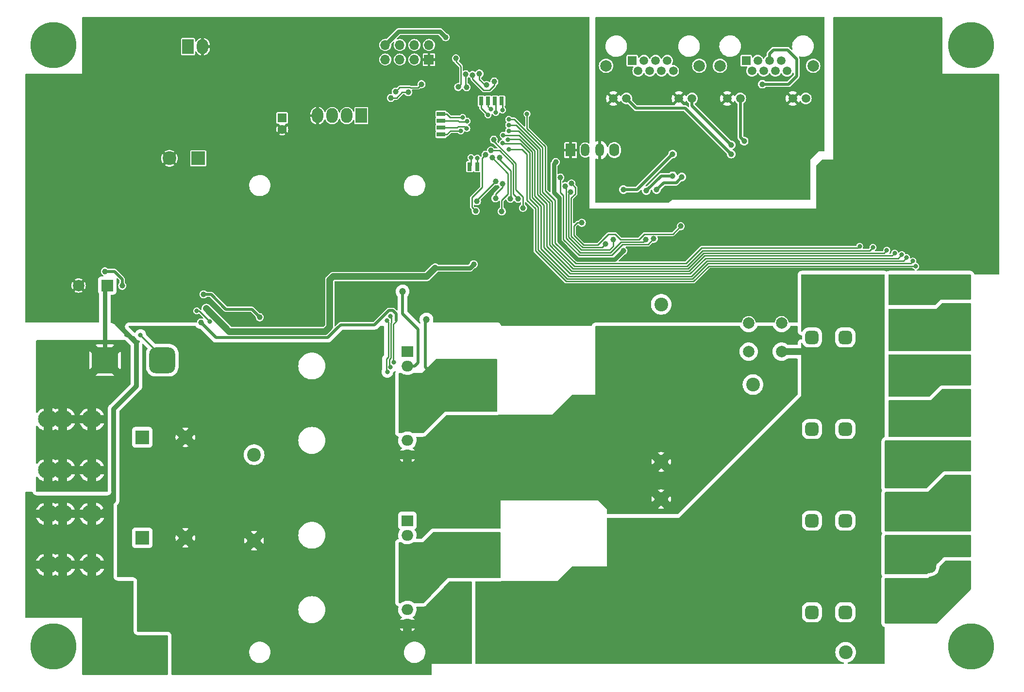
<source format=gbr>
G04 #@! TF.GenerationSoftware,KiCad,Pcbnew,7.99.0-unknown*
G04 #@! TF.CreationDate,2023-05-27T12:11:34+02:00*
G04 #@! TF.ProjectId,driver,64726976-6572-42e6-9b69-6361645f7063,rev?*
G04 #@! TF.SameCoordinates,Original*
G04 #@! TF.FileFunction,Copper,L2,Bot*
G04 #@! TF.FilePolarity,Positive*
%FSLAX46Y46*%
G04 Gerber Fmt 4.6, Leading zero omitted, Abs format (unit mm)*
G04 Created by KiCad (PCBNEW 7.99.0-unknown) date 2023-05-27 12:11:34*
%MOMM*%
%LPD*%
G01*
G04 APERTURE LIST*
G04 Aperture macros list*
%AMRoundRect*
0 Rectangle with rounded corners*
0 $1 Rounding radius*
0 $2 $3 $4 $5 $6 $7 $8 $9 X,Y pos of 4 corners*
0 Add a 4 corners polygon primitive as box body*
4,1,4,$2,$3,$4,$5,$6,$7,$8,$9,$2,$3,0*
0 Add four circle primitives for the rounded corners*
1,1,$1+$1,$2,$3*
1,1,$1+$1,$4,$5*
1,1,$1+$1,$6,$7*
1,1,$1+$1,$8,$9*
0 Add four rect primitives between the rounded corners*
20,1,$1+$1,$2,$3,$4,$5,0*
20,1,$1+$1,$4,$5,$6,$7,0*
20,1,$1+$1,$6,$7,$8,$9,0*
20,1,$1+$1,$8,$9,$2,$3,0*%
G04 Aperture macros list end*
G04 #@! TA.AperFunction,SMDPad,CuDef*
%ADD10R,0.800000X1.500000*%
G04 #@! TD*
G04 #@! TA.AperFunction,ComponentPad*
%ADD11R,2.000000X2.600000*%
G04 #@! TD*
G04 #@! TA.AperFunction,ComponentPad*
%ADD12O,2.000000X2.600000*%
G04 #@! TD*
G04 #@! TA.AperFunction,ComponentPad*
%ADD13R,1.500000X1.500000*%
G04 #@! TD*
G04 #@! TA.AperFunction,ComponentPad*
%ADD14C,1.500000*%
G04 #@! TD*
G04 #@! TA.AperFunction,ComponentPad*
%ADD15C,2.000000*%
G04 #@! TD*
G04 #@! TA.AperFunction,WasherPad*
%ADD16C,8.000000*%
G04 #@! TD*
G04 #@! TA.AperFunction,ComponentPad*
%ADD17R,2.000000X2.000000*%
G04 #@! TD*
G04 #@! TA.AperFunction,ComponentPad*
%ADD18R,2.400000X2.400000*%
G04 #@! TD*
G04 #@! TA.AperFunction,ComponentPad*
%ADD19C,2.400000*%
G04 #@! TD*
G04 #@! TA.AperFunction,ComponentPad*
%ADD20R,1.600000X1.600000*%
G04 #@! TD*
G04 #@! TA.AperFunction,ComponentPad*
%ADD21C,1.600000*%
G04 #@! TD*
G04 #@! TA.AperFunction,ComponentPad*
%ADD22RoundRect,0.575000X-0.575000X-0.575000X0.575000X-0.575000X0.575000X0.575000X-0.575000X0.575000X0*%
G04 #@! TD*
G04 #@! TA.AperFunction,ComponentPad*
%ADD23C,2.300000*%
G04 #@! TD*
G04 #@! TA.AperFunction,ComponentPad*
%ADD24O,4.500000X3.000000*%
G04 #@! TD*
G04 #@! TA.AperFunction,ComponentPad*
%ADD25O,3.500000X3.000000*%
G04 #@! TD*
G04 #@! TA.AperFunction,ComponentPad*
%ADD26O,2.400000X2.400000*%
G04 #@! TD*
G04 #@! TA.AperFunction,ComponentPad*
%ADD27RoundRect,1.125000X1.125000X1.125000X-1.125000X1.125000X-1.125000X-1.125000X1.125000X-1.125000X0*%
G04 #@! TD*
G04 #@! TA.AperFunction,ComponentPad*
%ADD28R,1.750000X2.250000*%
G04 #@! TD*
G04 #@! TA.AperFunction,ComponentPad*
%ADD29O,1.500000X2.250000*%
G04 #@! TD*
G04 #@! TA.AperFunction,ComponentPad*
%ADD30O,1.750000X2.250000*%
G04 #@! TD*
G04 #@! TA.AperFunction,ComponentPad*
%ADD31R,2.000000X1.905000*%
G04 #@! TD*
G04 #@! TA.AperFunction,ComponentPad*
%ADD32O,2.000000X1.905000*%
G04 #@! TD*
G04 #@! TA.AperFunction,ComponentPad*
%ADD33R,1.700000X1.700000*%
G04 #@! TD*
G04 #@! TA.AperFunction,ComponentPad*
%ADD34O,1.700000X1.700000*%
G04 #@! TD*
G04 #@! TA.AperFunction,SMDPad,CuDef*
%ADD35R,1.500000X0.800000*%
G04 #@! TD*
G04 #@! TA.AperFunction,ViaPad*
%ADD36C,0.800000*%
G04 #@! TD*
G04 #@! TA.AperFunction,ViaPad*
%ADD37C,1.000000*%
G04 #@! TD*
G04 #@! TA.AperFunction,ViaPad*
%ADD38C,1.600000*%
G04 #@! TD*
G04 #@! TA.AperFunction,ViaPad*
%ADD39C,1.200000*%
G04 #@! TD*
G04 #@! TA.AperFunction,Conductor*
%ADD40C,0.250000*%
G04 #@! TD*
G04 #@! TA.AperFunction,Conductor*
%ADD41C,0.800000*%
G04 #@! TD*
G04 #@! TA.AperFunction,Conductor*
%ADD42C,1.200000*%
G04 #@! TD*
G04 #@! TA.AperFunction,Conductor*
%ADD43C,0.500000*%
G04 #@! TD*
G04 APERTURE END LIST*
D10*
X132300000Y-63300000D03*
D11*
X83200000Y-42350000D03*
D12*
X85740000Y-42350000D03*
D13*
X180500000Y-44800000D03*
D14*
X181520000Y-46580000D03*
X182540000Y-44800000D03*
X183560000Y-46580000D03*
X184580000Y-44800000D03*
X185600000Y-46580000D03*
X186620000Y-44800000D03*
X187640000Y-46580000D03*
X177200000Y-51400000D03*
X179490000Y-51400000D03*
X188630000Y-51400000D03*
X190920000Y-51400000D03*
D15*
X175930000Y-45690000D03*
X192190000Y-45690000D03*
D11*
X113400000Y-54400000D03*
D12*
X110860000Y-54400000D03*
X108320000Y-54400000D03*
X105780000Y-54400000D03*
D16*
X59700000Y-42100000D03*
X219700000Y-42100000D03*
X59700000Y-147100000D03*
X219700000Y-147100000D03*
D13*
X160650000Y-44800000D03*
D14*
X161670000Y-46580000D03*
X162690000Y-44800000D03*
X163710000Y-46580000D03*
X164730000Y-44800000D03*
X165750000Y-46580000D03*
X166770000Y-44800000D03*
X167790000Y-46580000D03*
X157350000Y-51400000D03*
X159640000Y-51400000D03*
X168780000Y-51400000D03*
X171070000Y-51400000D03*
D15*
X156080000Y-45690000D03*
X172340000Y-45690000D03*
D17*
X69100000Y-84050000D03*
D15*
X64100000Y-84050000D03*
D18*
X84950000Y-61850000D03*
D19*
X79950000Y-61850000D03*
D20*
X99600000Y-54800000D03*
D21*
X99600000Y-56800000D03*
D22*
X192000000Y-109100000D03*
X197800000Y-109100000D03*
D23*
X206700000Y-109100000D03*
X212500000Y-109100000D03*
D19*
X94700000Y-113600000D03*
X94700000Y-128600000D03*
D24*
X217200000Y-119600000D03*
X217200000Y-114600000D03*
D22*
X192000000Y-133100000D03*
X197800000Y-133100000D03*
D23*
X206700000Y-133100000D03*
X212500000Y-133100000D03*
D25*
X66420000Y-107400000D03*
X61340000Y-107400000D03*
X58800000Y-107400000D03*
X66420000Y-116290000D03*
X61340000Y-116290000D03*
X58800000Y-116290000D03*
X66420865Y-123910000D03*
X61340865Y-123910000D03*
X58800865Y-123910000D03*
X66420865Y-132800000D03*
X61340865Y-132800000D03*
X58800865Y-132800000D03*
D22*
X192000000Y-125100000D03*
X197800000Y-125100000D03*
D23*
X206700000Y-125100000D03*
X212500000Y-125100000D03*
D22*
X192000000Y-101100000D03*
X197800000Y-101100000D03*
D23*
X206700000Y-101100000D03*
X212500000Y-101100000D03*
D19*
X197860000Y-148100000D03*
D26*
X177540000Y-148100000D03*
D27*
X78700000Y-142100000D03*
X68700000Y-142100000D03*
X78700000Y-97100000D03*
X68700000Y-97100000D03*
D24*
X217200000Y-89600000D03*
X217200000Y-84600000D03*
D19*
X165700000Y-87350000D03*
X165700000Y-114850000D03*
D22*
X192000000Y-93100000D03*
X197800000Y-93100000D03*
D23*
X206700000Y-93100000D03*
X212500000Y-93100000D03*
D24*
X217200000Y-104600000D03*
X217200000Y-99600000D03*
D22*
X192000000Y-85100000D03*
X197800000Y-85100000D03*
D23*
X206700000Y-85100000D03*
X212500000Y-85100000D03*
D19*
X181700000Y-101350000D03*
X181700000Y-128850000D03*
D15*
X180950000Y-95600000D03*
X180950000Y-90600000D03*
D28*
X149895000Y-60409491D03*
D29*
X152435000Y-60409491D03*
X154975000Y-60409491D03*
D30*
X157515000Y-60409491D03*
D31*
X121430000Y-95560000D03*
D32*
X121430000Y-98100000D03*
X121430000Y-100640000D03*
D18*
X75200000Y-110550000D03*
D19*
X82700000Y-110550000D03*
D22*
X192000000Y-141100000D03*
X197800000Y-141100000D03*
D23*
X206700000Y-141100000D03*
X212500000Y-141100000D03*
D31*
X121430000Y-138110000D03*
D32*
X121430000Y-140650000D03*
X121430000Y-143190000D03*
D31*
X121430000Y-125110000D03*
D32*
X121430000Y-127650000D03*
X121430000Y-130190000D03*
D22*
X192000000Y-117100000D03*
X197800000Y-117100000D03*
D23*
X206700000Y-117100000D03*
X212500000Y-117100000D03*
D24*
X217200000Y-134600000D03*
X217200000Y-129600000D03*
D18*
X75200000Y-128100000D03*
D19*
X82700000Y-128100000D03*
D33*
X125200000Y-44600000D03*
D34*
X125200000Y-42060000D03*
X122660000Y-44600000D03*
X122660000Y-42060000D03*
X120120000Y-44600000D03*
X120120000Y-42060000D03*
X117580000Y-44600000D03*
X117580000Y-42060000D03*
D15*
X186700000Y-95600000D03*
X186700000Y-90600000D03*
D19*
X165700000Y-148850000D03*
X165700000Y-121350000D03*
D31*
X121430000Y-108560000D03*
D32*
X121430000Y-111100000D03*
X121430000Y-113640000D03*
D10*
X136700000Y-51850000D03*
X137900000Y-51850000D03*
D35*
X127300000Y-56500000D03*
X127300000Y-54100000D03*
D10*
X134300000Y-51850000D03*
X133650000Y-63300000D03*
X135500000Y-51850000D03*
D35*
X127300000Y-55300000D03*
X127300000Y-57700000D03*
D36*
X132500000Y-61700000D03*
D37*
X121600000Y-119700000D03*
X85425250Y-90525250D03*
D36*
X118480949Y-89386672D03*
X117900000Y-90200000D03*
D37*
X133350000Y-71050000D03*
X220950000Y-53350000D03*
D38*
X159700000Y-74100000D03*
X102450000Y-88600000D03*
D37*
X105700000Y-45100000D03*
X213000000Y-75700000D03*
D38*
X72700000Y-43100000D03*
D37*
X110700000Y-47100000D03*
X103300000Y-52500000D03*
D36*
X75089340Y-88100000D03*
D38*
X120152000Y-62738000D03*
D37*
X106000000Y-51700000D03*
D38*
X117024011Y-59350000D03*
X221200000Y-48100000D03*
X94200000Y-81850000D03*
D37*
X152300000Y-69500000D03*
D36*
X72500000Y-145300000D03*
D38*
X147700000Y-50100000D03*
X145500000Y-81600000D03*
X134700000Y-43100000D03*
D37*
X221700000Y-68850000D03*
D38*
X79700000Y-69600000D03*
X89450000Y-63350000D03*
X80950000Y-80350000D03*
X73700000Y-85100000D03*
X85450000Y-83850000D03*
D37*
X107700000Y-50100000D03*
D38*
X145163935Y-86543129D03*
X131450000Y-58300000D03*
D37*
X150700000Y-39100000D03*
D38*
X113450000Y-78350000D03*
X95700000Y-41350000D03*
X126900000Y-66400000D03*
X84950000Y-47600000D03*
X90950000Y-56850000D03*
D37*
X126700000Y-75100000D03*
D38*
X91400000Y-65900000D03*
X167350000Y-73700000D03*
X99700000Y-45600000D03*
X150000000Y-55700000D03*
D37*
X113700000Y-44100000D03*
D38*
X212700000Y-42100000D03*
X72450000Y-73600000D03*
X91450000Y-54350000D03*
X102200000Y-46350000D03*
D37*
X106700000Y-44100000D03*
X220950000Y-58850000D03*
D38*
X90200000Y-50600000D03*
X77200000Y-85600000D03*
D37*
X108700000Y-42100000D03*
D38*
X137200000Y-55600000D03*
X121250000Y-79900000D03*
X94200000Y-77600000D03*
X87450000Y-83850000D03*
D37*
X220950000Y-63600000D03*
D38*
X142050000Y-74500000D03*
X134700000Y-78300000D03*
X113450000Y-75850000D03*
X196950000Y-59100000D03*
D37*
X149700000Y-63100000D03*
X107700000Y-43100000D03*
D38*
X70700000Y-90100000D03*
X132450000Y-74100000D03*
D39*
X153100000Y-73522054D03*
D37*
X201300000Y-75700000D03*
D38*
X79950000Y-82600000D03*
X104150000Y-81280000D03*
X91400000Y-67700000D03*
X72450000Y-75600000D03*
D37*
X114200000Y-50200000D03*
X152100000Y-63100000D03*
D38*
X124950000Y-54600000D03*
X60700000Y-76100000D03*
D37*
X116900000Y-54000000D03*
D38*
X84950000Y-53600000D03*
D37*
X147300000Y-62500000D03*
D36*
X119023518Y-97464129D03*
D37*
X128100000Y-40700000D03*
X159100000Y-78000000D03*
X68700000Y-81600000D03*
X71700000Y-84100000D03*
X85900000Y-85600000D03*
X95700000Y-89600000D03*
D38*
X140300000Y-142900000D03*
X138500000Y-137500000D03*
X140300000Y-139300000D03*
X134900000Y-144700000D03*
X136700000Y-139300000D03*
X138500000Y-141100000D03*
X134900000Y-146500000D03*
X134900000Y-137500000D03*
X138500000Y-142900000D03*
X138500000Y-146500000D03*
X136700000Y-137500000D03*
X136700000Y-144700000D03*
X134900000Y-141100000D03*
X134900000Y-139300000D03*
X136700000Y-146500000D03*
X138500000Y-144700000D03*
X138500000Y-139300000D03*
X136700000Y-141100000D03*
X140300000Y-144700000D03*
X140300000Y-137500000D03*
X140300000Y-141100000D03*
X136700000Y-142900000D03*
X140300000Y-146500000D03*
X134900000Y-142900000D03*
D36*
X74900000Y-92700000D03*
D39*
X120600000Y-85100000D03*
D37*
X135250000Y-49050000D03*
X134000000Y-47050000D03*
X132800959Y-47294534D03*
X136600000Y-48450000D03*
X183300000Y-48900000D03*
D39*
X158300000Y-65300000D03*
D37*
X176800000Y-63300000D03*
D39*
X163300000Y-63300000D03*
X161300000Y-54700000D03*
X164700000Y-61900000D03*
D37*
X163700000Y-41100000D03*
D39*
X166900000Y-68900000D03*
X177900000Y-53900000D03*
X160100000Y-68900000D03*
D37*
X193200000Y-51100000D03*
D38*
X165700000Y-48850000D03*
D37*
X183700000Y-41100000D03*
X193200000Y-59100000D03*
X190700000Y-67100000D03*
D39*
X163100000Y-56500000D03*
D37*
X168950000Y-59600000D03*
D36*
X118475500Y-98300000D03*
D37*
X118563500Y-51300000D03*
X121587000Y-50300000D03*
X136016990Y-60483010D03*
X140700000Y-68900000D03*
X139400000Y-68900000D03*
D36*
X117945765Y-99147576D03*
D37*
X119388000Y-50200000D03*
X137500000Y-61700000D03*
X123900000Y-48900000D03*
X180150701Y-58849500D03*
X151856429Y-73096260D03*
X169100000Y-73700000D03*
X133000000Y-80350000D03*
D39*
X86350000Y-88050000D03*
D37*
X126300000Y-81000000D03*
X177900000Y-61100000D03*
X177900000Y-59500000D03*
X169300000Y-65100000D03*
X164900000Y-67300000D03*
D36*
X84700000Y-88500000D03*
X86948481Y-90344831D03*
D37*
X148927962Y-66696538D03*
X163000000Y-76000000D03*
X148100000Y-65200000D03*
X164400000Y-75900000D03*
X163100000Y-67500000D03*
X167700000Y-64900000D03*
X156000000Y-76800000D03*
X150038603Y-66243457D03*
X157300000Y-76000000D03*
X149910136Y-67698046D03*
X159100000Y-67300000D03*
X167700000Y-61100000D03*
D36*
X138000000Y-53400000D03*
X136850000Y-53850000D03*
X136000000Y-53300000D03*
X135500000Y-54250000D03*
D37*
X138000000Y-66280036D03*
X136800000Y-68828076D03*
D36*
X131050000Y-54700000D03*
X131850000Y-55350000D03*
X133650000Y-61800000D03*
X130750000Y-57050000D03*
X131800000Y-56650000D03*
D37*
X131749131Y-49424889D03*
X131600000Y-47175500D03*
X130300000Y-49400000D03*
X129900000Y-44400000D03*
D38*
X134300000Y-98300000D03*
X136100000Y-100100000D03*
X134300000Y-100100000D03*
X136100000Y-103700000D03*
X134300000Y-101900000D03*
X134300000Y-103700000D03*
X136100000Y-98300000D03*
D39*
X124754956Y-90000000D03*
D38*
X136100000Y-101900000D03*
X134100000Y-133700000D03*
X135900000Y-131900000D03*
X134100000Y-128300000D03*
X135900000Y-128300000D03*
X134100000Y-130100000D03*
X135900000Y-133700000D03*
X135900000Y-130100000D03*
X134100000Y-131900000D03*
D37*
X136500000Y-58600000D03*
X141600000Y-70500000D03*
X136250000Y-61750000D03*
X137900000Y-71100000D03*
X135072049Y-61221855D03*
X136866253Y-65888341D03*
X133554498Y-69345502D03*
D36*
X139100000Y-56050000D03*
X205037500Y-77900000D03*
X206400000Y-78400000D03*
X139100000Y-57050000D03*
X142300000Y-54085500D03*
X200300000Y-77200000D03*
X202600000Y-77400000D03*
X139100000Y-55050497D03*
X209600000Y-79800000D03*
X138050000Y-59150000D03*
X139100000Y-60250000D03*
X210100000Y-80700000D03*
X138150000Y-57800000D03*
X207650000Y-78650000D03*
X139000000Y-58550000D03*
X208500000Y-79200000D03*
D40*
X132500000Y-63100000D02*
X132300000Y-63300000D01*
X132500000Y-61700000D02*
X132500000Y-63100000D01*
X169100000Y-73700000D02*
X167724511Y-75075489D01*
X158600000Y-76000000D02*
X157700000Y-75100000D01*
X151053740Y-73096260D02*
X151856429Y-73096260D01*
X167724511Y-75075489D02*
X162757784Y-75075489D01*
X156500000Y-75100000D02*
X154650000Y-76950000D01*
X150450000Y-75253808D02*
X150450000Y-73700000D01*
X162757784Y-75075489D02*
X161833273Y-76000000D01*
X161833273Y-76000000D02*
X158600000Y-76000000D01*
X154650000Y-76950000D02*
X152146192Y-76950000D01*
X157700000Y-75100000D02*
X156500000Y-75100000D01*
X152146192Y-76950000D02*
X150450000Y-75253808D01*
X150450000Y-73700000D02*
X151053740Y-73096260D01*
X150038603Y-66243457D02*
X150735136Y-66939990D01*
X150735136Y-66939990D02*
X150735136Y-68039773D01*
X151959796Y-77400000D02*
X155400000Y-77400000D01*
X155400000Y-77400000D02*
X156000000Y-76800000D01*
X150735136Y-68039773D02*
X150000000Y-68774909D01*
X150000000Y-68774909D02*
X150000000Y-75440204D01*
X150000000Y-75440204D02*
X151959796Y-77400000D01*
X157300000Y-76000000D02*
X157300000Y-77227208D01*
X157300000Y-77227208D02*
X156677208Y-77850000D01*
X156677208Y-77850000D02*
X151773400Y-77850000D01*
X151773400Y-77850000D02*
X149550000Y-75626600D01*
X149550000Y-75626600D02*
X149550000Y-68058182D01*
X149550000Y-68058182D02*
X149910136Y-67698046D01*
X148927962Y-66696538D02*
X149085625Y-66854201D01*
X149085625Y-66854201D02*
X149085625Y-68039571D01*
X149100000Y-68053946D02*
X149100000Y-75812996D01*
X149085625Y-68039571D02*
X149100000Y-68053946D01*
X158713604Y-76450000D02*
X162550000Y-76450000D01*
X149100000Y-75812996D02*
X151587004Y-78300000D01*
X151587004Y-78300000D02*
X156863604Y-78300000D01*
X156863604Y-78300000D02*
X158713604Y-76450000D01*
X162550000Y-76450000D02*
X163000000Y-76000000D01*
X164400000Y-75900000D02*
X163400000Y-76900000D01*
X157050000Y-78750000D02*
X151400608Y-78750000D01*
X148100000Y-67797120D02*
X148100000Y-65200000D01*
X163400000Y-76900000D02*
X158900000Y-76900000D01*
X151400608Y-78750000D02*
X148650000Y-75999392D01*
X158900000Y-76900000D02*
X157050000Y-78750000D01*
X148650000Y-68347120D02*
X148100000Y-67797120D01*
X148650000Y-75999392D02*
X148650000Y-68347120D01*
D41*
X147300000Y-62500000D02*
X147000489Y-62799511D01*
X157625000Y-79475000D02*
X159100000Y-78000000D01*
X147000489Y-62799511D02*
X147000489Y-67800489D01*
X147000489Y-67800489D02*
X147925000Y-68725000D01*
X147925000Y-68725000D02*
X147925000Y-76299696D01*
X147925000Y-76299696D02*
X151100304Y-79475000D01*
X151100304Y-79475000D02*
X157625000Y-79475000D01*
D40*
X147200000Y-69200000D02*
X145450000Y-67450000D01*
X200300000Y-77200000D02*
X200000000Y-77500000D01*
X200000000Y-77500000D02*
X172700000Y-77500000D01*
X172700000Y-77500000D02*
X170000000Y-80200000D01*
X170000000Y-80200000D02*
X150800000Y-80200000D01*
X150800000Y-80200000D02*
X147200000Y-76600000D01*
X147200000Y-76600000D02*
X147200000Y-69200000D01*
X145449999Y-59795227D02*
X142300000Y-56645228D01*
X145450000Y-67450000D02*
X145449999Y-59795227D01*
X142300000Y-56645228D02*
X142300000Y-54085500D01*
D42*
X186700000Y-95600000D02*
X190600000Y-95600000D01*
X190600000Y-95600000D02*
X192000000Y-97000000D01*
X192000000Y-97000000D02*
X192000000Y-101100000D01*
D40*
X84700000Y-88500000D02*
X85103650Y-88500000D01*
X85103650Y-88500000D02*
X86948481Y-90344831D01*
D42*
X90400000Y-92100000D02*
X107100000Y-92100000D01*
X107100000Y-92100000D02*
X107900000Y-91300000D01*
X86350000Y-88050000D02*
X90400000Y-92100000D01*
X124799520Y-82500480D02*
X126300000Y-81000000D01*
X107900000Y-91300000D02*
X107900000Y-83052150D01*
X107900000Y-83052150D02*
X108451670Y-82500480D01*
X108451670Y-82500480D02*
X124799520Y-82500480D01*
D40*
X74900000Y-92700000D02*
X78700000Y-96500000D01*
X78700000Y-96500000D02*
X78700000Y-97100000D01*
D41*
X66420865Y-123910000D02*
X67890000Y-123910000D01*
X67890000Y-123910000D02*
X70200000Y-121600000D01*
X74200000Y-94100000D02*
X70700000Y-90600000D01*
X70200000Y-121600000D02*
X70200000Y-105600000D01*
X70200000Y-105600000D02*
X74200000Y-101600000D01*
X74200000Y-101600000D02*
X74200000Y-94100000D01*
X70700000Y-90600000D02*
X70700000Y-90100000D01*
D40*
X145200000Y-77400000D02*
X149800000Y-82000000D01*
X119023518Y-97464129D02*
X119000000Y-97440611D01*
X119000000Y-97440611D02*
X119000000Y-90800000D01*
X119000000Y-90800000D02*
X119500000Y-90300000D01*
X119500000Y-90300000D02*
X119500000Y-90200000D01*
D43*
X85425250Y-90525250D02*
X88050000Y-93150000D01*
X88050000Y-93150000D02*
X107534924Y-93150000D01*
X107534924Y-93150000D02*
X109200000Y-91484924D01*
X109200000Y-91484924D02*
X109215076Y-91484924D01*
X115700000Y-90900000D02*
X118200000Y-88400000D01*
X109215076Y-91484924D02*
X109800000Y-90900000D01*
X109800000Y-90900000D02*
X115700000Y-90900000D01*
X118200000Y-88400000D02*
X118900000Y-88400000D01*
X118900000Y-88400000D02*
X119500000Y-89000000D01*
X119500000Y-89000000D02*
X119500000Y-90200000D01*
D40*
X133554498Y-69345502D02*
X133554498Y-69200096D01*
X133554498Y-69200096D02*
X136866253Y-65888341D01*
X137500000Y-61700000D02*
X137500000Y-62100000D01*
X137500000Y-62100000D02*
X139449520Y-64049520D01*
X139449520Y-64049520D02*
X139449520Y-68850480D01*
X139449520Y-68850480D02*
X139400000Y-68900000D01*
X118550000Y-90800000D02*
X118550000Y-90575305D01*
X118550000Y-90575305D02*
X118625000Y-90500305D01*
X118625000Y-90500305D02*
X118625000Y-89530723D01*
X118625000Y-89530723D02*
X118480949Y-89386672D01*
X117900000Y-90200000D02*
X118100000Y-90400000D01*
X117750500Y-96863104D02*
X117750500Y-98952311D01*
X118100000Y-90400000D02*
X118100000Y-96513604D01*
X118100000Y-96513604D02*
X117750500Y-96863104D01*
X117750500Y-98952311D02*
X117945765Y-99147576D01*
X139000000Y-68099325D02*
X139000000Y-64500000D01*
X139000000Y-64500000D02*
X136250000Y-61750000D01*
X137900000Y-71100000D02*
X137900000Y-69199325D01*
X137900000Y-69199325D02*
X139000000Y-68099325D01*
X133350000Y-71050000D02*
X132700000Y-70400000D01*
X132700000Y-70400000D02*
X132700000Y-68700000D01*
X132700000Y-68700000D02*
X134490654Y-66909346D01*
X134490654Y-66909346D02*
X134490654Y-61803250D01*
X134490654Y-61803250D02*
X135072049Y-61221855D01*
D41*
X132200000Y-84400000D02*
X133700000Y-85900000D01*
D42*
X149895000Y-60409491D02*
X149895000Y-60657213D01*
D41*
X134700000Y-80600000D02*
X132200000Y-83100000D01*
X132200000Y-83100000D02*
X132200000Y-84400000D01*
X133700000Y-85900000D02*
X136100000Y-85900000D01*
X134700000Y-78300000D02*
X134700000Y-80600000D01*
X127100000Y-39700000D02*
X119940000Y-39700000D01*
X119940000Y-39700000D02*
X117580000Y-42060000D01*
X128100000Y-40700000D02*
X127100000Y-39700000D01*
D43*
X87200000Y-85600000D02*
X89800000Y-88200000D01*
X94300000Y-88200000D02*
X95700000Y-89600000D01*
X71700000Y-82950978D02*
X71700000Y-84100000D01*
X89800000Y-88200000D02*
X94300000Y-88200000D01*
X68700000Y-81600000D02*
X70349022Y-81600000D01*
X85900000Y-85600000D02*
X87200000Y-85600000D01*
X70349022Y-81600000D02*
X71700000Y-82950978D01*
X121430000Y-98100000D02*
X122700000Y-98100000D01*
X123300000Y-91700000D02*
X120600000Y-89000000D01*
X122700000Y-98100000D02*
X123300000Y-97500000D01*
X120600000Y-89000000D02*
X120600000Y-85100000D01*
X123300000Y-97500000D02*
X123300000Y-91700000D01*
D40*
X134950000Y-49050000D02*
X135250000Y-49050000D01*
X134000000Y-48100000D02*
X134950000Y-49050000D01*
X134000000Y-47050000D02*
X134000000Y-48100000D01*
X134713493Y-49950000D02*
X132800959Y-48037466D01*
X132800959Y-48037466D02*
X132800959Y-47294534D01*
X136600000Y-48450000D02*
X136600000Y-49100000D01*
X136600000Y-49100000D02*
X135750000Y-49950000D01*
X135750000Y-49950000D02*
X134713493Y-49950000D01*
D43*
X184580000Y-43620000D02*
X185300000Y-42900000D01*
X189300000Y-44500000D02*
X189300000Y-47500000D01*
X184580000Y-44800000D02*
X184580000Y-43620000D01*
X187700000Y-42900000D02*
X189300000Y-44500000D01*
X187900000Y-48900000D02*
X183300000Y-48900000D01*
X185300000Y-42900000D02*
X187700000Y-42900000D01*
X189300000Y-47500000D02*
X187900000Y-48900000D01*
D40*
X118550000Y-90850000D02*
X118550000Y-90800000D01*
X118298518Y-98123018D02*
X118298518Y-96951482D01*
X139900000Y-62900000D02*
X137483010Y-60483010D01*
X119543500Y-51300000D02*
X118563500Y-51300000D01*
X118298518Y-96951482D02*
X118550000Y-96700000D01*
X140700000Y-68900000D02*
X139900000Y-68100000D01*
X118475500Y-98300000D02*
X118298518Y-98123018D01*
X121587000Y-50300000D02*
X120543500Y-50300000D01*
X118550000Y-91600000D02*
X118550000Y-90850000D01*
X137483010Y-60483010D02*
X136016990Y-60483010D01*
X120543500Y-50300000D02*
X119543500Y-51300000D01*
X118550000Y-96700000D02*
X118550000Y-96200000D01*
X118550000Y-96200000D02*
X118550000Y-91600000D01*
X139900000Y-68100000D02*
X139900000Y-62900000D01*
X119388000Y-50200000D02*
X120112511Y-49475489D01*
X120112511Y-49475489D02*
X121928525Y-49475489D01*
X121928525Y-49475489D02*
X121953036Y-49500000D01*
X123300000Y-49500000D02*
X123900000Y-48900000D01*
X121953036Y-49500000D02*
X123300000Y-49500000D01*
D43*
X179490000Y-51400000D02*
X179490000Y-58188799D01*
X179490000Y-58188799D02*
X180150701Y-58849500D01*
D41*
X133000000Y-80350000D02*
X132350000Y-81000000D01*
X132350000Y-81000000D02*
X126300000Y-81000000D01*
D43*
X169900000Y-53100000D02*
X161340000Y-53100000D01*
X177900000Y-61100000D02*
X169900000Y-53100000D01*
X161340000Y-53100000D02*
X159640000Y-51400000D01*
X171070000Y-52670000D02*
X177900000Y-59500000D01*
X171070000Y-51400000D02*
X171070000Y-52670000D01*
X164900000Y-67300000D02*
X166100000Y-66100000D01*
X168300000Y-66100000D02*
X169300000Y-65100000D01*
X166100000Y-66100000D02*
X168300000Y-66100000D01*
X163100000Y-67500000D02*
X165700000Y-64900000D01*
X165700000Y-64900000D02*
X167700000Y-64900000D01*
X167700000Y-61100000D02*
X161500000Y-67300000D01*
X161500000Y-67300000D02*
X159100000Y-67300000D01*
D40*
X138000000Y-53400000D02*
X138000000Y-51950000D01*
X138000000Y-51950000D02*
X137900000Y-51850000D01*
X136850000Y-53850000D02*
X136850000Y-52000000D01*
X136850000Y-52000000D02*
X136700000Y-51850000D01*
X135500000Y-52800000D02*
X135500000Y-51850000D01*
X136000000Y-53300000D02*
X135500000Y-52800000D01*
X134300000Y-53050000D02*
X135500000Y-54250000D01*
X134300000Y-51850000D02*
X134300000Y-53050000D01*
X138000000Y-66900000D02*
X138000000Y-66280036D01*
X136800000Y-68100000D02*
X138000000Y-66900000D01*
X136800000Y-68828076D02*
X136800000Y-68100000D01*
X131050000Y-54700000D02*
X128900000Y-54700000D01*
X128300000Y-54100000D02*
X127300000Y-54100000D01*
X128900000Y-54700000D02*
X128300000Y-54100000D01*
X127300000Y-55300000D02*
X130250000Y-55300000D01*
X130450000Y-55500000D02*
X131700000Y-55500000D01*
X130250000Y-55300000D02*
X130450000Y-55500000D01*
X131700000Y-55500000D02*
X131850000Y-55350000D01*
X133650000Y-63300000D02*
X133650000Y-61800000D01*
X130750000Y-57050000D02*
X128950000Y-57050000D01*
X128950000Y-57050000D02*
X128300000Y-57700000D01*
X128300000Y-57700000D02*
X127300000Y-57700000D01*
X130100000Y-56500000D02*
X130300000Y-56300000D01*
X127300000Y-56500000D02*
X130100000Y-56500000D01*
X131800000Y-56650000D02*
X131450000Y-56300000D01*
X131450000Y-56300000D02*
X130300000Y-56300000D01*
X131600000Y-49275758D02*
X131749131Y-49424889D01*
X131600000Y-47175500D02*
X131600000Y-49275758D01*
X129900000Y-44400000D02*
X129900000Y-44900000D01*
X130775489Y-45775489D02*
X130775489Y-48924511D01*
X130775489Y-48924511D02*
X130300000Y-49400000D01*
X129900000Y-44900000D02*
X130775489Y-45775489D01*
D41*
X68700000Y-84450000D02*
X69100000Y-84050000D01*
X68700000Y-97100000D02*
X68700000Y-84450000D01*
D43*
X124600000Y-90154956D02*
X124754956Y-90000000D01*
X125000000Y-98700000D02*
X124600000Y-98300000D01*
X124600000Y-98300000D02*
X124600000Y-90154956D01*
D40*
X140349520Y-62699520D02*
X136500000Y-58850000D01*
X136500000Y-58850000D02*
X136500000Y-58600000D01*
X141600000Y-68600000D02*
X140349520Y-67349520D01*
X140349520Y-67349520D02*
X140349520Y-62699520D01*
X141600000Y-70500000D02*
X141600000Y-68600000D01*
X144550000Y-60168020D02*
X140431980Y-56050000D01*
X140431980Y-56050000D02*
X139100000Y-56050000D01*
X205037500Y-77900000D02*
X204537500Y-78400000D01*
X146200000Y-77000000D02*
X146200000Y-69600000D01*
X173072792Y-78400000D02*
X170372792Y-81100000D01*
X146200000Y-69600000D02*
X144550000Y-67950000D01*
X144550000Y-67950000D02*
X144550000Y-60168020D01*
X170372792Y-81100000D02*
X150300000Y-81100000D01*
X204537500Y-78400000D02*
X173072792Y-78400000D01*
X150300000Y-81100000D02*
X146200000Y-77000000D01*
X173259188Y-78850000D02*
X205950000Y-78850000D01*
X145700000Y-69800000D02*
X145700000Y-77200000D01*
X205950000Y-78850000D02*
X206400000Y-78400000D01*
X144100000Y-60354416D02*
X144100000Y-68200000D01*
X139100000Y-57050000D02*
X140795584Y-57050000D01*
X144100000Y-68200000D02*
X145700000Y-69800000D01*
X145700000Y-77200000D02*
X150050000Y-81550000D01*
X150050000Y-81550000D02*
X170559188Y-81550000D01*
X170559188Y-81550000D02*
X173259188Y-78850000D01*
X140795584Y-57050000D02*
X144100000Y-60354416D01*
X146700000Y-76800000D02*
X146700000Y-69400000D01*
X202050000Y-77950000D02*
X172886396Y-77950000D01*
X145000000Y-67700000D02*
X144999999Y-59981623D01*
X146700000Y-69400000D02*
X145000000Y-67700000D01*
X150550000Y-80650000D02*
X146700000Y-76800000D01*
X170186396Y-80650000D02*
X150550000Y-80650000D01*
X172886396Y-77950000D02*
X170186396Y-80650000D01*
X140068873Y-55050497D02*
X139100000Y-55050497D01*
X202600000Y-77400000D02*
X202050000Y-77950000D01*
X144999999Y-59981623D02*
X140068873Y-55050497D01*
X138050000Y-59150000D02*
X138200000Y-59300000D01*
X171118376Y-82900000D02*
X173818376Y-80200000D01*
X144200000Y-70400000D02*
X144200000Y-77800000D01*
X209200000Y-80200000D02*
X209600000Y-79800000D01*
X142750000Y-60913604D02*
X142750000Y-68950000D01*
X141136396Y-59300000D02*
X142750000Y-60913604D01*
X144200000Y-77800000D02*
X149300000Y-82900000D01*
X138200000Y-59300000D02*
X141136396Y-59300000D01*
X142750000Y-68950000D02*
X144200000Y-70400000D01*
X173818376Y-80200000D02*
X209200000Y-80200000D01*
X149300000Y-82900000D02*
X171118376Y-82900000D01*
X141450000Y-60250000D02*
X139100000Y-60250000D01*
X171304772Y-83350000D02*
X149113604Y-83350000D01*
X174004772Y-80650000D02*
X171304772Y-83350000D01*
X142300000Y-69200000D02*
X142300000Y-61100000D01*
X210100000Y-80700000D02*
X210050000Y-80650000D01*
X143750000Y-70650000D02*
X142300000Y-69200000D01*
X142300000Y-61100000D02*
X141450000Y-60250000D01*
X149113604Y-83350000D02*
X143750000Y-77986396D01*
X143750000Y-77986396D02*
X143750000Y-70650000D01*
X210050000Y-80650000D02*
X174004772Y-80650000D01*
X143650000Y-60540812D02*
X143650000Y-68450000D01*
X149800000Y-82000000D02*
X170745584Y-82000000D01*
X140909188Y-57800000D02*
X143650000Y-60540812D01*
X145200000Y-70000000D02*
X145200000Y-77400000D01*
X170745584Y-82000000D02*
X173445584Y-79300000D01*
X173445584Y-79300000D02*
X207000000Y-79300000D01*
X143650000Y-68450000D02*
X145200000Y-70000000D01*
X138150000Y-57800000D02*
X140909188Y-57800000D01*
X207000000Y-79300000D02*
X207650000Y-78650000D01*
X207950000Y-79750000D02*
X208500000Y-79200000D01*
X144700000Y-77600000D02*
X149550000Y-82450000D01*
X173631980Y-79750000D02*
X207950000Y-79750000D01*
X140972792Y-58500000D02*
X143200000Y-60727208D01*
X149550000Y-82450000D02*
X170931980Y-82450000D01*
X170931980Y-82450000D02*
X173631980Y-79750000D01*
X143200000Y-68700000D02*
X144700000Y-70200000D01*
X139000000Y-58550000D02*
X139050000Y-58500000D01*
X143200000Y-60727208D02*
X143200000Y-68700000D01*
X139050000Y-58500000D02*
X140972792Y-58500000D01*
X144700000Y-70200000D02*
X144700000Y-77600000D01*
G04 #@! TA.AperFunction,Conductor*
G36*
X137643039Y-127119685D02*
G01*
X137688794Y-127172489D01*
X137700000Y-127224000D01*
X137700000Y-134976000D01*
X137680315Y-135043039D01*
X137627511Y-135088794D01*
X137576000Y-135100000D01*
X128500000Y-135100000D01*
X125545354Y-138195342D01*
X124336636Y-139461619D01*
X124276108Y-139496521D01*
X124246940Y-139500000D01*
X122573660Y-139500000D01*
X122506621Y-139480315D01*
X122499180Y-139475139D01*
X122405079Y-139404427D01*
X122310231Y-139333153D01*
X122310227Y-139333150D01*
X122310226Y-139333150D01*
X122247064Y-139300000D01*
X122088209Y-139216626D01*
X122088205Y-139216624D01*
X122088204Y-139216624D01*
X121850366Y-139137222D01*
X121850365Y-139137221D01*
X121850360Y-139137220D01*
X121602874Y-139097000D01*
X121602871Y-139097000D01*
X121319919Y-139097000D01*
X121319909Y-139097000D01*
X121132571Y-139112123D01*
X120889115Y-139172130D01*
X120658442Y-139270410D01*
X120446507Y-139404430D01*
X120373832Y-139468815D01*
X120310599Y-139498537D01*
X120291605Y-139500000D01*
X120024000Y-139500000D01*
X119956961Y-139480315D01*
X119911206Y-139427511D01*
X119900000Y-139376000D01*
X119900000Y-129024000D01*
X119919685Y-128956961D01*
X119972489Y-128911206D01*
X120024000Y-128900000D01*
X120419416Y-128900000D01*
X120486455Y-128919685D01*
X120493898Y-128924862D01*
X120549774Y-128966850D01*
X120771796Y-129083376D01*
X121009634Y-129162778D01*
X121009637Y-129162778D01*
X121009639Y-129162779D01*
X121257126Y-129203000D01*
X121257129Y-129203000D01*
X121540071Y-129203000D01*
X121540081Y-129203000D01*
X121727429Y-129187876D01*
X121970885Y-129127869D01*
X122201563Y-129029587D01*
X122376129Y-128919197D01*
X122442404Y-128900000D01*
X124100000Y-128900000D01*
X125863680Y-127136319D01*
X125925004Y-127102834D01*
X125951362Y-127100000D01*
X137576000Y-127100000D01*
X137643039Y-127119685D01*
G37*
G04 #@! TD.AperFunction*
G04 #@! TA.AperFunction,Conductor*
G36*
X137043039Y-96869685D02*
G01*
X137088794Y-96922489D01*
X137100000Y-96974000D01*
X137100000Y-105976000D01*
X137080315Y-106043039D01*
X137027511Y-106088794D01*
X136976000Y-106100000D01*
X127949999Y-106100000D01*
X124236319Y-109813681D01*
X124174996Y-109847166D01*
X124148638Y-109850000D01*
X122440584Y-109850000D01*
X122373545Y-109830315D01*
X122366101Y-109825137D01*
X122310226Y-109783150D01*
X122201336Y-109726000D01*
X122088209Y-109666626D01*
X122088205Y-109666624D01*
X122088204Y-109666624D01*
X121850366Y-109587222D01*
X121850365Y-109587221D01*
X121850360Y-109587220D01*
X121602874Y-109547000D01*
X121602871Y-109547000D01*
X121319919Y-109547000D01*
X121319909Y-109547000D01*
X121132571Y-109562123D01*
X120889115Y-109622130D01*
X120658437Y-109720412D01*
X120658432Y-109720415D01*
X120483870Y-109830803D01*
X120417596Y-109850000D01*
X120024000Y-109850000D01*
X119956961Y-109830315D01*
X119911206Y-109777511D01*
X119900000Y-109726000D01*
X119900000Y-99474000D01*
X119919685Y-99406961D01*
X119972489Y-99361206D01*
X120024000Y-99350000D01*
X120419416Y-99350000D01*
X120486455Y-99369685D01*
X120493898Y-99374862D01*
X120549774Y-99416850D01*
X120771796Y-99533376D01*
X121009634Y-99612778D01*
X121009637Y-99612778D01*
X121009639Y-99612779D01*
X121257126Y-99653000D01*
X121257129Y-99653000D01*
X121540071Y-99653000D01*
X121540081Y-99653000D01*
X121727429Y-99637876D01*
X121970885Y-99577869D01*
X122201563Y-99479587D01*
X122376129Y-99369197D01*
X122442404Y-99350000D01*
X123950000Y-99350000D01*
X126413681Y-96886319D01*
X126475004Y-96852834D01*
X126501362Y-96850000D01*
X136976000Y-96850000D01*
X137043039Y-96869685D01*
G37*
G04 #@! TD.AperFunction*
G04 #@! TA.AperFunction,Conductor*
G36*
X219643039Y-111119685D02*
G01*
X219688794Y-111172489D01*
X219700000Y-111224000D01*
X219700000Y-116370500D01*
X219680315Y-116437539D01*
X219627511Y-116483294D01*
X219576000Y-116494500D01*
X215235144Y-116494500D01*
X215202762Y-116496235D01*
X215202734Y-116496238D01*
X215160272Y-116500804D01*
X215082251Y-116514402D01*
X214934819Y-116571399D01*
X214934818Y-116571399D01*
X214873492Y-116604886D01*
X214860925Y-116611944D01*
X214735529Y-116708164D01*
X214735522Y-116708170D01*
X211985513Y-119458181D01*
X211924190Y-119491666D01*
X211897832Y-119494500D01*
X204824000Y-119494500D01*
X204756961Y-119474815D01*
X204711206Y-119422011D01*
X204700000Y-119370500D01*
X204700000Y-111224000D01*
X204719685Y-111156961D01*
X204772489Y-111111206D01*
X204824000Y-111100000D01*
X219576000Y-111100000D01*
X219643039Y-111119685D01*
G37*
G04 #@! TD.AperFunction*
G04 #@! TA.AperFunction,Conductor*
G36*
X161283815Y-53601770D02*
G01*
X161288238Y-53602245D01*
X161303917Y-53604500D01*
X161319732Y-53604500D01*
X161324228Y-53604661D01*
X161342928Y-53605997D01*
X161376360Y-53608389D01*
X161381003Y-53607378D01*
X161407784Y-53604500D01*
X169638839Y-53604500D01*
X169706960Y-53624502D01*
X169727934Y-53641405D01*
X177103821Y-61017292D01*
X177137847Y-61079604D01*
X177139291Y-61093040D01*
X177139934Y-61092968D01*
X177140726Y-61099998D01*
X177140726Y-61100000D01*
X177159763Y-61268954D01*
X177159764Y-61268956D01*
X177215918Y-61429437D01*
X177215919Y-61429439D01*
X177306375Y-61573399D01*
X177306377Y-61573402D01*
X177426597Y-61693622D01*
X177426600Y-61693624D01*
X177570563Y-61784082D01*
X177731046Y-61840237D01*
X177900000Y-61859274D01*
X178068954Y-61840237D01*
X178229437Y-61784082D01*
X178373400Y-61693624D01*
X178493624Y-61573400D01*
X178584082Y-61429437D01*
X178640237Y-61268954D01*
X178659274Y-61100000D01*
X178640237Y-60931046D01*
X178584082Y-60770563D01*
X178493624Y-60626600D01*
X178493622Y-60626597D01*
X178373402Y-60506377D01*
X178373399Y-60506375D01*
X178229441Y-60415920D01*
X178224467Y-60413525D01*
X178171768Y-60365951D01*
X178153156Y-60297437D01*
X178174539Y-60229737D01*
X178224467Y-60186475D01*
X178229428Y-60184084D01*
X178229437Y-60184082D01*
X178373400Y-60093624D01*
X178493624Y-59973400D01*
X178584082Y-59829437D01*
X178640237Y-59668954D01*
X178659274Y-59500000D01*
X178640237Y-59331046D01*
X178584082Y-59170563D01*
X178493624Y-59026600D01*
X178493622Y-59026597D01*
X178373402Y-58906377D01*
X178373399Y-58906375D01*
X178229439Y-58815919D01*
X178229437Y-58815918D01*
X178207766Y-58808335D01*
X178068954Y-58759763D01*
X177900000Y-58740726D01*
X177899998Y-58740726D01*
X177892968Y-58739934D01*
X177893311Y-58736886D01*
X177838266Y-58720724D01*
X177817292Y-58703821D01*
X172713471Y-53600000D01*
X178985500Y-53600000D01*
X178985500Y-58121014D01*
X178982621Y-58147793D01*
X178981611Y-58152434D01*
X178981611Y-58152439D01*
X178985339Y-58204570D01*
X178985500Y-58209066D01*
X178985500Y-58224879D01*
X178987749Y-58240531D01*
X178988229Y-58244999D01*
X178991960Y-58297143D01*
X178993621Y-58301597D01*
X179000281Y-58327689D01*
X179000958Y-58332395D01*
X179020916Y-58376097D01*
X179022671Y-58379940D01*
X179024391Y-58384095D01*
X179042657Y-58433067D01*
X179042658Y-58433068D01*
X179045504Y-58436870D01*
X179059243Y-58460023D01*
X179061220Y-58464352D01*
X179061222Y-58464355D01*
X179061223Y-58464357D01*
X179095457Y-58503865D01*
X179098262Y-58507346D01*
X179107750Y-58520020D01*
X179107753Y-58520023D01*
X179118927Y-58531197D01*
X179121992Y-58534489D01*
X179156223Y-58573993D01*
X179156225Y-58573995D01*
X179160228Y-58576567D01*
X179181197Y-58593467D01*
X179354522Y-58766792D01*
X179388548Y-58829104D01*
X179389992Y-58842540D01*
X179390635Y-58842468D01*
X179391427Y-58849498D01*
X179391427Y-58849500D01*
X179410464Y-59018454D01*
X179438998Y-59100000D01*
X179466619Y-59178937D01*
X179466620Y-59178939D01*
X179557076Y-59322899D01*
X179557078Y-59322902D01*
X179677298Y-59443122D01*
X179677301Y-59443124D01*
X179821264Y-59533582D01*
X179981747Y-59589737D01*
X180150701Y-59608774D01*
X180319655Y-59589737D01*
X180480138Y-59533582D01*
X180624101Y-59443124D01*
X180744325Y-59322900D01*
X180834783Y-59178937D01*
X180890938Y-59018454D01*
X180909975Y-58849500D01*
X180890938Y-58680546D01*
X180834783Y-58520063D01*
X180744325Y-58376100D01*
X180744323Y-58376097D01*
X180624103Y-58255877D01*
X180624100Y-58255875D01*
X180480140Y-58165419D01*
X180480138Y-58165418D01*
X180443046Y-58152439D01*
X180319655Y-58109263D01*
X180150701Y-58090226D01*
X180150699Y-58090226D01*
X180143669Y-58089434D01*
X180144012Y-58086386D01*
X180088967Y-58070224D01*
X180067993Y-58053321D01*
X180031405Y-58016733D01*
X179997379Y-57954421D01*
X179994500Y-57927638D01*
X179994500Y-53600000D01*
X194200000Y-53600000D01*
X194200000Y-60474000D01*
X194179998Y-60542121D01*
X194126342Y-60588614D01*
X194074000Y-60600000D01*
X193199998Y-60600000D01*
X191700000Y-62099998D01*
X191700000Y-68974000D01*
X191679998Y-69042121D01*
X191626342Y-69088614D01*
X191574000Y-69100000D01*
X167700000Y-69100000D01*
X166981743Y-69578838D01*
X166913968Y-69599982D01*
X166911851Y-69600000D01*
X154326000Y-69600000D01*
X154257879Y-69579998D01*
X154211386Y-69526342D01*
X154200000Y-69474000D01*
X154200000Y-67300000D01*
X158340726Y-67300000D01*
X158359763Y-67468954D01*
X158408697Y-67608799D01*
X158415918Y-67629437D01*
X158415919Y-67629439D01*
X158506375Y-67773399D01*
X158506377Y-67773402D01*
X158626597Y-67893622D01*
X158626600Y-67893624D01*
X158770563Y-67984082D01*
X158931046Y-68040237D01*
X159100000Y-68059274D01*
X159268954Y-68040237D01*
X159429437Y-67984082D01*
X159573400Y-67893624D01*
X159625620Y-67841403D01*
X159687930Y-67807380D01*
X159714714Y-67804500D01*
X161432216Y-67804500D01*
X161458996Y-67807378D01*
X161463640Y-67808389D01*
X161498103Y-67805924D01*
X161515772Y-67804661D01*
X161520268Y-67804500D01*
X161536082Y-67804500D01*
X161536083Y-67804500D01*
X161551741Y-67802248D01*
X161556204Y-67801769D01*
X161581361Y-67799969D01*
X161608342Y-67798040D01*
X161612786Y-67796382D01*
X161638898Y-67789717D01*
X161643596Y-67789042D01*
X161691149Y-67767324D01*
X161695284Y-67765612D01*
X161744267Y-67747343D01*
X161748061Y-67744502D01*
X161771236Y-67730750D01*
X161775558Y-67728777D01*
X161815069Y-67694538D01*
X161818543Y-67691739D01*
X161831221Y-67682250D01*
X161842409Y-67671060D01*
X161845686Y-67668009D01*
X161885196Y-67633775D01*
X161887764Y-67629778D01*
X161904665Y-67608804D01*
X162127663Y-67385806D01*
X162189973Y-67351782D01*
X162260788Y-67356847D01*
X162317624Y-67399394D01*
X162342435Y-67465914D01*
X162341964Y-67489007D01*
X162340726Y-67499997D01*
X162340726Y-67500000D01*
X162359763Y-67668954D01*
X162402694Y-67791645D01*
X162415918Y-67829437D01*
X162415919Y-67829439D01*
X162506375Y-67973399D01*
X162506377Y-67973402D01*
X162626597Y-68093622D01*
X162626600Y-68093624D01*
X162770563Y-68184082D01*
X162931046Y-68240237D01*
X163100000Y-68259274D01*
X163268954Y-68240237D01*
X163429437Y-68184082D01*
X163573400Y-68093624D01*
X163693624Y-67973400D01*
X163784082Y-67829437D01*
X163840237Y-67668954D01*
X163859274Y-67500000D01*
X163859274Y-67499997D01*
X163860066Y-67492968D01*
X163863113Y-67493311D01*
X163879276Y-67438265D01*
X163896178Y-67417292D01*
X163914076Y-67399394D01*
X163942833Y-67370636D01*
X164005142Y-67336612D01*
X164075958Y-67341676D01*
X164132794Y-67384222D01*
X164157133Y-67445621D01*
X164159763Y-67468954D01*
X164208697Y-67608799D01*
X164215918Y-67629437D01*
X164215919Y-67629439D01*
X164306375Y-67773399D01*
X164306377Y-67773402D01*
X164426597Y-67893622D01*
X164426600Y-67893624D01*
X164570563Y-67984082D01*
X164731046Y-68040237D01*
X164900000Y-68059274D01*
X165068954Y-68040237D01*
X165229437Y-67984082D01*
X165373400Y-67893624D01*
X165493624Y-67773400D01*
X165584082Y-67629437D01*
X165640237Y-67468954D01*
X165659274Y-67300000D01*
X165659273Y-67299998D01*
X165660066Y-67292968D01*
X165663113Y-67293311D01*
X165679276Y-67238266D01*
X165696179Y-67217291D01*
X166272067Y-66641404D01*
X166334379Y-66607379D01*
X166361162Y-66604500D01*
X168232216Y-66604500D01*
X168258996Y-66607378D01*
X168263640Y-66608389D01*
X168298103Y-66605924D01*
X168315772Y-66604661D01*
X168320268Y-66604500D01*
X168336082Y-66604500D01*
X168336083Y-66604500D01*
X168351741Y-66602248D01*
X168356204Y-66601769D01*
X168381361Y-66599969D01*
X168408342Y-66598040D01*
X168412786Y-66596382D01*
X168438898Y-66589717D01*
X168443596Y-66589042D01*
X168491149Y-66567324D01*
X168495284Y-66565612D01*
X168544267Y-66547343D01*
X168546834Y-66545421D01*
X168548062Y-66544502D01*
X168571236Y-66530750D01*
X168575558Y-66528777D01*
X168615069Y-66494538D01*
X168618543Y-66491739D01*
X168631221Y-66482250D01*
X168642409Y-66471060D01*
X168645686Y-66468009D01*
X168685196Y-66433775D01*
X168687764Y-66429778D01*
X168704661Y-66408808D01*
X169217293Y-65896176D01*
X169279603Y-65862153D01*
X169293040Y-65860708D01*
X169292968Y-65860066D01*
X169299998Y-65859273D01*
X169300000Y-65859274D01*
X169468954Y-65840237D01*
X169629437Y-65784082D01*
X169773400Y-65693624D01*
X169893624Y-65573400D01*
X169984082Y-65429437D01*
X170040237Y-65268954D01*
X170059274Y-65100000D01*
X170040237Y-64931046D01*
X169984082Y-64770563D01*
X169893624Y-64626600D01*
X169893622Y-64626597D01*
X169773402Y-64506377D01*
X169773399Y-64506375D01*
X169629439Y-64415919D01*
X169629437Y-64415918D01*
X169607820Y-64408354D01*
X169468954Y-64359763D01*
X169300000Y-64340726D01*
X169299999Y-64340726D01*
X169275423Y-64343495D01*
X169131046Y-64359763D01*
X169131043Y-64359763D01*
X169131043Y-64359764D01*
X168970562Y-64415918D01*
X168970560Y-64415919D01*
X168826600Y-64506375D01*
X168826597Y-64506377D01*
X168706378Y-64626596D01*
X168651159Y-64714476D01*
X168597980Y-64761513D01*
X168527812Y-64772333D01*
X168462934Y-64743499D01*
X168425544Y-64689056D01*
X168384082Y-64570563D01*
X168293624Y-64426600D01*
X168293622Y-64426597D01*
X168173402Y-64306377D01*
X168173399Y-64306375D01*
X168029439Y-64215919D01*
X168029437Y-64215918D01*
X168029436Y-64215917D01*
X167868954Y-64159763D01*
X167700000Y-64140726D01*
X167531046Y-64159763D01*
X167531043Y-64159763D01*
X167531043Y-64159764D01*
X167370562Y-64215918D01*
X167370560Y-64215919D01*
X167226601Y-64306374D01*
X167200491Y-64332484D01*
X167174379Y-64358596D01*
X167112070Y-64392620D01*
X167085286Y-64395500D01*
X165767784Y-64395500D01*
X165741003Y-64392621D01*
X165736360Y-64391611D01*
X165736357Y-64391611D01*
X165684228Y-64395339D01*
X165679732Y-64395500D01*
X165663917Y-64395500D01*
X165663911Y-64395500D01*
X165663908Y-64395501D01*
X165648250Y-64397750D01*
X165643789Y-64398230D01*
X165591657Y-64401960D01*
X165587198Y-64403623D01*
X165561110Y-64410281D01*
X165556408Y-64410957D01*
X165556403Y-64410958D01*
X165508845Y-64432677D01*
X165504699Y-64434394D01*
X165491107Y-64439463D01*
X165455733Y-64452657D01*
X165455727Y-64452661D01*
X165451920Y-64455511D01*
X165428776Y-64469243D01*
X165424440Y-64471223D01*
X165424439Y-64471224D01*
X165384945Y-64505446D01*
X165381447Y-64508265D01*
X165368776Y-64517752D01*
X165357593Y-64528935D01*
X165354302Y-64531998D01*
X165314805Y-64566223D01*
X165314803Y-64566225D01*
X165312231Y-64570228D01*
X165295333Y-64591194D01*
X163182707Y-66703821D01*
X163120395Y-66737846D01*
X163106955Y-66739291D01*
X163107028Y-66739934D01*
X163089007Y-66741964D01*
X163019076Y-66729713D01*
X162966869Y-66681599D01*
X162948962Y-66612898D01*
X162971041Y-66545421D01*
X162985803Y-66527666D01*
X167617291Y-61896178D01*
X167679603Y-61862153D01*
X167693040Y-61860708D01*
X167692968Y-61860066D01*
X167699998Y-61859273D01*
X167700000Y-61859274D01*
X167868954Y-61840237D01*
X168029437Y-61784082D01*
X168173400Y-61693624D01*
X168293624Y-61573400D01*
X168384082Y-61429437D01*
X168440237Y-61268954D01*
X168459274Y-61100000D01*
X168440237Y-60931046D01*
X168384082Y-60770563D01*
X168293624Y-60626600D01*
X168293622Y-60626597D01*
X168173402Y-60506377D01*
X168173399Y-60506375D01*
X168029439Y-60415919D01*
X168029437Y-60415918D01*
X167886638Y-60365951D01*
X167868954Y-60359763D01*
X167700000Y-60340726D01*
X167531046Y-60359763D01*
X167531043Y-60359763D01*
X167531043Y-60359764D01*
X167370562Y-60415918D01*
X167370560Y-60415919D01*
X167226600Y-60506375D01*
X167226597Y-60506377D01*
X167106377Y-60626597D01*
X167106375Y-60626600D01*
X167015919Y-60770560D01*
X167015918Y-60770562D01*
X166959764Y-60931043D01*
X166959763Y-60931046D01*
X166940726Y-61100000D01*
X166939934Y-61107032D01*
X166936886Y-61106688D01*
X166920724Y-61161733D01*
X166903821Y-61182707D01*
X161327934Y-66758595D01*
X161265622Y-66792621D01*
X161238839Y-66795500D01*
X159714714Y-66795500D01*
X159646593Y-66775498D01*
X159625623Y-66758599D01*
X159573400Y-66706376D01*
X159573399Y-66706375D01*
X159573398Y-66706374D01*
X159429439Y-66615919D01*
X159429437Y-66615918D01*
X159360068Y-66591645D01*
X159268954Y-66559763D01*
X159100000Y-66540726D01*
X158931046Y-66559763D01*
X158931043Y-66559763D01*
X158931043Y-66559764D01*
X158770562Y-66615918D01*
X158770560Y-66615919D01*
X158626600Y-66706375D01*
X158626597Y-66706377D01*
X158506377Y-66826597D01*
X158506375Y-66826600D01*
X158415919Y-66970560D01*
X158415918Y-66970562D01*
X158415918Y-66970563D01*
X158359763Y-67131046D01*
X158340726Y-67300000D01*
X154200000Y-67300000D01*
X154200000Y-62012214D01*
X154220002Y-61944093D01*
X154273658Y-61897600D01*
X154343932Y-61887496D01*
X154375522Y-61896354D01*
X154584686Y-61985756D01*
X154724999Y-62017781D01*
X154725000Y-62017781D01*
X154725000Y-60886544D01*
X154758846Y-60907127D01*
X154901122Y-60946991D01*
X155011764Y-60946991D01*
X155121379Y-60931925D01*
X155225000Y-60886916D01*
X155225000Y-62020115D01*
X155256061Y-62015908D01*
X155471423Y-61945932D01*
X155670826Y-61838631D01*
X155847872Y-61697440D01*
X155996858Y-61526913D01*
X156112993Y-61332535D01*
X156112998Y-61332525D01*
X156192568Y-61120513D01*
X156204763Y-61053313D01*
X156236606Y-60989858D01*
X156297701Y-60953692D01*
X156368650Y-60956298D01*
X156426927Y-60996848D01*
X156449633Y-61040310D01*
X156461171Y-61079604D01*
X156461639Y-61081196D01*
X156560480Y-61272920D01*
X156560482Y-61272923D01*
X156693824Y-61442481D01*
X156693826Y-61442483D01*
X156693829Y-61442486D01*
X156694673Y-61443217D01*
X156856845Y-61583740D01*
X156856846Y-61583740D01*
X156856846Y-61583741D01*
X156927766Y-61624686D01*
X157043654Y-61691594D01*
X157247499Y-61762145D01*
X157247502Y-61762145D01*
X157247504Y-61762146D01*
X157318131Y-61772300D01*
X157461012Y-61792844D01*
X157613115Y-61785598D01*
X157676465Y-61782581D01*
X157676468Y-61782580D01*
X157676476Y-61782580D01*
X157886104Y-61731725D01*
X158082319Y-61642116D01*
X158258030Y-61516993D01*
X158406886Y-61360878D01*
X158523506Y-61179412D01*
X158538819Y-61141164D01*
X158603676Y-60979158D01*
X158603676Y-60979157D01*
X158603675Y-60979157D01*
X158603677Y-60979155D01*
X158644500Y-60767345D01*
X158644500Y-60105682D01*
X158629134Y-59944759D01*
X158568362Y-59737789D01*
X158568361Y-59737788D01*
X158568361Y-59737786D01*
X158469519Y-59546061D01*
X158469518Y-59546059D01*
X158336176Y-59376501D01*
X158336172Y-59376497D01*
X158336170Y-59376495D01*
X158250185Y-59301989D01*
X158173155Y-59235242D01*
X158173153Y-59235240D01*
X157986349Y-59127390D01*
X157986351Y-59127390D01*
X157986346Y-59127388D01*
X157782501Y-59056837D01*
X157782499Y-59056836D01*
X157782495Y-59056835D01*
X157568989Y-59026137D01*
X157353534Y-59036400D01*
X157353518Y-59036403D01*
X157143901Y-59087255D01*
X157143888Y-59087259D01*
X156947685Y-59176864D01*
X156947681Y-59176866D01*
X156771968Y-59301990D01*
X156771967Y-59301991D01*
X156623113Y-59458104D01*
X156623112Y-59458105D01*
X156506494Y-59639569D01*
X156506491Y-59639574D01*
X156446888Y-59788455D01*
X156403001Y-59844262D01*
X156335909Y-59867482D01*
X156266914Y-59850744D01*
X156217920Y-59799361D01*
X156208455Y-59775145D01*
X156157545Y-59590678D01*
X156059296Y-59386660D01*
X156059291Y-59386652D01*
X155926192Y-59203457D01*
X155926191Y-59203456D01*
X155762522Y-59046972D01*
X155573539Y-58922225D01*
X155573536Y-58922224D01*
X155365309Y-58833224D01*
X155225000Y-58801199D01*
X155225000Y-59932437D01*
X155191154Y-59911855D01*
X155048878Y-59871991D01*
X154938236Y-59871991D01*
X154828621Y-59887057D01*
X154725000Y-59932065D01*
X154725000Y-58798866D01*
X154693933Y-58803074D01*
X154478577Y-58873049D01*
X154385706Y-58923024D01*
X154316241Y-58937689D01*
X154249874Y-58912471D01*
X154207677Y-58855376D01*
X154200000Y-58812068D01*
X154200000Y-53600000D01*
X161259063Y-53600000D01*
X161283815Y-53601770D01*
G37*
G04 #@! TD.AperFunction*
G04 #@! TA.AperFunction,Conductor*
G36*
X56079068Y-120120002D02*
G01*
X56125561Y-120173658D01*
X56130016Y-120184788D01*
X56139678Y-120212705D01*
X56166744Y-120290908D01*
X56166747Y-120290915D01*
X56253776Y-120422856D01*
X56300240Y-120476479D01*
X56300261Y-120476503D01*
X56300272Y-120476515D01*
X56319659Y-120497842D01*
X56442737Y-120597024D01*
X56587291Y-120660971D01*
X56655412Y-120680973D01*
X56662962Y-120683092D01*
X56669284Y-120684868D01*
X56697289Y-120688554D01*
X56826000Y-120705500D01*
X56826007Y-120705500D01*
X69073496Y-120705500D01*
X69073500Y-120705500D01*
X69202205Y-120691663D01*
X69254547Y-120680277D01*
X69390411Y-120633255D01*
X69522359Y-120546221D01*
X69576015Y-120499728D01*
X69597342Y-120480341D01*
X69696524Y-120357263D01*
X69760471Y-120212709D01*
X69766991Y-120190501D01*
X69805376Y-120130775D01*
X69869957Y-120101282D01*
X69887888Y-120100000D01*
X70074000Y-120100000D01*
X70142121Y-120120002D01*
X70188614Y-120173658D01*
X70200000Y-120226000D01*
X70200000Y-135600000D01*
X73574000Y-135600000D01*
X73642121Y-135620002D01*
X73688614Y-135673658D01*
X73700000Y-135726000D01*
X73700000Y-145100000D01*
X79574000Y-145100000D01*
X79642121Y-145120002D01*
X79688614Y-145173658D01*
X79700000Y-145226000D01*
X79700000Y-151898500D01*
X79679998Y-151966621D01*
X79626342Y-152013114D01*
X79574000Y-152024500D01*
X64826000Y-152024500D01*
X64757879Y-152004498D01*
X64711386Y-151950842D01*
X64700000Y-151898500D01*
X64700000Y-142100000D01*
X54901500Y-142100000D01*
X54833379Y-142079998D01*
X54786886Y-142026342D01*
X54775500Y-141974000D01*
X54775500Y-133550000D01*
X56683219Y-133550000D01*
X56684534Y-133554048D01*
X56807637Y-133806445D01*
X56807639Y-133806449D01*
X56964676Y-134039267D01*
X57152586Y-134247962D01*
X57367702Y-134428467D01*
X57367708Y-134428471D01*
X57605860Y-134577285D01*
X57605860Y-134577286D01*
X57862414Y-134691510D01*
X58050865Y-134745547D01*
X58050865Y-133550000D01*
X59550865Y-133550000D01*
X59550865Y-134746580D01*
X59605695Y-134734927D01*
X59869589Y-134638876D01*
X60007872Y-134565349D01*
X60077409Y-134551029D01*
X60133799Y-134569748D01*
X60145862Y-134577286D01*
X60402414Y-134691510D01*
X60590865Y-134745547D01*
X60590865Y-133550000D01*
X62090865Y-133550000D01*
X62090865Y-134746580D01*
X62145695Y-134734927D01*
X62409579Y-134638879D01*
X62409587Y-134638876D01*
X62657540Y-134507039D01*
X62884728Y-134341977D01*
X62884731Y-134341974D01*
X63086746Y-134146890D01*
X63259631Y-133925608D01*
X63259642Y-133925592D01*
X63400048Y-133682402D01*
X63400050Y-133682398D01*
X63453542Y-133550000D01*
X64303219Y-133550000D01*
X64304534Y-133554048D01*
X64427637Y-133806445D01*
X64427639Y-133806449D01*
X64584676Y-134039267D01*
X64772586Y-134247962D01*
X64987702Y-134428467D01*
X64987708Y-134428471D01*
X65225860Y-134577285D01*
X65225860Y-134577286D01*
X65482414Y-134691510D01*
X65670864Y-134745547D01*
X65670865Y-134745547D01*
X65670865Y-133550000D01*
X67170865Y-133550000D01*
X67170865Y-134746580D01*
X67225695Y-134734927D01*
X67489579Y-134638879D01*
X67489587Y-134638876D01*
X67737540Y-134507039D01*
X67964728Y-134341977D01*
X67964731Y-134341974D01*
X68166746Y-134146890D01*
X68339631Y-133925608D01*
X68339642Y-133925592D01*
X68480048Y-133682402D01*
X68480050Y-133682398D01*
X68533542Y-133550000D01*
X67170865Y-133550000D01*
X65670865Y-133550000D01*
X64303219Y-133550000D01*
X63453542Y-133550000D01*
X62090865Y-133550000D01*
X60590865Y-133550000D01*
X59550865Y-133550000D01*
X58050865Y-133550000D01*
X56683219Y-133550000D01*
X54775500Y-133550000D01*
X54775500Y-132884995D01*
X58100865Y-132884995D01*
X58141547Y-133050046D01*
X58220545Y-133200566D01*
X58333270Y-133327806D01*
X58473170Y-133424371D01*
X58632114Y-133484651D01*
X58758525Y-133500000D01*
X58843205Y-133500000D01*
X58969616Y-133484651D01*
X59128560Y-133424371D01*
X59268460Y-133327806D01*
X59381185Y-133200566D01*
X59460183Y-133050046D01*
X59500865Y-132884995D01*
X60640865Y-132884995D01*
X60681547Y-133050046D01*
X60760545Y-133200566D01*
X60873270Y-133327806D01*
X61013170Y-133424371D01*
X61172114Y-133484651D01*
X61298525Y-133500000D01*
X61383205Y-133500000D01*
X61509616Y-133484651D01*
X61668560Y-133424371D01*
X61808460Y-133327806D01*
X61921185Y-133200566D01*
X62000183Y-133050046D01*
X62040865Y-132884995D01*
X65720865Y-132884995D01*
X65761547Y-133050046D01*
X65840545Y-133200566D01*
X65953270Y-133327806D01*
X66093170Y-133424371D01*
X66252114Y-133484651D01*
X66378525Y-133500000D01*
X66463205Y-133500000D01*
X66589616Y-133484651D01*
X66748560Y-133424371D01*
X66888460Y-133327806D01*
X67001185Y-133200566D01*
X67080183Y-133050046D01*
X67120865Y-132884995D01*
X67120865Y-132715005D01*
X67080183Y-132549954D01*
X67001185Y-132399434D01*
X66888460Y-132272194D01*
X66748560Y-132175629D01*
X66589616Y-132115349D01*
X66463205Y-132100000D01*
X66378525Y-132100000D01*
X66252114Y-132115349D01*
X66093170Y-132175629D01*
X65953270Y-132272194D01*
X65840545Y-132399434D01*
X65761547Y-132549954D01*
X65720865Y-132715005D01*
X65720865Y-132884995D01*
X62040865Y-132884995D01*
X62040865Y-132715005D01*
X62000183Y-132549954D01*
X61921185Y-132399434D01*
X61808460Y-132272194D01*
X61668560Y-132175629D01*
X61509616Y-132115349D01*
X61383205Y-132100000D01*
X61298525Y-132100000D01*
X61172114Y-132115349D01*
X61013170Y-132175629D01*
X60873270Y-132272194D01*
X60760545Y-132399434D01*
X60681547Y-132549954D01*
X60640865Y-132715005D01*
X60640865Y-132884995D01*
X59500865Y-132884995D01*
X59500865Y-132715005D01*
X59460183Y-132549954D01*
X59381185Y-132399434D01*
X59268460Y-132272194D01*
X59128560Y-132175629D01*
X58969616Y-132115349D01*
X58843205Y-132100000D01*
X58758525Y-132100000D01*
X58632114Y-132115349D01*
X58473170Y-132175629D01*
X58333270Y-132272194D01*
X58220545Y-132399434D01*
X58141547Y-132549954D01*
X58100865Y-132715005D01*
X58100865Y-132884995D01*
X54775500Y-132884995D01*
X54775500Y-132050000D01*
X56688187Y-132050000D01*
X58050865Y-132050000D01*
X59550865Y-132050000D01*
X60590865Y-132050000D01*
X60590864Y-130854451D01*
X62090864Y-130854451D01*
X62090865Y-132050000D01*
X63458510Y-132050000D01*
X64308187Y-132050000D01*
X65670865Y-132050000D01*
X65670865Y-130854451D01*
X67170865Y-130854451D01*
X67170865Y-132050000D01*
X68538510Y-132050000D01*
X68537195Y-132045951D01*
X68414092Y-131793554D01*
X68414090Y-131793550D01*
X68257053Y-131560732D01*
X68069143Y-131352037D01*
X67854027Y-131171532D01*
X67854021Y-131171528D01*
X67615869Y-131022714D01*
X67615869Y-131022713D01*
X67359315Y-130908489D01*
X67359310Y-130908487D01*
X67170865Y-130854451D01*
X65670865Y-130854451D01*
X65670865Y-130853418D01*
X65616033Y-130865073D01*
X65352150Y-130961120D01*
X65352142Y-130961123D01*
X65104189Y-131092960D01*
X64877001Y-131258022D01*
X64876998Y-131258025D01*
X64674983Y-131453109D01*
X64502098Y-131674391D01*
X64502087Y-131674407D01*
X64361681Y-131917597D01*
X64361679Y-131917601D01*
X64308187Y-132049999D01*
X64308187Y-132050000D01*
X63458510Y-132050000D01*
X63457195Y-132045951D01*
X63334092Y-131793554D01*
X63334090Y-131793550D01*
X63177053Y-131560732D01*
X62989143Y-131352037D01*
X62774027Y-131171532D01*
X62774021Y-131171528D01*
X62535869Y-131022714D01*
X62535869Y-131022713D01*
X62279315Y-130908489D01*
X62279310Y-130908487D01*
X62090864Y-130854451D01*
X60590864Y-130854451D01*
X60590864Y-130853418D01*
X60536034Y-130865072D01*
X60272150Y-130961120D01*
X60272135Y-130961126D01*
X60133855Y-131034650D01*
X60064318Y-131048969D01*
X60007932Y-131030251D01*
X59995874Y-131022716D01*
X59739315Y-130908489D01*
X59739310Y-130908487D01*
X59550865Y-130854451D01*
X59550865Y-132050000D01*
X58050865Y-132050000D01*
X58050865Y-130853418D01*
X58050864Y-130853418D01*
X57996033Y-130865073D01*
X57732150Y-130961120D01*
X57732142Y-130961123D01*
X57484189Y-131092960D01*
X57257001Y-131258022D01*
X57256998Y-131258025D01*
X57054983Y-131453109D01*
X56882098Y-131674391D01*
X56882087Y-131674407D01*
X56741681Y-131917597D01*
X56741679Y-131917601D01*
X56688187Y-132049999D01*
X56688187Y-132050000D01*
X54775500Y-132050000D01*
X54775500Y-124660000D01*
X56683219Y-124660000D01*
X56684534Y-124664048D01*
X56807637Y-124916445D01*
X56807639Y-124916449D01*
X56964676Y-125149267D01*
X57152586Y-125357962D01*
X57367702Y-125538467D01*
X57367708Y-125538471D01*
X57605860Y-125687285D01*
X57605860Y-125687286D01*
X57862414Y-125801510D01*
X58050865Y-125855547D01*
X58050865Y-124660000D01*
X59550865Y-124660000D01*
X59550865Y-125856580D01*
X59605695Y-125844927D01*
X59869589Y-125748876D01*
X60007872Y-125675349D01*
X60077409Y-125661029D01*
X60133799Y-125679748D01*
X60145862Y-125687286D01*
X60402414Y-125801510D01*
X60590865Y-125855547D01*
X60590865Y-124660000D01*
X62090865Y-124660000D01*
X62090865Y-125856580D01*
X62145695Y-125844927D01*
X62409579Y-125748879D01*
X62409587Y-125748876D01*
X62657540Y-125617039D01*
X62884728Y-125451977D01*
X62884731Y-125451974D01*
X63086746Y-125256890D01*
X63259631Y-125035608D01*
X63259642Y-125035592D01*
X63400048Y-124792402D01*
X63400050Y-124792398D01*
X63453542Y-124660000D01*
X64303219Y-124660000D01*
X64304534Y-124664048D01*
X64427637Y-124916445D01*
X64427639Y-124916449D01*
X64584676Y-125149267D01*
X64772586Y-125357962D01*
X64987702Y-125538467D01*
X64987708Y-125538471D01*
X65225860Y-125687285D01*
X65225860Y-125687286D01*
X65482414Y-125801510D01*
X65670864Y-125855547D01*
X65670865Y-125855547D01*
X65670865Y-124660000D01*
X67170865Y-124660000D01*
X67170865Y-125856580D01*
X67225695Y-125844927D01*
X67489579Y-125748879D01*
X67489587Y-125748876D01*
X67737540Y-125617039D01*
X67964728Y-125451977D01*
X67964731Y-125451974D01*
X68166746Y-125256890D01*
X68339631Y-125035608D01*
X68339642Y-125035592D01*
X68480048Y-124792402D01*
X68480050Y-124792398D01*
X68533542Y-124660000D01*
X67170865Y-124660000D01*
X65670865Y-124660000D01*
X64303219Y-124660000D01*
X63453542Y-124660000D01*
X62090865Y-124660000D01*
X60590865Y-124660000D01*
X59550865Y-124660000D01*
X58050865Y-124660000D01*
X56683219Y-124660000D01*
X54775500Y-124660000D01*
X54775500Y-123994995D01*
X58100865Y-123994995D01*
X58141547Y-124160046D01*
X58220545Y-124310566D01*
X58333270Y-124437806D01*
X58473170Y-124534371D01*
X58632114Y-124594651D01*
X58758525Y-124610000D01*
X58843205Y-124610000D01*
X58969616Y-124594651D01*
X59128560Y-124534371D01*
X59268460Y-124437806D01*
X59381185Y-124310566D01*
X59460183Y-124160046D01*
X59500865Y-123994995D01*
X60640865Y-123994995D01*
X60681547Y-124160046D01*
X60760545Y-124310566D01*
X60873270Y-124437806D01*
X61013170Y-124534371D01*
X61172114Y-124594651D01*
X61298525Y-124610000D01*
X61383205Y-124610000D01*
X61509616Y-124594651D01*
X61668560Y-124534371D01*
X61808460Y-124437806D01*
X61921185Y-124310566D01*
X62000183Y-124160046D01*
X62040865Y-123994995D01*
X65720865Y-123994995D01*
X65761547Y-124160046D01*
X65840545Y-124310566D01*
X65953270Y-124437806D01*
X66093170Y-124534371D01*
X66252114Y-124594651D01*
X66378525Y-124610000D01*
X66463205Y-124610000D01*
X66589616Y-124594651D01*
X66748560Y-124534371D01*
X66888460Y-124437806D01*
X67001185Y-124310566D01*
X67080183Y-124160046D01*
X67120865Y-123994995D01*
X67120865Y-123825005D01*
X67080183Y-123659954D01*
X67001185Y-123509434D01*
X66888460Y-123382194D01*
X66748560Y-123285629D01*
X66589616Y-123225349D01*
X66463205Y-123210000D01*
X66378525Y-123210000D01*
X66252114Y-123225349D01*
X66093170Y-123285629D01*
X65953270Y-123382194D01*
X65840545Y-123509434D01*
X65761547Y-123659954D01*
X65720865Y-123825005D01*
X65720865Y-123994995D01*
X62040865Y-123994995D01*
X62040865Y-123825005D01*
X62000183Y-123659954D01*
X61921185Y-123509434D01*
X61808460Y-123382194D01*
X61668560Y-123285629D01*
X61509616Y-123225349D01*
X61383205Y-123210000D01*
X61298525Y-123210000D01*
X61172114Y-123225349D01*
X61013170Y-123285629D01*
X60873270Y-123382194D01*
X60760545Y-123509434D01*
X60681547Y-123659954D01*
X60640865Y-123825005D01*
X60640865Y-123994995D01*
X59500865Y-123994995D01*
X59500865Y-123825005D01*
X59460183Y-123659954D01*
X59381185Y-123509434D01*
X59268460Y-123382194D01*
X59128560Y-123285629D01*
X58969616Y-123225349D01*
X58843205Y-123210000D01*
X58758525Y-123210000D01*
X58632114Y-123225349D01*
X58473170Y-123285629D01*
X58333270Y-123382194D01*
X58220545Y-123509434D01*
X58141547Y-123659954D01*
X58100865Y-123825005D01*
X58100865Y-123994995D01*
X54775500Y-123994995D01*
X54775500Y-123160000D01*
X56688187Y-123160000D01*
X58050865Y-123160000D01*
X59550865Y-123160000D01*
X60590865Y-123160000D01*
X60590864Y-121964451D01*
X62090864Y-121964451D01*
X62090865Y-123160000D01*
X63458510Y-123160000D01*
X64308187Y-123160000D01*
X65670865Y-123160000D01*
X65670865Y-121964451D01*
X67170865Y-121964451D01*
X67170865Y-123160000D01*
X68538510Y-123160000D01*
X68537195Y-123155951D01*
X68414092Y-122903554D01*
X68414090Y-122903550D01*
X68257053Y-122670732D01*
X68069143Y-122462037D01*
X67854027Y-122281532D01*
X67854021Y-122281528D01*
X67615869Y-122132714D01*
X67615869Y-122132713D01*
X67359315Y-122018489D01*
X67359310Y-122018487D01*
X67170865Y-121964451D01*
X65670865Y-121964451D01*
X65670865Y-121963418D01*
X65616033Y-121975073D01*
X65352150Y-122071120D01*
X65352142Y-122071123D01*
X65104189Y-122202960D01*
X64877001Y-122368022D01*
X64876998Y-122368025D01*
X64674983Y-122563109D01*
X64502098Y-122784391D01*
X64502087Y-122784407D01*
X64361681Y-123027597D01*
X64361679Y-123027601D01*
X64308187Y-123159999D01*
X64308187Y-123160000D01*
X63458510Y-123160000D01*
X63457195Y-123155951D01*
X63334092Y-122903554D01*
X63334090Y-122903550D01*
X63177053Y-122670732D01*
X62989143Y-122462037D01*
X62774027Y-122281532D01*
X62774021Y-122281528D01*
X62535869Y-122132714D01*
X62535869Y-122132713D01*
X62279315Y-122018489D01*
X62279310Y-122018487D01*
X62090864Y-121964451D01*
X60590864Y-121964451D01*
X60590864Y-121963418D01*
X60536034Y-121975072D01*
X60272150Y-122071120D01*
X60272135Y-122071126D01*
X60133855Y-122144650D01*
X60064318Y-122158969D01*
X60007932Y-122140251D01*
X59995874Y-122132716D01*
X59739315Y-122018489D01*
X59739310Y-122018487D01*
X59550865Y-121964451D01*
X59550865Y-123160000D01*
X58050865Y-123160000D01*
X58050865Y-121963418D01*
X58050864Y-121963418D01*
X57996033Y-121975073D01*
X57732150Y-122071120D01*
X57732142Y-122071123D01*
X57484189Y-122202960D01*
X57257001Y-122368022D01*
X57256998Y-122368025D01*
X57054983Y-122563109D01*
X56882098Y-122784391D01*
X56882087Y-122784407D01*
X56741681Y-123027597D01*
X56741679Y-123027601D01*
X56688187Y-123159999D01*
X56688187Y-123160000D01*
X54775500Y-123160000D01*
X54775500Y-120226000D01*
X54795502Y-120157879D01*
X54849158Y-120111386D01*
X54901500Y-120100000D01*
X56010947Y-120100000D01*
X56079068Y-120120002D01*
G37*
G04 #@! TD.AperFunction*
G04 #@! TA.AperFunction,Conductor*
G36*
X219643039Y-82119685D02*
G01*
X219688794Y-82172489D01*
X219700000Y-82224000D01*
X219700000Y-86370500D01*
X219680315Y-86437539D01*
X219627511Y-86483294D01*
X219576000Y-86494500D01*
X214735144Y-86494500D01*
X214702762Y-86496235D01*
X214702734Y-86496238D01*
X214660272Y-86500804D01*
X214582253Y-86514401D01*
X214434816Y-86571400D01*
X214373494Y-86604884D01*
X214360931Y-86611939D01*
X214360927Y-86611942D01*
X214235528Y-86708164D01*
X214235521Y-86708170D01*
X213485513Y-87458181D01*
X213424190Y-87491666D01*
X213397832Y-87494500D01*
X205429500Y-87494500D01*
X205362461Y-87474815D01*
X205316706Y-87422011D01*
X205305500Y-87370500D01*
X205305500Y-82224000D01*
X205325185Y-82156961D01*
X205377989Y-82111206D01*
X205429500Y-82100000D01*
X219576000Y-82100000D01*
X219643039Y-82119685D01*
G37*
G04 #@! TD.AperFunction*
G04 #@! TA.AperFunction,Conductor*
G36*
X194142121Y-37195502D02*
G01*
X194188614Y-37249158D01*
X194200000Y-37301500D01*
X194200000Y-53600000D01*
X179994500Y-53600000D01*
X179994500Y-52344198D01*
X180014502Y-52276077D01*
X180046364Y-52243642D01*
X180045984Y-52243179D01*
X180050293Y-52239642D01*
X180050501Y-52239431D01*
X180050757Y-52239258D01*
X180050770Y-52239252D01*
X180203725Y-52113725D01*
X180329252Y-51960770D01*
X180422527Y-51786265D01*
X180479965Y-51596916D01*
X180483167Y-51564413D01*
X180499360Y-51400002D01*
X180499360Y-51400000D01*
X187367195Y-51400000D01*
X187386380Y-51619287D01*
X187443350Y-51831903D01*
X187443352Y-51831907D01*
X187536378Y-52031402D01*
X187581131Y-52095314D01*
X188190214Y-51486231D01*
X188191257Y-51500140D01*
X188240266Y-51625013D01*
X188323905Y-51729892D01*
X188434741Y-51805459D01*
X188544298Y-51839253D01*
X187934684Y-52448867D01*
X187934684Y-52448868D01*
X187998598Y-52493621D01*
X187998597Y-52493621D01*
X188198092Y-52586647D01*
X188198096Y-52586649D01*
X188410712Y-52643619D01*
X188630000Y-52662804D01*
X188849287Y-52643619D01*
X189061903Y-52586649D01*
X189061907Y-52586647D01*
X189261402Y-52493621D01*
X189261403Y-52493620D01*
X189325314Y-52448868D01*
X189325314Y-52448866D01*
X188713837Y-51837389D01*
X188762647Y-51830033D01*
X188883509Y-51771829D01*
X188981844Y-51680587D01*
X189048917Y-51564413D01*
X189067323Y-51483771D01*
X189678866Y-52095314D01*
X189678868Y-52095314D01*
X189723620Y-52031403D01*
X189723623Y-52031398D01*
X189801094Y-51865261D01*
X189848011Y-51811975D01*
X189916288Y-51792514D01*
X189984248Y-51813056D01*
X190026411Y-51859113D01*
X190080749Y-51960772D01*
X190135814Y-52027868D01*
X190206275Y-52113725D01*
X190359230Y-52239252D01*
X190533735Y-52332527D01*
X190723084Y-52389965D01*
X190723088Y-52389965D01*
X190723090Y-52389966D01*
X190919997Y-52409360D01*
X190920000Y-52409360D01*
X190920003Y-52409360D01*
X191116909Y-52389966D01*
X191116910Y-52389965D01*
X191116916Y-52389965D01*
X191306265Y-52332527D01*
X191480770Y-52239252D01*
X191633725Y-52113725D01*
X191759252Y-51960770D01*
X191852527Y-51786265D01*
X191909965Y-51596916D01*
X191913167Y-51564413D01*
X191929360Y-51400002D01*
X191929360Y-51399997D01*
X191909966Y-51203090D01*
X191909965Y-51203088D01*
X191909965Y-51203084D01*
X191852527Y-51013735D01*
X191759252Y-50839230D01*
X191633725Y-50686275D01*
X191480770Y-50560748D01*
X191306265Y-50467473D01*
X191116916Y-50410035D01*
X191116915Y-50410034D01*
X191116909Y-50410033D01*
X190920003Y-50390640D01*
X190919997Y-50390640D01*
X190723090Y-50410033D01*
X190533734Y-50467473D01*
X190359229Y-50560748D01*
X190206275Y-50686275D01*
X190080746Y-50839231D01*
X190026410Y-50940886D01*
X189976658Y-50991534D01*
X189907421Y-51007243D01*
X189840682Y-50983026D01*
X189801094Y-50934739D01*
X189723620Y-50768597D01*
X189678868Y-50704684D01*
X189678867Y-50704684D01*
X189069785Y-51313766D01*
X189068743Y-51299860D01*
X189019734Y-51174987D01*
X188936095Y-51070108D01*
X188825259Y-50994541D01*
X188715699Y-50960745D01*
X189325314Y-50351131D01*
X189325314Y-50351130D01*
X189261401Y-50306378D01*
X189261402Y-50306378D01*
X189061907Y-50213352D01*
X189061903Y-50213350D01*
X188849287Y-50156380D01*
X188629999Y-50137195D01*
X188410712Y-50156380D01*
X188198096Y-50213350D01*
X188198092Y-50213352D01*
X187998598Y-50306378D01*
X187934683Y-50351131D01*
X188546162Y-50962610D01*
X188497353Y-50969967D01*
X188376491Y-51028171D01*
X188278156Y-51119413D01*
X188211083Y-51235587D01*
X188192676Y-51316228D01*
X187581131Y-50704683D01*
X187536378Y-50768598D01*
X187443352Y-50968092D01*
X187443350Y-50968096D01*
X187386380Y-51180712D01*
X187367195Y-51400000D01*
X180499360Y-51400000D01*
X180499360Y-51399997D01*
X180479966Y-51203090D01*
X180479965Y-51203088D01*
X180479965Y-51203084D01*
X180422527Y-51013735D01*
X180329252Y-50839230D01*
X180203725Y-50686275D01*
X180050770Y-50560748D01*
X179876265Y-50467473D01*
X179686916Y-50410035D01*
X179686915Y-50410034D01*
X179686909Y-50410033D01*
X179490003Y-50390640D01*
X179489997Y-50390640D01*
X179293090Y-50410033D01*
X179103734Y-50467473D01*
X178929229Y-50560748D01*
X178776275Y-50686275D01*
X178650746Y-50839231D01*
X178596410Y-50940886D01*
X178546658Y-50991534D01*
X178477421Y-51007243D01*
X178410682Y-50983026D01*
X178371094Y-50934739D01*
X178293620Y-50768597D01*
X178248868Y-50704684D01*
X178248867Y-50704684D01*
X177639785Y-51313766D01*
X177638743Y-51299860D01*
X177589734Y-51174987D01*
X177506095Y-51070108D01*
X177395259Y-50994541D01*
X177285700Y-50960746D01*
X177895314Y-50351132D01*
X177895314Y-50351130D01*
X177831401Y-50306378D01*
X177831402Y-50306378D01*
X177631907Y-50213352D01*
X177631903Y-50213350D01*
X177419287Y-50156380D01*
X177200000Y-50137195D01*
X176980712Y-50156380D01*
X176768096Y-50213350D01*
X176768092Y-50213352D01*
X176568598Y-50306378D01*
X176504683Y-50351130D01*
X177116163Y-50962610D01*
X177067353Y-50969967D01*
X176946491Y-51028171D01*
X176848156Y-51119413D01*
X176781083Y-51235587D01*
X176762676Y-51316229D01*
X176151130Y-50704683D01*
X176106378Y-50768598D01*
X176013352Y-50968092D01*
X176013350Y-50968096D01*
X175956380Y-51180712D01*
X175937195Y-51400000D01*
X175956380Y-51619287D01*
X176013350Y-51831903D01*
X176013352Y-51831907D01*
X176106378Y-52031402D01*
X176151130Y-52095314D01*
X176151132Y-52095314D01*
X176760214Y-51486232D01*
X176761257Y-51500140D01*
X176810266Y-51625013D01*
X176893905Y-51729892D01*
X177004741Y-51805459D01*
X177114298Y-51839253D01*
X176504684Y-52448867D01*
X176504684Y-52448868D01*
X176568598Y-52493621D01*
X176568597Y-52493621D01*
X176768092Y-52586647D01*
X176768096Y-52586649D01*
X176980712Y-52643619D01*
X177199999Y-52662804D01*
X177419287Y-52643619D01*
X177631903Y-52586649D01*
X177631907Y-52586647D01*
X177831402Y-52493621D01*
X177831403Y-52493620D01*
X177895314Y-52448868D01*
X177895314Y-52448866D01*
X177283837Y-51837389D01*
X177332647Y-51830033D01*
X177453509Y-51771829D01*
X177551844Y-51680587D01*
X177618917Y-51564413D01*
X177637323Y-51483771D01*
X178248866Y-52095314D01*
X178248868Y-52095314D01*
X178293620Y-52031403D01*
X178293623Y-52031398D01*
X178371094Y-51865261D01*
X178418011Y-51811975D01*
X178486288Y-51792514D01*
X178554248Y-51813056D01*
X178596411Y-51859113D01*
X178650749Y-51960772D01*
X178705814Y-52027868D01*
X178776275Y-52113725D01*
X178929230Y-52239252D01*
X178929234Y-52239254D01*
X178929507Y-52239437D01*
X178929617Y-52239569D01*
X178934016Y-52243179D01*
X178933331Y-52244013D01*
X178975032Y-52293917D01*
X178985499Y-52344198D01*
X178985500Y-53600000D01*
X172713471Y-53600000D01*
X171611405Y-52497933D01*
X171577379Y-52435621D01*
X171574500Y-52408838D01*
X171574500Y-52344198D01*
X171594502Y-52276077D01*
X171626364Y-52243642D01*
X171625984Y-52243179D01*
X171630293Y-52239642D01*
X171630501Y-52239431D01*
X171630757Y-52239258D01*
X171630770Y-52239252D01*
X171783725Y-52113725D01*
X171909252Y-51960770D01*
X172002527Y-51786265D01*
X172059965Y-51596916D01*
X172063167Y-51564413D01*
X172079360Y-51400002D01*
X172079360Y-51399997D01*
X172059966Y-51203090D01*
X172059965Y-51203088D01*
X172059965Y-51203084D01*
X172002527Y-51013735D01*
X171909252Y-50839230D01*
X171783725Y-50686275D01*
X171630770Y-50560748D01*
X171456265Y-50467473D01*
X171266916Y-50410035D01*
X171266915Y-50410034D01*
X171266909Y-50410033D01*
X171070003Y-50390640D01*
X171069997Y-50390640D01*
X170873090Y-50410033D01*
X170683734Y-50467473D01*
X170509229Y-50560748D01*
X170356275Y-50686275D01*
X170230746Y-50839231D01*
X170176410Y-50940886D01*
X170126658Y-50991534D01*
X170057421Y-51007243D01*
X169990682Y-50983026D01*
X169951094Y-50934739D01*
X169873620Y-50768597D01*
X169828868Y-50704684D01*
X169828867Y-50704684D01*
X169219785Y-51313766D01*
X169218743Y-51299860D01*
X169169734Y-51174987D01*
X169086095Y-51070108D01*
X168975259Y-50994541D01*
X168865700Y-50960746D01*
X169475314Y-50351131D01*
X169475314Y-50351130D01*
X169411401Y-50306378D01*
X169411402Y-50306378D01*
X169211907Y-50213352D01*
X169211903Y-50213350D01*
X168999287Y-50156380D01*
X168780000Y-50137195D01*
X168560712Y-50156380D01*
X168348096Y-50213350D01*
X168348092Y-50213352D01*
X168148598Y-50306378D01*
X168084683Y-50351131D01*
X168696162Y-50962610D01*
X168647353Y-50969967D01*
X168526491Y-51028171D01*
X168428156Y-51119413D01*
X168361083Y-51235587D01*
X168342676Y-51316229D01*
X167731130Y-50704683D01*
X167686378Y-50768598D01*
X167593352Y-50968092D01*
X167593350Y-50968096D01*
X167536380Y-51180712D01*
X167517195Y-51400000D01*
X167536380Y-51619287D01*
X167593350Y-51831903D01*
X167593352Y-51831907D01*
X167686378Y-52031402D01*
X167731130Y-52095314D01*
X167731132Y-52095314D01*
X168340214Y-51486232D01*
X168341257Y-51500140D01*
X168390266Y-51625013D01*
X168473905Y-51729892D01*
X168584741Y-51805459D01*
X168694298Y-51839253D01*
X168084684Y-52448867D01*
X168085529Y-52458519D01*
X168071540Y-52528123D01*
X168022140Y-52579116D01*
X167960008Y-52595500D01*
X161601161Y-52595500D01*
X161533040Y-52575498D01*
X161512066Y-52558595D01*
X160664384Y-51710913D01*
X160630358Y-51648601D01*
X160629955Y-51603134D01*
X160629358Y-51603076D01*
X160629905Y-51597516D01*
X160629903Y-51597223D01*
X160629961Y-51596929D01*
X160629965Y-51596916D01*
X160649360Y-51400000D01*
X160639497Y-51299860D01*
X160629966Y-51203090D01*
X160629965Y-51203088D01*
X160629965Y-51203084D01*
X160572527Y-51013735D01*
X160479252Y-50839230D01*
X160353725Y-50686275D01*
X160200770Y-50560748D01*
X160026265Y-50467473D01*
X159836916Y-50410035D01*
X159836915Y-50410034D01*
X159836909Y-50410033D01*
X159640003Y-50390640D01*
X159639997Y-50390640D01*
X159443090Y-50410033D01*
X159253734Y-50467473D01*
X159079229Y-50560748D01*
X158926275Y-50686275D01*
X158800746Y-50839231D01*
X158746410Y-50940886D01*
X158696658Y-50991534D01*
X158627421Y-51007243D01*
X158560682Y-50983026D01*
X158521094Y-50934739D01*
X158443620Y-50768597D01*
X158398868Y-50704684D01*
X158398867Y-50704684D01*
X157789785Y-51313766D01*
X157788743Y-51299860D01*
X157739734Y-51174987D01*
X157656095Y-51070108D01*
X157545259Y-50994541D01*
X157435700Y-50960746D01*
X158045314Y-50351131D01*
X158045314Y-50351130D01*
X157981401Y-50306378D01*
X157981402Y-50306378D01*
X157781907Y-50213352D01*
X157781903Y-50213350D01*
X157569287Y-50156380D01*
X157349999Y-50137195D01*
X157130712Y-50156380D01*
X156918096Y-50213350D01*
X156918092Y-50213352D01*
X156718598Y-50306378D01*
X156654683Y-50351131D01*
X157266162Y-50962610D01*
X157217353Y-50969967D01*
X157096491Y-51028171D01*
X156998156Y-51119413D01*
X156931083Y-51235587D01*
X156912676Y-51316227D01*
X156301131Y-50704683D01*
X156256378Y-50768598D01*
X156163352Y-50968092D01*
X156163350Y-50968096D01*
X156106380Y-51180712D01*
X156087195Y-51400000D01*
X156106380Y-51619287D01*
X156163350Y-51831903D01*
X156163352Y-51831907D01*
X156256378Y-52031402D01*
X156301131Y-52095314D01*
X156910214Y-51486231D01*
X156911257Y-51500140D01*
X156960266Y-51625013D01*
X157043905Y-51729892D01*
X157154741Y-51805459D01*
X157264298Y-51839253D01*
X156654684Y-52448867D01*
X156654684Y-52448868D01*
X156718598Y-52493621D01*
X156718597Y-52493621D01*
X156918092Y-52586647D01*
X156918096Y-52586649D01*
X157130712Y-52643619D01*
X157350000Y-52662804D01*
X157569287Y-52643619D01*
X157781903Y-52586649D01*
X157781907Y-52586647D01*
X157981402Y-52493621D01*
X157981403Y-52493620D01*
X158045314Y-52448868D01*
X158045314Y-52448866D01*
X157433837Y-51837389D01*
X157482647Y-51830033D01*
X157603509Y-51771829D01*
X157701844Y-51680587D01*
X157768917Y-51564413D01*
X157787323Y-51483770D01*
X158398866Y-52095314D01*
X158398868Y-52095314D01*
X158443620Y-52031403D01*
X158443623Y-52031398D01*
X158521094Y-51865261D01*
X158568011Y-51811975D01*
X158636288Y-51792514D01*
X158704248Y-51813056D01*
X158746411Y-51859113D01*
X158800749Y-51960772D01*
X158855814Y-52027868D01*
X158926275Y-52113725D01*
X159079230Y-52239252D01*
X159253735Y-52332527D01*
X159443084Y-52389965D01*
X159443088Y-52389965D01*
X159443090Y-52389966D01*
X159639997Y-52409360D01*
X159640000Y-52409360D01*
X159640002Y-52409360D01*
X159683759Y-52405050D01*
X159836916Y-52389965D01*
X159836929Y-52389961D01*
X159837223Y-52389903D01*
X159837390Y-52389917D01*
X159843076Y-52389358D01*
X159843182Y-52390435D01*
X159907937Y-52396223D01*
X159950913Y-52424384D01*
X160935332Y-53408803D01*
X160952232Y-53429773D01*
X160954804Y-53433775D01*
X160954809Y-53433779D01*
X160994302Y-53468000D01*
X160997582Y-53471053D01*
X161008779Y-53482250D01*
X161021450Y-53491735D01*
X161024926Y-53494536D01*
X161064442Y-53528777D01*
X161068761Y-53530749D01*
X161091925Y-53544492D01*
X161095733Y-53547343D01*
X161120896Y-53556728D01*
X161144703Y-53565608D01*
X161148860Y-53567330D01*
X161190597Y-53586390D01*
X161196404Y-53589042D01*
X161201101Y-53589717D01*
X161227209Y-53596380D01*
X161231658Y-53598040D01*
X161259063Y-53600000D01*
X154200000Y-53600000D01*
X154200000Y-45690000D01*
X154820708Y-45690000D01*
X154839839Y-45908673D01*
X154896652Y-46120700D01*
X154896654Y-46120706D01*
X154948824Y-46232585D01*
X154989421Y-46319646D01*
X155115326Y-46499457D01*
X155270543Y-46654674D01*
X155450354Y-46780579D01*
X155649297Y-46873347D01*
X155861326Y-46930161D01*
X156080000Y-46949292D01*
X156298674Y-46930161D01*
X156510703Y-46873347D01*
X156709646Y-46780579D01*
X156889457Y-46654674D01*
X157044674Y-46499457D01*
X157170579Y-46319646D01*
X157263347Y-46120703D01*
X157320161Y-45908674D01*
X157339292Y-45690000D01*
X157329237Y-45575063D01*
X159645500Y-45575063D01*
X159645501Y-45575073D01*
X159660265Y-45649300D01*
X159716516Y-45733484D01*
X159800697Y-45789733D01*
X159800699Y-45789734D01*
X159874933Y-45804500D01*
X160740568Y-45804499D01*
X160808689Y-45824501D01*
X160855182Y-45878157D01*
X160865286Y-45948431D01*
X160837969Y-46010431D01*
X160830747Y-46019230D01*
X160737473Y-46193734D01*
X160680033Y-46383090D01*
X160660640Y-46579997D01*
X160660640Y-46580002D01*
X160680033Y-46776909D01*
X160680034Y-46776915D01*
X160680035Y-46776916D01*
X160737473Y-46966265D01*
X160830748Y-47140770D01*
X160956275Y-47293725D01*
X161109230Y-47419252D01*
X161283735Y-47512527D01*
X161473084Y-47569965D01*
X161473088Y-47569965D01*
X161473090Y-47569966D01*
X161669997Y-47589360D01*
X161670000Y-47589360D01*
X161670003Y-47589360D01*
X161866909Y-47569966D01*
X161866910Y-47569965D01*
X161866916Y-47569965D01*
X162056265Y-47512527D01*
X162230770Y-47419252D01*
X162383725Y-47293725D01*
X162509252Y-47140770D01*
X162578878Y-47010508D01*
X162628630Y-46959861D01*
X162697867Y-46944151D01*
X162764606Y-46968367D01*
X162801121Y-47010508D01*
X162870748Y-47140770D01*
X162996275Y-47293725D01*
X163149230Y-47419252D01*
X163323735Y-47512527D01*
X163513084Y-47569965D01*
X163513088Y-47569965D01*
X163513090Y-47569966D01*
X163709997Y-47589360D01*
X163710000Y-47589360D01*
X163710003Y-47589360D01*
X163906909Y-47569966D01*
X163906910Y-47569965D01*
X163906916Y-47569965D01*
X164096265Y-47512527D01*
X164270770Y-47419252D01*
X164423725Y-47293725D01*
X164549252Y-47140770D01*
X164618878Y-47010508D01*
X164668630Y-46959861D01*
X164737867Y-46944151D01*
X164804606Y-46968367D01*
X164841121Y-47010508D01*
X164910748Y-47140770D01*
X165036275Y-47293725D01*
X165189230Y-47419252D01*
X165363735Y-47512527D01*
X165553084Y-47569965D01*
X165553088Y-47569965D01*
X165553090Y-47569966D01*
X165749997Y-47589360D01*
X165750000Y-47589360D01*
X165750003Y-47589360D01*
X165946909Y-47569966D01*
X165946910Y-47569965D01*
X165946916Y-47569965D01*
X166136265Y-47512527D01*
X166310770Y-47419252D01*
X166463725Y-47293725D01*
X166589252Y-47140770D01*
X166658878Y-47010508D01*
X166708630Y-46959861D01*
X166777867Y-46944151D01*
X166844606Y-46968367D01*
X166881121Y-47010508D01*
X166950748Y-47140770D01*
X167076275Y-47293725D01*
X167229230Y-47419252D01*
X167403735Y-47512527D01*
X167593084Y-47569965D01*
X167593088Y-47569965D01*
X167593090Y-47569966D01*
X167789997Y-47589360D01*
X167790000Y-47589360D01*
X167790003Y-47589360D01*
X167986909Y-47569966D01*
X167986910Y-47569965D01*
X167986916Y-47569965D01*
X168176265Y-47512527D01*
X168350770Y-47419252D01*
X168503725Y-47293725D01*
X168629252Y-47140770D01*
X168722527Y-46966265D01*
X168779965Y-46776916D01*
X168792006Y-46654671D01*
X168799360Y-46580002D01*
X168799360Y-46579997D01*
X168779966Y-46383090D01*
X168779965Y-46383088D01*
X168779965Y-46383084D01*
X168722527Y-46193735D01*
X168629252Y-46019230D01*
X168503725Y-45866275D01*
X168350770Y-45740748D01*
X168255825Y-45689999D01*
X171080708Y-45689999D01*
X171099839Y-45908673D01*
X171156652Y-46120700D01*
X171156654Y-46120706D01*
X171208824Y-46232585D01*
X171249421Y-46319646D01*
X171375326Y-46499457D01*
X171530543Y-46654674D01*
X171710354Y-46780579D01*
X171909297Y-46873347D01*
X172121326Y-46930161D01*
X172340000Y-46949292D01*
X172558674Y-46930161D01*
X172770703Y-46873347D01*
X172969646Y-46780579D01*
X173149457Y-46654674D01*
X173304674Y-46499457D01*
X173430579Y-46319646D01*
X173523347Y-46120703D01*
X173580161Y-45908674D01*
X173599292Y-45690000D01*
X174670708Y-45690000D01*
X174689839Y-45908673D01*
X174746652Y-46120700D01*
X174746654Y-46120706D01*
X174798824Y-46232585D01*
X174839421Y-46319646D01*
X174965326Y-46499457D01*
X175120543Y-46654674D01*
X175300354Y-46780579D01*
X175499297Y-46873347D01*
X175711326Y-46930161D01*
X175930000Y-46949292D01*
X176148674Y-46930161D01*
X176360703Y-46873347D01*
X176559646Y-46780579D01*
X176739457Y-46654674D01*
X176894674Y-46499457D01*
X177020579Y-46319646D01*
X177113347Y-46120703D01*
X177170161Y-45908674D01*
X177189292Y-45690000D01*
X177179237Y-45575063D01*
X179495500Y-45575063D01*
X179495501Y-45575073D01*
X179510265Y-45649300D01*
X179566516Y-45733484D01*
X179650697Y-45789733D01*
X179650699Y-45789734D01*
X179724933Y-45804500D01*
X180590568Y-45804499D01*
X180658689Y-45824501D01*
X180705182Y-45878157D01*
X180715286Y-45948431D01*
X180687969Y-46010431D01*
X180680747Y-46019230D01*
X180587473Y-46193734D01*
X180530033Y-46383090D01*
X180510640Y-46579997D01*
X180510640Y-46580002D01*
X180530033Y-46776909D01*
X180530034Y-46776915D01*
X180530035Y-46776916D01*
X180587473Y-46966265D01*
X180680748Y-47140770D01*
X180806275Y-47293725D01*
X180959230Y-47419252D01*
X181133735Y-47512527D01*
X181323084Y-47569965D01*
X181323088Y-47569965D01*
X181323090Y-47569966D01*
X181519997Y-47589360D01*
X181520000Y-47589360D01*
X181520003Y-47589360D01*
X181716909Y-47569966D01*
X181716910Y-47569965D01*
X181716916Y-47569965D01*
X181906265Y-47512527D01*
X182080770Y-47419252D01*
X182233725Y-47293725D01*
X182359252Y-47140770D01*
X182428878Y-47010508D01*
X182478629Y-46959861D01*
X182547865Y-46944151D01*
X182614604Y-46968367D01*
X182651121Y-47010508D01*
X182720749Y-47140772D01*
X182775814Y-47207868D01*
X182846275Y-47293725D01*
X182999230Y-47419252D01*
X183173735Y-47512527D01*
X183363084Y-47569965D01*
X183363088Y-47569965D01*
X183363090Y-47569966D01*
X183559997Y-47589360D01*
X183560000Y-47589360D01*
X183560003Y-47589360D01*
X183756909Y-47569966D01*
X183756910Y-47569965D01*
X183756916Y-47569965D01*
X183946265Y-47512527D01*
X184120770Y-47419252D01*
X184273725Y-47293725D01*
X184399252Y-47140770D01*
X184468878Y-47010508D01*
X184518630Y-46959861D01*
X184587867Y-46944151D01*
X184654606Y-46968367D01*
X184691121Y-47010508D01*
X184760748Y-47140770D01*
X184886275Y-47293725D01*
X185039230Y-47419252D01*
X185213735Y-47512527D01*
X185403084Y-47569965D01*
X185403088Y-47569965D01*
X185403090Y-47569966D01*
X185599997Y-47589360D01*
X185600000Y-47589360D01*
X185600003Y-47589360D01*
X185796909Y-47569966D01*
X185796910Y-47569965D01*
X185796916Y-47569965D01*
X185986265Y-47512527D01*
X186160770Y-47419252D01*
X186313725Y-47293725D01*
X186439252Y-47140770D01*
X186508878Y-47010508D01*
X186558630Y-46959861D01*
X186627867Y-46944151D01*
X186694606Y-46968367D01*
X186731121Y-47010508D01*
X186800748Y-47140770D01*
X186926275Y-47293725D01*
X187079230Y-47419252D01*
X187253735Y-47512527D01*
X187443084Y-47569965D01*
X187443088Y-47569965D01*
X187443090Y-47569966D01*
X187639997Y-47589360D01*
X187640000Y-47589360D01*
X187640003Y-47589360D01*
X187836909Y-47569966D01*
X187836910Y-47569965D01*
X187836916Y-47569965D01*
X188026265Y-47512527D01*
X188200770Y-47419252D01*
X188353725Y-47293725D01*
X188479252Y-47140770D01*
X188558377Y-46992736D01*
X188608130Y-46942088D01*
X188677367Y-46926378D01*
X188744106Y-46950594D01*
X188787158Y-47007048D01*
X188795500Y-47052132D01*
X188795500Y-47238838D01*
X188775498Y-47306959D01*
X188758595Y-47327933D01*
X187727934Y-48358595D01*
X187665622Y-48392620D01*
X187638839Y-48395500D01*
X183914714Y-48395500D01*
X183846593Y-48375498D01*
X183825623Y-48358599D01*
X183773400Y-48306376D01*
X183773399Y-48306375D01*
X183773398Y-48306374D01*
X183629439Y-48215919D01*
X183629437Y-48215918D01*
X183468954Y-48159763D01*
X183300000Y-48140726D01*
X183299999Y-48140726D01*
X183275423Y-48143495D01*
X183131046Y-48159763D01*
X183131043Y-48159763D01*
X183131043Y-48159764D01*
X182970562Y-48215918D01*
X182970560Y-48215919D01*
X182826600Y-48306375D01*
X182826597Y-48306377D01*
X182706377Y-48426597D01*
X182706375Y-48426600D01*
X182615919Y-48570560D01*
X182615918Y-48570562D01*
X182615918Y-48570563D01*
X182559763Y-48731046D01*
X182540726Y-48900000D01*
X182559763Y-49068954D01*
X182559764Y-49068956D01*
X182615918Y-49229437D01*
X182615919Y-49229439D01*
X182706375Y-49373399D01*
X182706377Y-49373402D01*
X182826597Y-49493622D01*
X182826600Y-49493624D01*
X182970563Y-49584082D01*
X183131046Y-49640237D01*
X183300000Y-49659274D01*
X183468954Y-49640237D01*
X183629437Y-49584082D01*
X183773400Y-49493624D01*
X183825620Y-49441403D01*
X183887930Y-49407380D01*
X183914714Y-49404500D01*
X187832216Y-49404500D01*
X187858996Y-49407378D01*
X187863640Y-49408389D01*
X187898103Y-49405924D01*
X187915772Y-49404661D01*
X187920268Y-49404500D01*
X187936082Y-49404500D01*
X187936083Y-49404500D01*
X187951741Y-49402248D01*
X187956204Y-49401769D01*
X187981361Y-49399969D01*
X188008342Y-49398040D01*
X188012786Y-49396382D01*
X188038898Y-49389717D01*
X188043596Y-49389042D01*
X188091149Y-49367324D01*
X188095284Y-49365612D01*
X188144267Y-49347343D01*
X188148061Y-49344502D01*
X188171236Y-49330750D01*
X188175558Y-49328777D01*
X188215069Y-49294538D01*
X188218543Y-49291739D01*
X188231221Y-49282250D01*
X188242409Y-49271060D01*
X188245686Y-49268009D01*
X188285196Y-49233775D01*
X188287764Y-49229778D01*
X188304665Y-49208804D01*
X189608804Y-47904665D01*
X189629780Y-47887763D01*
X189633775Y-47885196D01*
X189668009Y-47845686D01*
X189671062Y-47842408D01*
X189682250Y-47831221D01*
X189691739Y-47818543D01*
X189694538Y-47815069D01*
X189728777Y-47775558D01*
X189730750Y-47771236D01*
X189744502Y-47748062D01*
X189747343Y-47744267D01*
X189765608Y-47695294D01*
X189767324Y-47691149D01*
X189789042Y-47643596D01*
X189789717Y-47638898D01*
X189796382Y-47612786D01*
X189798040Y-47608342D01*
X189801769Y-47556204D01*
X189802248Y-47551741D01*
X189804500Y-47536083D01*
X189804500Y-47520266D01*
X189804661Y-47515771D01*
X189808389Y-47463640D01*
X189808388Y-47463635D01*
X189807379Y-47458994D01*
X189804500Y-47432215D01*
X189804500Y-45690000D01*
X190930708Y-45690000D01*
X190949839Y-45908673D01*
X191006652Y-46120700D01*
X191006654Y-46120706D01*
X191058824Y-46232585D01*
X191099421Y-46319646D01*
X191225326Y-46499457D01*
X191380543Y-46654674D01*
X191560354Y-46780579D01*
X191759297Y-46873347D01*
X191971326Y-46930161D01*
X192190000Y-46949292D01*
X192408674Y-46930161D01*
X192620703Y-46873347D01*
X192819646Y-46780579D01*
X192999457Y-46654674D01*
X193154674Y-46499457D01*
X193280579Y-46319646D01*
X193373347Y-46120703D01*
X193430161Y-45908674D01*
X193449292Y-45690000D01*
X193430161Y-45471326D01*
X193373347Y-45259297D01*
X193280579Y-45060354D01*
X193154674Y-44880543D01*
X192999457Y-44725326D01*
X192923392Y-44672065D01*
X192819646Y-44599421D01*
X192620706Y-44506654D01*
X192620700Y-44506652D01*
X192520234Y-44479732D01*
X192408674Y-44449839D01*
X192190000Y-44430708D01*
X191971326Y-44449839D01*
X191759299Y-44506652D01*
X191759293Y-44506654D01*
X191560353Y-44599421D01*
X191380546Y-44725323D01*
X191380540Y-44725328D01*
X191225328Y-44880540D01*
X191225323Y-44880546D01*
X191099421Y-45060353D01*
X191006654Y-45259293D01*
X191006652Y-45259299D01*
X190949839Y-45471326D01*
X190930708Y-45690000D01*
X189804500Y-45690000D01*
X189804500Y-44567784D01*
X189807379Y-44541003D01*
X189808389Y-44536360D01*
X189804661Y-44484228D01*
X189804500Y-44479732D01*
X189804500Y-44463916D01*
X189804140Y-44461418D01*
X189802245Y-44448238D01*
X189801770Y-44443815D01*
X189798040Y-44391658D01*
X189796380Y-44387209D01*
X189789717Y-44361101D01*
X189789042Y-44356404D01*
X189786390Y-44350597D01*
X189767330Y-44308860D01*
X189765608Y-44304703D01*
X189747342Y-44255730D01*
X189743027Y-44247828D01*
X189744516Y-44247014D01*
X189723381Y-44190344D01*
X189738474Y-44120971D01*
X189788677Y-44070769D01*
X189858051Y-44055679D01*
X189885356Y-44060699D01*
X190001119Y-44095527D01*
X190001122Y-44095527D01*
X190001124Y-44095528D01*
X190272727Y-44135500D01*
X190272731Y-44135500D01*
X190478547Y-44135500D01*
X190683805Y-44120477D01*
X190951775Y-44060784D01*
X191208198Y-43962711D01*
X191447609Y-43828347D01*
X191664904Y-43660557D01*
X191855454Y-43462916D01*
X192015196Y-43239637D01*
X192140727Y-42995479D01*
X192140727Y-42995478D01*
X192140729Y-42995475D01*
X192201313Y-42817887D01*
X192229370Y-42735646D01*
X192259925Y-42570225D01*
X192279235Y-42465682D01*
X192279236Y-42465671D01*
X192279608Y-42455504D01*
X192289262Y-42191320D01*
X192274188Y-42054317D01*
X192259237Y-41918433D01*
X192224184Y-41784354D01*
X192189796Y-41652818D01*
X192082423Y-41400148D01*
X191939405Y-41165804D01*
X191763791Y-40954782D01*
X191763787Y-40954779D01*
X191763786Y-40954777D01*
X191559333Y-40771585D01*
X191559320Y-40771575D01*
X191330359Y-40620096D01*
X191330359Y-40620095D01*
X191081779Y-40503567D01*
X190922223Y-40455564D01*
X190818875Y-40424471D01*
X190547272Y-40384500D01*
X190547269Y-40384500D01*
X190341453Y-40384500D01*
X190136191Y-40399523D01*
X189868231Y-40459214D01*
X189868219Y-40459218D01*
X189611801Y-40557289D01*
X189372397Y-40691649D01*
X189372393Y-40691651D01*
X189155094Y-40859444D01*
X189155093Y-40859445D01*
X188964548Y-41057081D01*
X188804807Y-41280358D01*
X188804803Y-41280364D01*
X188679270Y-41524524D01*
X188590631Y-41784348D01*
X188590628Y-41784361D01*
X188540764Y-42054317D01*
X188540763Y-42054328D01*
X188530738Y-42328680D01*
X188560762Y-42601566D01*
X188601032Y-42755597D01*
X188598910Y-42826562D01*
X188558759Y-42885115D01*
X188493326Y-42912665D01*
X188423385Y-42900465D01*
X188390034Y-42876563D01*
X188249109Y-42735638D01*
X188104663Y-42591192D01*
X188087768Y-42570228D01*
X188085196Y-42566225D01*
X188085194Y-42566223D01*
X188045690Y-42531992D01*
X188042398Y-42528927D01*
X188031224Y-42517753D01*
X188031221Y-42517750D01*
X188018547Y-42508262D01*
X188015066Y-42505457D01*
X187975558Y-42471223D01*
X187975556Y-42471222D01*
X187975553Y-42471220D01*
X187971224Y-42469243D01*
X187948071Y-42455504D01*
X187944269Y-42452658D01*
X187944268Y-42452657D01*
X187895296Y-42434391D01*
X187891151Y-42432675D01*
X187843596Y-42410958D01*
X187843593Y-42410957D01*
X187843592Y-42410957D01*
X187838890Y-42410281D01*
X187812798Y-42403621D01*
X187808344Y-42401960D01*
X187756200Y-42398229D01*
X187751732Y-42397749D01*
X187746786Y-42397038D01*
X187736083Y-42395500D01*
X187736080Y-42395500D01*
X187720268Y-42395500D01*
X187715772Y-42395339D01*
X187663642Y-42391611D01*
X187663639Y-42391611D01*
X187658997Y-42392621D01*
X187632216Y-42395500D01*
X185367784Y-42395500D01*
X185341003Y-42392621D01*
X185336360Y-42391611D01*
X185336357Y-42391611D01*
X185284228Y-42395339D01*
X185279732Y-42395500D01*
X185263917Y-42395500D01*
X185263911Y-42395500D01*
X185263908Y-42395501D01*
X185248250Y-42397750D01*
X185243789Y-42398230D01*
X185191657Y-42401960D01*
X185187195Y-42403624D01*
X185161110Y-42410281D01*
X185156404Y-42410957D01*
X185156400Y-42410958D01*
X185108867Y-42432666D01*
X185104713Y-42434387D01*
X185055732Y-42452657D01*
X185055730Y-42452657D01*
X185051913Y-42455515D01*
X185028774Y-42469244D01*
X185024441Y-42471222D01*
X184984946Y-42505446D01*
X184981448Y-42508265D01*
X184968783Y-42517746D01*
X184968774Y-42517753D01*
X184957593Y-42528935D01*
X184954302Y-42531998D01*
X184914805Y-42566223D01*
X184914803Y-42566225D01*
X184912231Y-42570228D01*
X184895333Y-42591194D01*
X184271194Y-43215333D01*
X184250228Y-43232231D01*
X184246225Y-43234803D01*
X184246223Y-43234805D01*
X184211998Y-43274302D01*
X184208935Y-43277593D01*
X184197753Y-43288774D01*
X184197746Y-43288783D01*
X184188265Y-43301448D01*
X184185446Y-43304946D01*
X184151222Y-43344441D01*
X184149244Y-43348774D01*
X184135515Y-43371913D01*
X184132657Y-43375730D01*
X184132657Y-43375732D01*
X184114387Y-43424713D01*
X184112666Y-43428867D01*
X184090958Y-43476400D01*
X184090957Y-43476404D01*
X184090281Y-43481110D01*
X184083624Y-43507195D01*
X184081960Y-43511657D01*
X184078230Y-43563789D01*
X184077750Y-43568250D01*
X184075501Y-43583908D01*
X184075500Y-43583923D01*
X184075500Y-43599732D01*
X184075339Y-43604228D01*
X184071611Y-43656360D01*
X184072620Y-43661001D01*
X184075500Y-43687782D01*
X184075500Y-43855801D01*
X184055498Y-43923922D01*
X184023635Y-43956358D01*
X184024015Y-43956821D01*
X184019716Y-43960348D01*
X184019504Y-43960565D01*
X184019229Y-43960748D01*
X183866275Y-44086275D01*
X183740748Y-44239229D01*
X183671122Y-44369490D01*
X183621370Y-44420138D01*
X183552133Y-44435848D01*
X183485394Y-44411632D01*
X183448878Y-44369490D01*
X183383948Y-44248016D01*
X183379252Y-44239230D01*
X183253725Y-44086275D01*
X183100770Y-43960748D01*
X182926265Y-43867473D01*
X182736916Y-43810035D01*
X182736915Y-43810034D01*
X182736909Y-43810033D01*
X182540003Y-43790640D01*
X182539997Y-43790640D01*
X182343090Y-43810033D01*
X182153734Y-43867473D01*
X181979229Y-43960748D01*
X181826275Y-44086275D01*
X181727898Y-44206147D01*
X181669220Y-44246116D01*
X181598249Y-44248016D01*
X181537517Y-44211245D01*
X181506306Y-44147476D01*
X181504499Y-44126213D01*
X181504499Y-44024936D01*
X181504498Y-44024927D01*
X181489734Y-43950699D01*
X181489733Y-43950697D01*
X181433484Y-43866516D01*
X181433483Y-43866515D01*
X181349302Y-43810266D01*
X181275067Y-43795500D01*
X179724936Y-43795500D01*
X179724926Y-43795501D01*
X179650699Y-43810265D01*
X179566515Y-43866516D01*
X179510266Y-43950697D01*
X179495500Y-44024930D01*
X179495500Y-45575063D01*
X177179237Y-45575063D01*
X177170161Y-45471326D01*
X177113347Y-45259297D01*
X177020579Y-45060354D01*
X176894674Y-44880543D01*
X176739457Y-44725326D01*
X176663392Y-44672065D01*
X176559646Y-44599421D01*
X176360706Y-44506654D01*
X176360700Y-44506652D01*
X176260234Y-44479732D01*
X176148674Y-44449839D01*
X175930000Y-44430708D01*
X175929999Y-44430708D01*
X175711326Y-44449839D01*
X175499299Y-44506652D01*
X175499293Y-44506654D01*
X175300353Y-44599421D01*
X175120546Y-44725323D01*
X175120540Y-44725328D01*
X174965328Y-44880540D01*
X174965323Y-44880546D01*
X174839421Y-45060353D01*
X174746654Y-45259293D01*
X174746652Y-45259299D01*
X174689839Y-45471326D01*
X174670708Y-45690000D01*
X173599292Y-45690000D01*
X173580161Y-45471326D01*
X173523347Y-45259297D01*
X173430579Y-45060354D01*
X173304674Y-44880543D01*
X173149457Y-44725326D01*
X173073392Y-44672065D01*
X172969646Y-44599421D01*
X172770706Y-44506654D01*
X172770700Y-44506652D01*
X172670234Y-44479732D01*
X172558674Y-44449839D01*
X172340000Y-44430708D01*
X172121326Y-44449839D01*
X171909299Y-44506652D01*
X171909293Y-44506654D01*
X171710353Y-44599421D01*
X171530546Y-44725323D01*
X171530540Y-44725328D01*
X171375328Y-44880540D01*
X171375323Y-44880546D01*
X171249421Y-45060353D01*
X171156654Y-45259293D01*
X171156652Y-45259299D01*
X171099839Y-45471326D01*
X171080708Y-45689999D01*
X168255825Y-45689999D01*
X168176265Y-45647473D01*
X167986916Y-45590035D01*
X167986915Y-45590034D01*
X167986909Y-45590033D01*
X167790003Y-45570640D01*
X167789995Y-45570640D01*
X167708700Y-45578646D01*
X167638947Y-45565417D01*
X167587419Y-45516576D01*
X167570476Y-45447631D01*
X167593498Y-45380470D01*
X167598934Y-45373342D01*
X167609252Y-45360770D01*
X167702527Y-45186265D01*
X167759965Y-44996916D01*
X167771428Y-44880540D01*
X167779360Y-44800002D01*
X167779360Y-44799997D01*
X167759966Y-44603090D01*
X167759965Y-44603088D01*
X167759965Y-44603084D01*
X167702527Y-44413735D01*
X167609252Y-44239230D01*
X167483725Y-44086275D01*
X167330770Y-43960748D01*
X167156265Y-43867473D01*
X166966916Y-43810035D01*
X166966915Y-43810034D01*
X166966909Y-43810033D01*
X166770003Y-43790640D01*
X166769997Y-43790640D01*
X166573090Y-43810033D01*
X166383734Y-43867473D01*
X166209229Y-43960748D01*
X166056275Y-44086275D01*
X165930748Y-44239229D01*
X165861122Y-44369490D01*
X165811370Y-44420138D01*
X165742133Y-44435848D01*
X165675394Y-44411632D01*
X165638878Y-44369490D01*
X165573948Y-44248016D01*
X165569252Y-44239230D01*
X165443725Y-44086275D01*
X165290770Y-43960748D01*
X165116265Y-43867473D01*
X164926916Y-43810035D01*
X164926915Y-43810034D01*
X164926909Y-43810033D01*
X164730003Y-43790640D01*
X164729997Y-43790640D01*
X164533090Y-43810033D01*
X164343734Y-43867473D01*
X164169229Y-43960748D01*
X164016275Y-44086275D01*
X163890748Y-44239229D01*
X163821122Y-44369490D01*
X163771370Y-44420138D01*
X163702133Y-44435848D01*
X163635394Y-44411632D01*
X163598878Y-44369490D01*
X163533948Y-44248016D01*
X163529252Y-44239230D01*
X163403725Y-44086275D01*
X163250770Y-43960748D01*
X163076265Y-43867473D01*
X162886916Y-43810035D01*
X162886915Y-43810034D01*
X162886909Y-43810033D01*
X162690003Y-43790640D01*
X162689997Y-43790640D01*
X162493090Y-43810033D01*
X162303734Y-43867473D01*
X162129229Y-43960748D01*
X161976275Y-44086275D01*
X161877898Y-44206147D01*
X161819220Y-44246116D01*
X161748249Y-44248016D01*
X161687517Y-44211245D01*
X161656306Y-44147476D01*
X161654499Y-44126213D01*
X161654499Y-44024936D01*
X161654498Y-44024927D01*
X161639734Y-43950699D01*
X161639733Y-43950697D01*
X161583484Y-43866516D01*
X161583483Y-43866515D01*
X161499302Y-43810266D01*
X161425067Y-43795500D01*
X159874936Y-43795500D01*
X159874926Y-43795501D01*
X159800699Y-43810265D01*
X159716515Y-43866516D01*
X159660266Y-43950697D01*
X159645500Y-44024930D01*
X159645500Y-45575063D01*
X157329237Y-45575063D01*
X157320161Y-45471326D01*
X157263347Y-45259297D01*
X157170579Y-45060354D01*
X157044674Y-44880543D01*
X156889457Y-44725326D01*
X156813392Y-44672065D01*
X156709646Y-44599421D01*
X156510706Y-44506654D01*
X156510700Y-44506652D01*
X156410234Y-44479732D01*
X156298674Y-44449839D01*
X156080000Y-44430708D01*
X155861326Y-44449839D01*
X155649299Y-44506652D01*
X155649293Y-44506654D01*
X155450353Y-44599421D01*
X155270546Y-44725323D01*
X155270540Y-44725328D01*
X155115328Y-44880540D01*
X155115323Y-44880546D01*
X154989421Y-45060353D01*
X154896654Y-45259293D01*
X154896652Y-45259299D01*
X154839839Y-45471326D01*
X154820708Y-45690000D01*
X154200000Y-45690000D01*
X154200000Y-42328680D01*
X155980738Y-42328680D01*
X156010762Y-42601566D01*
X156080204Y-42867184D01*
X156134724Y-42995479D01*
X156187577Y-43119852D01*
X156330595Y-43354196D01*
X156506209Y-43565218D01*
X156506211Y-43565220D01*
X156506213Y-43565222D01*
X156710666Y-43748414D01*
X156710672Y-43748419D01*
X156710677Y-43748423D01*
X156939641Y-43899904D01*
X157188221Y-44016433D01*
X157451119Y-44095527D01*
X157451122Y-44095527D01*
X157451124Y-44095528D01*
X157722727Y-44135500D01*
X157722731Y-44135500D01*
X157928547Y-44135500D01*
X158133805Y-44120477D01*
X158401775Y-44060784D01*
X158658198Y-43962711D01*
X158897609Y-43828347D01*
X159114904Y-43660557D01*
X159305454Y-43462916D01*
X159465196Y-43239637D01*
X159590727Y-42995479D01*
X159590727Y-42995478D01*
X159590729Y-42995475D01*
X159651313Y-42817887D01*
X159679370Y-42735646D01*
X159709925Y-42570225D01*
X159729235Y-42465682D01*
X159729236Y-42465671D01*
X159729608Y-42455504D01*
X159734242Y-42328680D01*
X168680738Y-42328680D01*
X168710762Y-42601566D01*
X168780204Y-42867184D01*
X168834724Y-42995479D01*
X168887577Y-43119852D01*
X169030595Y-43354196D01*
X169206209Y-43565218D01*
X169206211Y-43565220D01*
X169206213Y-43565222D01*
X169410666Y-43748414D01*
X169410672Y-43748419D01*
X169410677Y-43748423D01*
X169639641Y-43899904D01*
X169888221Y-44016433D01*
X170151119Y-44095527D01*
X170151122Y-44095527D01*
X170151124Y-44095528D01*
X170422727Y-44135500D01*
X170422731Y-44135500D01*
X170628547Y-44135500D01*
X170833805Y-44120477D01*
X171101775Y-44060784D01*
X171358198Y-43962711D01*
X171597609Y-43828347D01*
X171814904Y-43660557D01*
X172005454Y-43462916D01*
X172165196Y-43239637D01*
X172290727Y-42995479D01*
X172290727Y-42995478D01*
X172290729Y-42995475D01*
X172351313Y-42817887D01*
X172379370Y-42735646D01*
X172409925Y-42570225D01*
X172429235Y-42465682D01*
X172429236Y-42465671D01*
X172429608Y-42455504D01*
X172434242Y-42328680D01*
X175830738Y-42328680D01*
X175860762Y-42601566D01*
X175930204Y-42867184D01*
X175984724Y-42995479D01*
X176037577Y-43119852D01*
X176180595Y-43354196D01*
X176356209Y-43565218D01*
X176356211Y-43565220D01*
X176356213Y-43565222D01*
X176560666Y-43748414D01*
X176560672Y-43748419D01*
X176560677Y-43748423D01*
X176789641Y-43899904D01*
X177038221Y-44016433D01*
X177301119Y-44095527D01*
X177301122Y-44095527D01*
X177301124Y-44095528D01*
X177572727Y-44135500D01*
X177572731Y-44135500D01*
X177778547Y-44135500D01*
X177983805Y-44120477D01*
X178251775Y-44060784D01*
X178508198Y-43962711D01*
X178747609Y-43828347D01*
X178964904Y-43660557D01*
X179155454Y-43462916D01*
X179315196Y-43239637D01*
X179440727Y-42995479D01*
X179440727Y-42995478D01*
X179440729Y-42995475D01*
X179501313Y-42817887D01*
X179529370Y-42735646D01*
X179559925Y-42570225D01*
X179579235Y-42465682D01*
X179579236Y-42465671D01*
X179579608Y-42455504D01*
X179589262Y-42191320D01*
X179574188Y-42054317D01*
X179559237Y-41918433D01*
X179524184Y-41784354D01*
X179489796Y-41652818D01*
X179382423Y-41400148D01*
X179239405Y-41165804D01*
X179063791Y-40954782D01*
X179063787Y-40954779D01*
X179063786Y-40954777D01*
X178859333Y-40771585D01*
X178859320Y-40771575D01*
X178630359Y-40620096D01*
X178630358Y-40620095D01*
X178381779Y-40503567D01*
X178222223Y-40455564D01*
X178118875Y-40424471D01*
X177847272Y-40384500D01*
X177847269Y-40384500D01*
X177641453Y-40384500D01*
X177436191Y-40399523D01*
X177168231Y-40459214D01*
X177168219Y-40459218D01*
X176911801Y-40557289D01*
X176672397Y-40691649D01*
X176672393Y-40691651D01*
X176455094Y-40859444D01*
X176455093Y-40859445D01*
X176264548Y-41057081D01*
X176104807Y-41280358D01*
X176104803Y-41280364D01*
X175979270Y-41524524D01*
X175890631Y-41784348D01*
X175890628Y-41784361D01*
X175840764Y-42054317D01*
X175840763Y-42054328D01*
X175830738Y-42328680D01*
X172434242Y-42328680D01*
X172439262Y-42191320D01*
X172424188Y-42054317D01*
X172409237Y-41918433D01*
X172374184Y-41784354D01*
X172339796Y-41652818D01*
X172232423Y-41400148D01*
X172089405Y-41165804D01*
X171913791Y-40954782D01*
X171913787Y-40954779D01*
X171913786Y-40954777D01*
X171709333Y-40771585D01*
X171709320Y-40771575D01*
X171480359Y-40620096D01*
X171231779Y-40503567D01*
X171072223Y-40455564D01*
X170968875Y-40424471D01*
X170697272Y-40384500D01*
X170697269Y-40384500D01*
X170491453Y-40384500D01*
X170286191Y-40399523D01*
X170018231Y-40459214D01*
X170018219Y-40459218D01*
X169761801Y-40557289D01*
X169522397Y-40691649D01*
X169522393Y-40691651D01*
X169305094Y-40859444D01*
X169305093Y-40859445D01*
X169114548Y-41057081D01*
X168954807Y-41280358D01*
X168954803Y-41280364D01*
X168829270Y-41524524D01*
X168740631Y-41784348D01*
X168740628Y-41784361D01*
X168690764Y-42054317D01*
X168690763Y-42054328D01*
X168680738Y-42328680D01*
X159734242Y-42328680D01*
X159739262Y-42191320D01*
X159724188Y-42054317D01*
X159709237Y-41918433D01*
X159674184Y-41784354D01*
X159639796Y-41652818D01*
X159532423Y-41400148D01*
X159389405Y-41165804D01*
X159213791Y-40954782D01*
X159213787Y-40954779D01*
X159213786Y-40954777D01*
X159009333Y-40771585D01*
X159009320Y-40771575D01*
X158780359Y-40620096D01*
X158780358Y-40620096D01*
X158531779Y-40503567D01*
X158372223Y-40455564D01*
X158268875Y-40424471D01*
X157997272Y-40384500D01*
X157997269Y-40384500D01*
X157791453Y-40384500D01*
X157586191Y-40399523D01*
X157318231Y-40459214D01*
X157318219Y-40459218D01*
X157061801Y-40557289D01*
X156822397Y-40691649D01*
X156822393Y-40691651D01*
X156605094Y-40859444D01*
X156605093Y-40859445D01*
X156414548Y-41057081D01*
X156254807Y-41280358D01*
X156254803Y-41280364D01*
X156129270Y-41524524D01*
X156040631Y-41784348D01*
X156040628Y-41784361D01*
X155990764Y-42054317D01*
X155990763Y-42054328D01*
X155980738Y-42328680D01*
X154200000Y-42328680D01*
X154200000Y-37301500D01*
X154220002Y-37233379D01*
X154273658Y-37186886D01*
X154326000Y-37175500D01*
X194074000Y-37175500D01*
X194142121Y-37195502D01*
G37*
G04 #@! TD.AperFunction*
G04 #@! TA.AperFunction,Conductor*
G36*
X169828866Y-52095314D02*
G01*
X169828868Y-52095314D01*
X169873620Y-52031403D01*
X169873623Y-52031398D01*
X169951094Y-51865261D01*
X169998011Y-51811975D01*
X170066288Y-51792514D01*
X170134248Y-51813056D01*
X170176411Y-51859113D01*
X170230749Y-51960772D01*
X170285814Y-52027868D01*
X170356275Y-52113725D01*
X170509230Y-52239252D01*
X170509234Y-52239254D01*
X170509499Y-52239431D01*
X170509608Y-52239561D01*
X170514016Y-52243179D01*
X170513330Y-52244014D01*
X170555028Y-52293907D01*
X170565500Y-52344198D01*
X170565499Y-52602215D01*
X170562622Y-52628986D01*
X170561611Y-52633632D01*
X170561611Y-52633640D01*
X170565339Y-52685771D01*
X170565500Y-52690266D01*
X170565500Y-52706083D01*
X170566525Y-52713218D01*
X170567749Y-52721733D01*
X170568230Y-52726202D01*
X170569439Y-52743110D01*
X170554348Y-52812484D01*
X170504145Y-52862687D01*
X170434771Y-52877778D01*
X170368251Y-52852967D01*
X170354665Y-52841194D01*
X170304668Y-52791197D01*
X170287768Y-52770228D01*
X170285196Y-52766225D01*
X170285194Y-52766223D01*
X170245690Y-52731992D01*
X170242398Y-52728927D01*
X170231224Y-52717753D01*
X170231221Y-52717750D01*
X170218547Y-52708262D01*
X170215066Y-52705457D01*
X170175558Y-52671223D01*
X170175556Y-52671222D01*
X170175553Y-52671220D01*
X170171224Y-52669243D01*
X170148071Y-52655504D01*
X170144269Y-52652658D01*
X170144268Y-52652657D01*
X170095296Y-52634391D01*
X170091151Y-52632675D01*
X170043596Y-52610958D01*
X170043593Y-52610957D01*
X170043592Y-52610957D01*
X170038890Y-52610281D01*
X170012798Y-52603621D01*
X170008344Y-52601960D01*
X169956200Y-52598229D01*
X169951732Y-52597749D01*
X169946786Y-52597038D01*
X169936083Y-52595500D01*
X169936080Y-52595500D01*
X169920268Y-52595500D01*
X169915772Y-52595339D01*
X169863642Y-52591611D01*
X169863639Y-52591611D01*
X169858997Y-52592621D01*
X169832216Y-52595500D01*
X169599991Y-52595500D01*
X169531870Y-52575498D01*
X169485377Y-52521842D01*
X169474470Y-52458519D01*
X169475314Y-52448866D01*
X168863837Y-51837389D01*
X168912647Y-51830033D01*
X169033509Y-51771829D01*
X169131844Y-51680587D01*
X169198917Y-51564413D01*
X169217323Y-51483770D01*
X169828866Y-52095314D01*
G37*
G04 #@! TD.AperFunction*
G04 #@! TA.AperFunction,Conductor*
G36*
X72301010Y-93620002D02*
G01*
X72321984Y-93636905D01*
X73162595Y-94477516D01*
X73196621Y-94539828D01*
X73199500Y-94566611D01*
X73199500Y-101133389D01*
X73179498Y-101201510D01*
X73162595Y-101222484D01*
X69502119Y-104882960D01*
X69500976Y-104884074D01*
X69436948Y-104944938D01*
X69401916Y-104995269D01*
X69399034Y-104999091D01*
X69360303Y-105046590D01*
X69360299Y-105046596D01*
X69344426Y-105076985D01*
X69340291Y-105083810D01*
X69320706Y-105111949D01*
X69296528Y-105168289D01*
X69294474Y-105172613D01*
X69266092Y-105226947D01*
X69266089Y-105226956D01*
X69256658Y-105259915D01*
X69253981Y-105267434D01*
X69240460Y-105298940D01*
X69240460Y-105298941D01*
X69228121Y-105358982D01*
X69226980Y-105363630D01*
X69210113Y-105422582D01*
X69210112Y-105422589D01*
X69207508Y-105456777D01*
X69206400Y-105464678D01*
X69199500Y-105498260D01*
X69199500Y-105559562D01*
X69199318Y-105564347D01*
X69194663Y-105625474D01*
X69194663Y-105625480D01*
X69195271Y-105630251D01*
X69198995Y-105659498D01*
X69199500Y-105667452D01*
X69199500Y-119974000D01*
X69179498Y-120042121D01*
X69125842Y-120088614D01*
X69073500Y-120100000D01*
X56826000Y-120100000D01*
X56757879Y-120079998D01*
X56711386Y-120026342D01*
X56700000Y-119974000D01*
X56700000Y-117550277D01*
X56720002Y-117482156D01*
X56773658Y-117435663D01*
X56843932Y-117425559D01*
X56908512Y-117455053D01*
X56930459Y-117479820D01*
X56963809Y-117529264D01*
X57151721Y-117737962D01*
X57366837Y-117918467D01*
X57366843Y-117918471D01*
X57604995Y-118067285D01*
X57604995Y-118067286D01*
X57861549Y-118181510D01*
X58050000Y-118235547D01*
X58050000Y-117040000D01*
X59550000Y-117040000D01*
X59550000Y-118236580D01*
X59604830Y-118224927D01*
X59868724Y-118128876D01*
X60007007Y-118055349D01*
X60076544Y-118041029D01*
X60132934Y-118059748D01*
X60144997Y-118067286D01*
X60401549Y-118181510D01*
X60590000Y-118235547D01*
X60590000Y-117040000D01*
X62090000Y-117040000D01*
X62090000Y-118236580D01*
X62144830Y-118224927D01*
X62408714Y-118128879D01*
X62408722Y-118128876D01*
X62656675Y-117997039D01*
X62883863Y-117831977D01*
X62883866Y-117831974D01*
X63085881Y-117636890D01*
X63258766Y-117415608D01*
X63258777Y-117415592D01*
X63399183Y-117172402D01*
X63399185Y-117172398D01*
X63452677Y-117040000D01*
X64302354Y-117040000D01*
X64303669Y-117044048D01*
X64426772Y-117296445D01*
X64426774Y-117296449D01*
X64583811Y-117529267D01*
X64771721Y-117737962D01*
X64986837Y-117918467D01*
X64986843Y-117918471D01*
X65224995Y-118067285D01*
X65224995Y-118067286D01*
X65481549Y-118181510D01*
X65670000Y-118235547D01*
X65670000Y-117040000D01*
X67170000Y-117040000D01*
X67170000Y-118236580D01*
X67224830Y-118224927D01*
X67488714Y-118128879D01*
X67488722Y-118128876D01*
X67736675Y-117997039D01*
X67963863Y-117831977D01*
X67963866Y-117831974D01*
X68165881Y-117636890D01*
X68338766Y-117415608D01*
X68338777Y-117415592D01*
X68479183Y-117172402D01*
X68479185Y-117172398D01*
X68532677Y-117040000D01*
X67170000Y-117040000D01*
X65670000Y-117040000D01*
X64302354Y-117040000D01*
X63452677Y-117040000D01*
X62090000Y-117040000D01*
X60590000Y-117040000D01*
X59550000Y-117040000D01*
X58050000Y-117040000D01*
X58050000Y-116374995D01*
X58100000Y-116374995D01*
X58140682Y-116540046D01*
X58219680Y-116690566D01*
X58332405Y-116817806D01*
X58472305Y-116914371D01*
X58631249Y-116974651D01*
X58757660Y-116990000D01*
X58842340Y-116990000D01*
X58968751Y-116974651D01*
X59127695Y-116914371D01*
X59267595Y-116817806D01*
X59380320Y-116690566D01*
X59459318Y-116540046D01*
X59500000Y-116374995D01*
X60640000Y-116374995D01*
X60680682Y-116540046D01*
X60759680Y-116690566D01*
X60872405Y-116817806D01*
X61012305Y-116914371D01*
X61171249Y-116974651D01*
X61297660Y-116990000D01*
X61382340Y-116990000D01*
X61508751Y-116974651D01*
X61667695Y-116914371D01*
X61807595Y-116817806D01*
X61920320Y-116690566D01*
X61999318Y-116540046D01*
X62040000Y-116374995D01*
X65720000Y-116374995D01*
X65760682Y-116540046D01*
X65839680Y-116690566D01*
X65952405Y-116817806D01*
X66092305Y-116914371D01*
X66251249Y-116974651D01*
X66377660Y-116990000D01*
X66462340Y-116990000D01*
X66588751Y-116974651D01*
X66747695Y-116914371D01*
X66887595Y-116817806D01*
X67000320Y-116690566D01*
X67079318Y-116540046D01*
X67120000Y-116374995D01*
X67120000Y-116205005D01*
X67079318Y-116039954D01*
X67000320Y-115889434D01*
X66887595Y-115762194D01*
X66747695Y-115665629D01*
X66588751Y-115605349D01*
X66462340Y-115590000D01*
X66377660Y-115590000D01*
X66251249Y-115605349D01*
X66092305Y-115665629D01*
X65952405Y-115762194D01*
X65839680Y-115889434D01*
X65760682Y-116039954D01*
X65720000Y-116205005D01*
X65720000Y-116374995D01*
X62040000Y-116374995D01*
X62040000Y-116205005D01*
X61999318Y-116039954D01*
X61920320Y-115889434D01*
X61807595Y-115762194D01*
X61667695Y-115665629D01*
X61508751Y-115605349D01*
X61382340Y-115590000D01*
X61297660Y-115590000D01*
X61171249Y-115605349D01*
X61012305Y-115665629D01*
X60872405Y-115762194D01*
X60759680Y-115889434D01*
X60680682Y-116039954D01*
X60640000Y-116205005D01*
X60640000Y-116374995D01*
X59500000Y-116374995D01*
X59500000Y-116205005D01*
X59459318Y-116039954D01*
X59380320Y-115889434D01*
X59267595Y-115762194D01*
X59127695Y-115665629D01*
X58968751Y-115605349D01*
X58842340Y-115590000D01*
X58757660Y-115590000D01*
X58631249Y-115605349D01*
X58472305Y-115665629D01*
X58332405Y-115762194D01*
X58219680Y-115889434D01*
X58140682Y-116039954D01*
X58100000Y-116205005D01*
X58100000Y-116374995D01*
X58050000Y-116374995D01*
X58050000Y-115540000D01*
X59550000Y-115540000D01*
X60590000Y-115540000D01*
X60590000Y-114344452D01*
X62089999Y-114344452D01*
X62090000Y-115540000D01*
X63457645Y-115540000D01*
X64307322Y-115540000D01*
X65670000Y-115540000D01*
X65669999Y-114344451D01*
X67170000Y-114344451D01*
X67170000Y-115540000D01*
X68537645Y-115540000D01*
X68536330Y-115535951D01*
X68413227Y-115283554D01*
X68413225Y-115283550D01*
X68256188Y-115050732D01*
X68068278Y-114842037D01*
X67853162Y-114661532D01*
X67853156Y-114661528D01*
X67615004Y-114512714D01*
X67615004Y-114512713D01*
X67358450Y-114398489D01*
X67358445Y-114398487D01*
X67170000Y-114344451D01*
X65669999Y-114344451D01*
X65669999Y-114343418D01*
X65669998Y-114343418D01*
X65615169Y-114355072D01*
X65351285Y-114451120D01*
X65351277Y-114451123D01*
X65103324Y-114582960D01*
X64876136Y-114748022D01*
X64876133Y-114748025D01*
X64674118Y-114943109D01*
X64501233Y-115164391D01*
X64501222Y-115164407D01*
X64360816Y-115407597D01*
X64360814Y-115407601D01*
X64307322Y-115539999D01*
X64307322Y-115540000D01*
X63457645Y-115540000D01*
X63456330Y-115535951D01*
X63333227Y-115283554D01*
X63333225Y-115283550D01*
X63176188Y-115050732D01*
X62988278Y-114842037D01*
X62773162Y-114661532D01*
X62773156Y-114661528D01*
X62535004Y-114512714D01*
X62535004Y-114512713D01*
X62278450Y-114398489D01*
X62278445Y-114398487D01*
X62090000Y-114344451D01*
X62089999Y-114344452D01*
X60590000Y-114344452D01*
X60590000Y-114343418D01*
X60589999Y-114343418D01*
X60535168Y-114355073D01*
X60271285Y-114451120D01*
X60271270Y-114451126D01*
X60132990Y-114524650D01*
X60063453Y-114538969D01*
X60007067Y-114520251D01*
X59995009Y-114512716D01*
X59738450Y-114398489D01*
X59738445Y-114398487D01*
X59550000Y-114344451D01*
X59550000Y-115540000D01*
X58050000Y-115540000D01*
X58049999Y-114343418D01*
X57995169Y-114355072D01*
X57731285Y-114451120D01*
X57731277Y-114451123D01*
X57483324Y-114582960D01*
X57256136Y-114748022D01*
X57256133Y-114748025D01*
X57054118Y-114943109D01*
X56925289Y-115108003D01*
X56867588Y-115149369D01*
X56796683Y-115152972D01*
X56735086Y-115117669D01*
X56702353Y-115054668D01*
X56700000Y-115030430D01*
X56700000Y-108660277D01*
X56720002Y-108592156D01*
X56773658Y-108545663D01*
X56843932Y-108535559D01*
X56908512Y-108565053D01*
X56930459Y-108589820D01*
X56963809Y-108639264D01*
X57151721Y-108847962D01*
X57366837Y-109028467D01*
X57366843Y-109028471D01*
X57604995Y-109177285D01*
X57604995Y-109177286D01*
X57861549Y-109291510D01*
X58050000Y-109345547D01*
X58050000Y-108150000D01*
X59550000Y-108150000D01*
X59550000Y-109346580D01*
X59604830Y-109334927D01*
X59868724Y-109238876D01*
X60007007Y-109165349D01*
X60076544Y-109151029D01*
X60132934Y-109169748D01*
X60144997Y-109177286D01*
X60401549Y-109291510D01*
X60590000Y-109345547D01*
X60590000Y-108150000D01*
X62090000Y-108150000D01*
X62090000Y-109346580D01*
X62144830Y-109334927D01*
X62408714Y-109238879D01*
X62408722Y-109238876D01*
X62656675Y-109107039D01*
X62883863Y-108941977D01*
X62883866Y-108941974D01*
X63085881Y-108746890D01*
X63258766Y-108525608D01*
X63258777Y-108525592D01*
X63399183Y-108282402D01*
X63399185Y-108282398D01*
X63452677Y-108150000D01*
X64302354Y-108150000D01*
X64303669Y-108154048D01*
X64426772Y-108406445D01*
X64426774Y-108406449D01*
X64583811Y-108639267D01*
X64771721Y-108847962D01*
X64986837Y-109028467D01*
X64986843Y-109028471D01*
X65224995Y-109177285D01*
X65224995Y-109177286D01*
X65481549Y-109291510D01*
X65670000Y-109345547D01*
X65670000Y-108150000D01*
X67170000Y-108150000D01*
X67170000Y-109346580D01*
X67224830Y-109334927D01*
X67488714Y-109238879D01*
X67488722Y-109238876D01*
X67736675Y-109107039D01*
X67963863Y-108941977D01*
X67963866Y-108941974D01*
X68165881Y-108746890D01*
X68338766Y-108525608D01*
X68338777Y-108525592D01*
X68479183Y-108282402D01*
X68479185Y-108282398D01*
X68532677Y-108150000D01*
X67170000Y-108150000D01*
X65670000Y-108150000D01*
X64302354Y-108150000D01*
X63452677Y-108150000D01*
X62090000Y-108150000D01*
X60590000Y-108150000D01*
X59550000Y-108150000D01*
X58050000Y-108150000D01*
X58050000Y-107484995D01*
X58100000Y-107484995D01*
X58140682Y-107650046D01*
X58219680Y-107800566D01*
X58332405Y-107927806D01*
X58472305Y-108024371D01*
X58631249Y-108084651D01*
X58757660Y-108100000D01*
X58842340Y-108100000D01*
X58968751Y-108084651D01*
X59127695Y-108024371D01*
X59267595Y-107927806D01*
X59380320Y-107800566D01*
X59459318Y-107650046D01*
X59500000Y-107484995D01*
X60640000Y-107484995D01*
X60680682Y-107650046D01*
X60759680Y-107800566D01*
X60872405Y-107927806D01*
X61012305Y-108024371D01*
X61171249Y-108084651D01*
X61297660Y-108100000D01*
X61382340Y-108100000D01*
X61508751Y-108084651D01*
X61667695Y-108024371D01*
X61807595Y-107927806D01*
X61920320Y-107800566D01*
X61999318Y-107650046D01*
X62040000Y-107484995D01*
X65720000Y-107484995D01*
X65760682Y-107650046D01*
X65839680Y-107800566D01*
X65952405Y-107927806D01*
X66092305Y-108024371D01*
X66251249Y-108084651D01*
X66377660Y-108100000D01*
X66462340Y-108100000D01*
X66588751Y-108084651D01*
X66747695Y-108024371D01*
X66887595Y-107927806D01*
X67000320Y-107800566D01*
X67079318Y-107650046D01*
X67120000Y-107484995D01*
X67120000Y-107315005D01*
X67079318Y-107149954D01*
X67000320Y-106999434D01*
X66887595Y-106872194D01*
X66747695Y-106775629D01*
X66588751Y-106715349D01*
X66462340Y-106700000D01*
X66377660Y-106700000D01*
X66251249Y-106715349D01*
X66092305Y-106775629D01*
X65952405Y-106872194D01*
X65839680Y-106999434D01*
X65760682Y-107149954D01*
X65720000Y-107315005D01*
X65720000Y-107484995D01*
X62040000Y-107484995D01*
X62040000Y-107315005D01*
X61999318Y-107149954D01*
X61920320Y-106999434D01*
X61807595Y-106872194D01*
X61667695Y-106775629D01*
X61508751Y-106715349D01*
X61382340Y-106700000D01*
X61297660Y-106700000D01*
X61171249Y-106715349D01*
X61012305Y-106775629D01*
X60872405Y-106872194D01*
X60759680Y-106999434D01*
X60680682Y-107149954D01*
X60640000Y-107315005D01*
X60640000Y-107484995D01*
X59500000Y-107484995D01*
X59500000Y-107315005D01*
X59459318Y-107149954D01*
X59380320Y-106999434D01*
X59267595Y-106872194D01*
X59127695Y-106775629D01*
X58968751Y-106715349D01*
X58842340Y-106700000D01*
X58757660Y-106700000D01*
X58631249Y-106715349D01*
X58472305Y-106775629D01*
X58332405Y-106872194D01*
X58219680Y-106999434D01*
X58140682Y-107149954D01*
X58100000Y-107315005D01*
X58100000Y-107484995D01*
X58050000Y-107484995D01*
X58050000Y-106650000D01*
X59550000Y-106650000D01*
X60590000Y-106650000D01*
X60590000Y-105454452D01*
X62089999Y-105454452D01*
X62090000Y-106650000D01*
X63457645Y-106650000D01*
X64307322Y-106650000D01*
X65670000Y-106650000D01*
X65669999Y-105454451D01*
X67170000Y-105454451D01*
X67170000Y-106650000D01*
X68537645Y-106650000D01*
X68536330Y-106645951D01*
X68413227Y-106393554D01*
X68413225Y-106393550D01*
X68256188Y-106160732D01*
X68068278Y-105952037D01*
X67853162Y-105771532D01*
X67853156Y-105771528D01*
X67615004Y-105622714D01*
X67615004Y-105622713D01*
X67358450Y-105508489D01*
X67358445Y-105508487D01*
X67170000Y-105454451D01*
X65669999Y-105454451D01*
X65669999Y-105453418D01*
X65669998Y-105453418D01*
X65615169Y-105465072D01*
X65351285Y-105561120D01*
X65351277Y-105561123D01*
X65103324Y-105692960D01*
X64876136Y-105858022D01*
X64876133Y-105858025D01*
X64674118Y-106053109D01*
X64501233Y-106274391D01*
X64501222Y-106274407D01*
X64360816Y-106517597D01*
X64360814Y-106517601D01*
X64307322Y-106649999D01*
X64307322Y-106650000D01*
X63457645Y-106650000D01*
X63456330Y-106645951D01*
X63333227Y-106393554D01*
X63333225Y-106393550D01*
X63176188Y-106160732D01*
X62988278Y-105952037D01*
X62773162Y-105771532D01*
X62773156Y-105771528D01*
X62535004Y-105622714D01*
X62535004Y-105622713D01*
X62278450Y-105508489D01*
X62278445Y-105508487D01*
X62090000Y-105454451D01*
X62089999Y-105454452D01*
X60590000Y-105454452D01*
X60590000Y-105453418D01*
X60589999Y-105453418D01*
X60535168Y-105465073D01*
X60271285Y-105561120D01*
X60271270Y-105561126D01*
X60132990Y-105634650D01*
X60063453Y-105648969D01*
X60007067Y-105630251D01*
X59995009Y-105622716D01*
X59738450Y-105508489D01*
X59738445Y-105508487D01*
X59550000Y-105454451D01*
X59550000Y-106650000D01*
X58050000Y-106650000D01*
X58049999Y-105453418D01*
X57995169Y-105465072D01*
X57731285Y-105561120D01*
X57731277Y-105561123D01*
X57483324Y-105692960D01*
X57256136Y-105858022D01*
X57256133Y-105858025D01*
X57054118Y-106053109D01*
X56925289Y-106218003D01*
X56867588Y-106259369D01*
X56796683Y-106262972D01*
X56735086Y-106227669D01*
X56702353Y-106164668D01*
X56700000Y-106140430D01*
X56700000Y-98289165D01*
X65942000Y-98289165D01*
X65957117Y-98481245D01*
X66015385Y-98723952D01*
X66015385Y-98723953D01*
X67373585Y-97365753D01*
X67426569Y-97563491D01*
X67526400Y-97777578D01*
X67661890Y-97971078D01*
X67828922Y-98138110D01*
X68022422Y-98273600D01*
X68236509Y-98373431D01*
X68434244Y-98426414D01*
X67076046Y-99784612D01*
X67076046Y-99784614D01*
X67318753Y-99842882D01*
X67510835Y-99857999D01*
X69889165Y-99857999D01*
X70081245Y-99842882D01*
X70323952Y-99784614D01*
X70323952Y-99784612D01*
X68965755Y-98426414D01*
X69163491Y-98373431D01*
X69377578Y-98273600D01*
X69571078Y-98138110D01*
X69738110Y-97971078D01*
X69873600Y-97777579D01*
X69973431Y-97563491D01*
X70026414Y-97365754D01*
X71384612Y-98723952D01*
X71384614Y-98723952D01*
X71442882Y-98481247D01*
X71457999Y-98289164D01*
X71457999Y-95910834D01*
X71442882Y-95718754D01*
X71384614Y-95476046D01*
X71384612Y-95476046D01*
X70026413Y-96834244D01*
X69973431Y-96636509D01*
X69873600Y-96422422D01*
X69738110Y-96228922D01*
X69571078Y-96061890D01*
X69377578Y-95926400D01*
X69163491Y-95826569D01*
X68965754Y-95773585D01*
X70323953Y-94415385D01*
X70081246Y-94357117D01*
X69889164Y-94342000D01*
X67510834Y-94342000D01*
X67318754Y-94357117D01*
X67076046Y-94415385D01*
X67076045Y-94415385D01*
X68434245Y-95773585D01*
X68236509Y-95826569D01*
X68022422Y-95926400D01*
X67828922Y-96061890D01*
X67661890Y-96228922D01*
X67526400Y-96422421D01*
X67426569Y-96636509D01*
X67373585Y-96834245D01*
X66015385Y-95476045D01*
X66015385Y-95476046D01*
X65957117Y-95718753D01*
X65942000Y-95910835D01*
X65942000Y-98289165D01*
X56700000Y-98289165D01*
X56700000Y-93726000D01*
X56720002Y-93657879D01*
X56773658Y-93611386D01*
X56826000Y-93600000D01*
X72232889Y-93600000D01*
X72301010Y-93620002D01*
G37*
G04 #@! TD.AperFunction*
G04 #@! TA.AperFunction,Conductor*
G36*
X219643039Y-132119685D02*
G01*
X219688794Y-132172489D01*
X219700000Y-132224000D01*
X219699999Y-137048638D01*
X219680314Y-137115677D01*
X219663680Y-137136319D01*
X213736319Y-143063681D01*
X213674996Y-143097166D01*
X213648638Y-143100000D01*
X204824000Y-143100000D01*
X204756961Y-143080315D01*
X204711206Y-143027511D01*
X204700000Y-142976000D01*
X204700000Y-135224000D01*
X204719685Y-135156961D01*
X204772489Y-135111206D01*
X204824000Y-135100000D01*
X212200000Y-135100000D01*
X212413181Y-134886818D01*
X212474504Y-134853334D01*
X212500862Y-134850500D01*
X212631182Y-134850500D01*
X212890615Y-134811396D01*
X213141323Y-134734063D01*
X213377704Y-134620228D01*
X213594479Y-134472433D01*
X213786805Y-134293981D01*
X213950386Y-134088857D01*
X214081568Y-133861643D01*
X214177420Y-133617416D01*
X214235802Y-133361630D01*
X214255408Y-133100000D01*
X214255408Y-133095953D01*
X214275093Y-133028914D01*
X214291722Y-133008277D01*
X215163680Y-132136319D01*
X215225004Y-132102834D01*
X215251362Y-132100000D01*
X219576000Y-132100000D01*
X219643039Y-132119685D01*
G37*
G04 #@! TD.AperFunction*
G04 #@! TA.AperFunction,Conductor*
G36*
X219643039Y-87119685D02*
G01*
X219688794Y-87172489D01*
X219700000Y-87224000D01*
X219700000Y-95370500D01*
X219680315Y-95437539D01*
X219627511Y-95483294D01*
X219576000Y-95494500D01*
X205429500Y-95494500D01*
X205362461Y-95474815D01*
X205316706Y-95422011D01*
X205305500Y-95370500D01*
X205305500Y-88224000D01*
X205325185Y-88156961D01*
X205377989Y-88111206D01*
X205429500Y-88100000D01*
X213700000Y-88100000D01*
X214663680Y-87136319D01*
X214725004Y-87102834D01*
X214751362Y-87100000D01*
X219576000Y-87100000D01*
X219643039Y-87119685D01*
G37*
G04 #@! TD.AperFunction*
G04 #@! TA.AperFunction,Conductor*
G36*
X73713837Y-144497208D02*
G01*
X73725221Y-144549543D01*
X73725222Y-144549546D01*
X73772243Y-144685406D01*
X73772245Y-144685411D01*
X73772248Y-144685415D01*
X73859278Y-144817359D01*
X73905755Y-144870997D01*
X73913308Y-144879305D01*
X73925159Y-144892342D01*
X74048237Y-144991524D01*
X74192791Y-145055471D01*
X74260912Y-145075473D01*
X74274785Y-145079368D01*
X74431500Y-145100000D01*
X73700000Y-145100000D01*
X73700000Y-144368500D01*
X73713837Y-144497208D01*
G37*
G04 #@! TD.AperFunction*
G04 #@! TA.AperFunction,Conductor*
G36*
X70213837Y-134997208D02*
G01*
X70225221Y-135049543D01*
X70225222Y-135049546D01*
X70272243Y-135185406D01*
X70272245Y-135185411D01*
X70272248Y-135185415D01*
X70359278Y-135317359D01*
X70405755Y-135370997D01*
X70413308Y-135379305D01*
X70425159Y-135392342D01*
X70548237Y-135491524D01*
X70692791Y-135555471D01*
X70760912Y-135575473D01*
X70774785Y-135579368D01*
X70931500Y-135600000D01*
X70200000Y-135600000D01*
X70200000Y-134868500D01*
X70213837Y-134997208D01*
G37*
G04 #@! TD.AperFunction*
G04 #@! TA.AperFunction,Conductor*
G36*
X153143039Y-37195185D02*
G01*
X153188794Y-37247989D01*
X153200000Y-37299500D01*
X153200000Y-59171870D01*
X153180315Y-59238909D01*
X153127511Y-59284664D01*
X153058353Y-59294608D01*
X153000100Y-59269927D01*
X152987004Y-59259790D01*
X152940373Y-59223695D01*
X152766816Y-59138561D01*
X152766814Y-59138560D01*
X152766811Y-59138559D01*
X152766813Y-59138559D01*
X152579682Y-59090107D01*
X152579676Y-59090106D01*
X152450964Y-59083578D01*
X152386610Y-59080315D01*
X152386609Y-59080315D01*
X152386607Y-59080315D01*
X152195533Y-59109586D01*
X152195521Y-59109589D01*
X152014251Y-59176725D01*
X152014242Y-59176729D01*
X151850196Y-59278979D01*
X151710080Y-59412168D01*
X151599646Y-59570833D01*
X151523413Y-59748478D01*
X151484500Y-59937834D01*
X151484500Y-60832698D01*
X151499154Y-60976813D01*
X151557022Y-61161250D01*
X151557029Y-61161265D01*
X151650839Y-61330279D01*
X151650842Y-61330284D01*
X151776758Y-61476957D01*
X151776759Y-61476959D01*
X151925499Y-61592092D01*
X151929627Y-61595287D01*
X152103184Y-61680421D01*
X152103188Y-61680422D01*
X152103186Y-61680422D01*
X152290317Y-61728874D01*
X152290320Y-61728874D01*
X152290326Y-61728876D01*
X152483390Y-61738667D01*
X152674474Y-61709394D01*
X152855753Y-61642255D01*
X152989133Y-61559119D01*
X153010409Y-61545858D01*
X153077714Y-61527102D01*
X153144475Y-61547711D01*
X153189496Y-61601143D01*
X153200000Y-61651090D01*
X153200000Y-70600000D01*
X192700000Y-70600000D01*
X192700000Y-63151362D01*
X192719685Y-63084323D01*
X192736319Y-63063681D01*
X193663681Y-62136319D01*
X193725004Y-62102834D01*
X193751362Y-62100000D01*
X195700000Y-62100000D01*
X195700000Y-37299500D01*
X195719685Y-37232461D01*
X195772489Y-37186706D01*
X195824000Y-37175500D01*
X214576000Y-37175500D01*
X214643039Y-37195185D01*
X214688794Y-37247989D01*
X214700000Y-37299500D01*
X214700000Y-47100000D01*
X224500500Y-47100000D01*
X224567539Y-47119685D01*
X224613294Y-47172489D01*
X224624500Y-47224000D01*
X224624500Y-81976000D01*
X224604815Y-82043039D01*
X224552011Y-82088794D01*
X224500500Y-82100000D01*
X220388214Y-82100000D01*
X220321175Y-82080315D01*
X220275420Y-82027511D01*
X220271034Y-82016557D01*
X220260585Y-81986367D01*
X220233434Y-81907919D01*
X220146400Y-81775970D01*
X220100645Y-81723166D01*
X220081263Y-81701846D01*
X220081257Y-81701841D01*
X219958185Y-81602661D01*
X219958182Y-81602660D01*
X219813634Y-81538713D01*
X219813629Y-81538711D01*
X219746589Y-81519026D01*
X219732716Y-81515132D01*
X219576007Y-81494500D01*
X219576000Y-81494500D01*
X210374480Y-81494500D01*
X210307441Y-81474815D01*
X210261686Y-81422011D01*
X210251742Y-81352853D01*
X210280767Y-81289297D01*
X210327026Y-81255939D01*
X210402841Y-81224536D01*
X210528282Y-81128282D01*
X210624536Y-81002841D01*
X210685044Y-80856762D01*
X210705682Y-80700000D01*
X210702776Y-80677930D01*
X210685044Y-80543239D01*
X210685044Y-80543238D01*
X210624536Y-80397159D01*
X210528282Y-80271718D01*
X210402841Y-80175464D01*
X210402839Y-80175463D01*
X210254177Y-80113885D01*
X210199774Y-80070044D01*
X210177709Y-80003750D01*
X210184691Y-79965085D01*
X210182940Y-79964616D01*
X210185043Y-79956765D01*
X210185043Y-79956764D01*
X210185044Y-79956762D01*
X210205682Y-79800000D01*
X210201635Y-79769263D01*
X210185044Y-79643239D01*
X210185044Y-79643238D01*
X210124536Y-79497159D01*
X210028282Y-79371718D01*
X209902841Y-79275464D01*
X209814256Y-79238771D01*
X209756762Y-79214956D01*
X209756760Y-79214955D01*
X209600001Y-79194318D01*
X209599999Y-79194318D01*
X209443239Y-79214955D01*
X209443237Y-79214956D01*
X209297156Y-79275465D01*
X209290119Y-79279528D01*
X209288500Y-79276725D01*
X209237428Y-79296438D01*
X209168991Y-79282362D01*
X209119028Y-79233520D01*
X209104240Y-79189047D01*
X209085044Y-79043239D01*
X209085044Y-79043238D01*
X209024536Y-78897159D01*
X208928282Y-78771718D01*
X208802841Y-78675464D01*
X208656762Y-78614956D01*
X208656760Y-78614955D01*
X208500001Y-78594318D01*
X208499999Y-78594318D01*
X208375577Y-78610698D01*
X208306542Y-78599932D01*
X208254286Y-78553552D01*
X208236453Y-78503942D01*
X208235044Y-78493240D01*
X208235044Y-78493238D01*
X208174536Y-78347159D01*
X208078282Y-78221718D01*
X207952841Y-78125464D01*
X207942684Y-78121257D01*
X207806762Y-78064956D01*
X207806760Y-78064955D01*
X207650001Y-78044318D01*
X207649999Y-78044318D01*
X207493239Y-78064955D01*
X207493237Y-78064956D01*
X207347160Y-78125463D01*
X207221715Y-78221720D01*
X207192971Y-78259181D01*
X207136543Y-78300384D01*
X207066797Y-78304538D01*
X207005877Y-78270325D01*
X206980035Y-78231146D01*
X206954240Y-78168872D01*
X206943845Y-78143776D01*
X206924537Y-78097161D01*
X206924536Y-78097160D01*
X206924536Y-78097159D01*
X206828282Y-77971718D01*
X206702841Y-77875464D01*
X206646493Y-77852124D01*
X206556762Y-77814956D01*
X206556760Y-77814955D01*
X206400001Y-77794318D01*
X206399999Y-77794318D01*
X206243239Y-77814955D01*
X206243237Y-77814956D01*
X206097160Y-77875463D01*
X205971718Y-77971718D01*
X205875463Y-78097160D01*
X205814956Y-78243237D01*
X205814955Y-78243239D01*
X205794318Y-78399998D01*
X205794318Y-78400500D01*
X205794198Y-78400907D01*
X205793257Y-78408058D01*
X205792141Y-78407911D01*
X205774633Y-78467539D01*
X205721829Y-78513294D01*
X205670318Y-78524500D01*
X205566665Y-78524500D01*
X205499626Y-78504815D01*
X205453871Y-78452011D01*
X205443927Y-78382853D01*
X205468287Y-78325017D01*
X205562036Y-78202841D01*
X205622544Y-78056762D01*
X205643182Y-77900000D01*
X205634114Y-77831125D01*
X205622544Y-77743239D01*
X205622544Y-77743238D01*
X205562036Y-77597159D01*
X205465782Y-77471718D01*
X205340341Y-77375464D01*
X205295190Y-77356762D01*
X205194262Y-77314956D01*
X205194260Y-77314955D01*
X205037501Y-77294318D01*
X205037499Y-77294318D01*
X204880739Y-77314955D01*
X204880737Y-77314956D01*
X204734660Y-77375463D01*
X204609218Y-77471718D01*
X204512963Y-77597160D01*
X204452456Y-77743237D01*
X204452455Y-77743239D01*
X204438121Y-77852124D01*
X204431818Y-77900000D01*
X204436335Y-77934315D01*
X204425571Y-78003349D01*
X204379192Y-78055605D01*
X204313397Y-78074500D01*
X203072696Y-78074500D01*
X203005657Y-78054815D01*
X202959902Y-78002011D01*
X202949958Y-77932853D01*
X202978983Y-77869297D01*
X202997210Y-77852124D01*
X203024570Y-77831130D01*
X203028282Y-77828282D01*
X203124536Y-77702841D01*
X203185044Y-77556762D01*
X203205682Y-77400000D01*
X203199989Y-77356760D01*
X203185044Y-77243239D01*
X203185044Y-77243238D01*
X203124536Y-77097159D01*
X203028282Y-76971718D01*
X202902841Y-76875464D01*
X202847944Y-76852725D01*
X202756762Y-76814956D01*
X202756760Y-76814955D01*
X202600001Y-76794318D01*
X202599999Y-76794318D01*
X202443239Y-76814955D01*
X202443237Y-76814956D01*
X202297160Y-76875463D01*
X202171718Y-76971718D01*
X202075463Y-77097160D01*
X202014956Y-77243237D01*
X202014955Y-77243239D01*
X201994318Y-77399998D01*
X201994318Y-77400001D01*
X202003246Y-77467818D01*
X201992480Y-77536853D01*
X201967991Y-77571682D01*
X201951495Y-77588179D01*
X201890173Y-77621665D01*
X201863811Y-77624500D01*
X200959722Y-77624500D01*
X200892683Y-77604815D01*
X200846928Y-77552011D01*
X200836984Y-77482853D01*
X200845161Y-77453047D01*
X200885044Y-77356762D01*
X200901829Y-77229264D01*
X200905682Y-77200001D01*
X200905682Y-77199998D01*
X200885044Y-77043239D01*
X200885044Y-77043238D01*
X200824536Y-76897159D01*
X200728282Y-76771718D01*
X200602841Y-76675464D01*
X200502803Y-76634027D01*
X200456762Y-76614956D01*
X200456760Y-76614955D01*
X200300001Y-76594318D01*
X200299999Y-76594318D01*
X200143239Y-76614955D01*
X200143237Y-76614956D01*
X199997160Y-76675463D01*
X199871718Y-76771718D01*
X199775463Y-76897160D01*
X199714956Y-77043237D01*
X199714956Y-77043239D01*
X199711869Y-77066686D01*
X199683602Y-77130583D01*
X199625277Y-77169053D01*
X199588930Y-77174500D01*
X172716922Y-77174500D01*
X172711518Y-77174264D01*
X172706107Y-77173790D01*
X172671192Y-77170735D01*
X172671191Y-77170735D01*
X172632091Y-77181212D01*
X172626811Y-77182383D01*
X172586959Y-77189410D01*
X172581961Y-77191229D01*
X172565117Y-77198206D01*
X172560313Y-77200446D01*
X172527166Y-77223656D01*
X172522606Y-77226562D01*
X172487548Y-77246804D01*
X172487540Y-77246810D01*
X172461523Y-77277815D01*
X172457869Y-77281804D01*
X169901493Y-79838181D01*
X169840170Y-79871666D01*
X169813812Y-79874500D01*
X158374096Y-79874500D01*
X158307057Y-79854815D01*
X158261302Y-79802011D01*
X158251358Y-79732853D01*
X158280383Y-79669297D01*
X158286415Y-79662819D01*
X158760187Y-79189047D01*
X159245122Y-78704111D01*
X159303124Y-78671398D01*
X159350225Y-78659790D01*
X159500852Y-78580734D01*
X159628183Y-78467929D01*
X159724818Y-78327930D01*
X159785140Y-78168872D01*
X159805645Y-78000000D01*
X159785140Y-77831128D01*
X159779006Y-77814955D01*
X159763231Y-77773358D01*
X159724818Y-77672070D01*
X159628183Y-77532071D01*
X159619637Y-77524500D01*
X159526870Y-77442315D01*
X159489743Y-77383126D01*
X159490511Y-77313260D01*
X159528929Y-77254901D01*
X159592799Y-77226576D01*
X159609097Y-77225500D01*
X163383078Y-77225500D01*
X163388481Y-77225735D01*
X163428807Y-77229264D01*
X163467940Y-77218777D01*
X163473162Y-77217619D01*
X163513045Y-77210588D01*
X163513050Y-77210584D01*
X163518099Y-77208747D01*
X163534824Y-77201819D01*
X163539681Y-77199554D01*
X163539684Y-77199554D01*
X163572841Y-77176335D01*
X163577390Y-77173438D01*
X163612455Y-77153194D01*
X163617913Y-77146690D01*
X163638476Y-77122182D01*
X163642122Y-77118202D01*
X164141047Y-76619277D01*
X164202368Y-76585794D01*
X164258398Y-76586562D01*
X164314944Y-76600500D01*
X164314946Y-76600500D01*
X164485056Y-76600500D01*
X164650225Y-76559790D01*
X164729692Y-76518081D01*
X164800849Y-76480736D01*
X164800850Y-76480734D01*
X164800852Y-76480734D01*
X164928183Y-76367929D01*
X165024818Y-76227930D01*
X165085140Y-76068872D01*
X165105645Y-75900000D01*
X165085140Y-75731128D01*
X165024818Y-75572070D01*
X165024816Y-75572068D01*
X165023638Y-75568960D01*
X165018271Y-75499297D01*
X165051419Y-75437791D01*
X165112557Y-75403969D01*
X165139580Y-75400989D01*
X167707589Y-75400989D01*
X167712992Y-75401224D01*
X167753318Y-75404753D01*
X167792451Y-75394266D01*
X167797673Y-75393108D01*
X167837556Y-75386077D01*
X167837561Y-75386073D01*
X167842610Y-75384236D01*
X167859335Y-75377308D01*
X167864192Y-75375043D01*
X167864195Y-75375043D01*
X167897352Y-75351824D01*
X167901901Y-75348927D01*
X167936966Y-75328683D01*
X167962992Y-75297665D01*
X167966633Y-75293691D01*
X168841048Y-74419277D01*
X168902369Y-74385794D01*
X168958403Y-74386563D01*
X169014941Y-74400499D01*
X169014942Y-74400500D01*
X169014944Y-74400500D01*
X169185056Y-74400500D01*
X169350225Y-74359790D01*
X169429692Y-74318081D01*
X169500849Y-74280736D01*
X169500850Y-74280734D01*
X169500852Y-74280734D01*
X169628183Y-74167929D01*
X169724818Y-74027930D01*
X169785140Y-73868872D01*
X169805645Y-73700000D01*
X169785140Y-73531128D01*
X169724818Y-73372070D01*
X169628183Y-73232071D01*
X169500852Y-73119266D01*
X169500849Y-73119263D01*
X169350226Y-73040210D01*
X169185056Y-72999500D01*
X169014944Y-72999500D01*
X168849773Y-73040210D01*
X168699150Y-73119263D01*
X168571816Y-73232072D01*
X168475182Y-73372068D01*
X168414860Y-73531125D01*
X168414859Y-73531130D01*
X168394355Y-73700000D01*
X168413639Y-73858820D01*
X168402179Y-73927743D01*
X168378224Y-73961447D01*
X167626004Y-74713670D01*
X167564681Y-74747155D01*
X167538323Y-74749989D01*
X162774706Y-74749989D01*
X162769302Y-74749753D01*
X162763891Y-74749279D01*
X162728976Y-74746224D01*
X162728975Y-74746224D01*
X162689875Y-74756701D01*
X162684595Y-74757872D01*
X162644743Y-74764899D01*
X162639745Y-74766718D01*
X162622901Y-74773695D01*
X162618097Y-74775935D01*
X162584950Y-74799145D01*
X162580390Y-74802051D01*
X162545332Y-74822293D01*
X162545329Y-74822295D01*
X162545327Y-74822297D01*
X162545325Y-74822299D01*
X162519308Y-74853304D01*
X162515653Y-74857293D01*
X161734766Y-75638181D01*
X161673443Y-75671666D01*
X161647085Y-75674500D01*
X158786189Y-75674500D01*
X158719150Y-75654815D01*
X158698508Y-75638181D01*
X158559624Y-75499297D01*
X157942119Y-74881793D01*
X157938474Y-74877814D01*
X157912456Y-74846807D01*
X157912455Y-74846806D01*
X157901058Y-74840226D01*
X157877392Y-74826561D01*
X157872831Y-74823655D01*
X157859687Y-74814452D01*
X157839684Y-74800446D01*
X157839681Y-74800445D01*
X157834861Y-74798197D01*
X157818055Y-74791235D01*
X157813043Y-74789411D01*
X157773190Y-74782383D01*
X157767910Y-74781212D01*
X157728808Y-74770735D01*
X157693892Y-74773790D01*
X157688481Y-74774264D01*
X157683078Y-74774500D01*
X156516922Y-74774500D01*
X156511518Y-74774264D01*
X156506107Y-74773790D01*
X156471192Y-74770735D01*
X156471191Y-74770735D01*
X156432091Y-74781212D01*
X156426811Y-74782383D01*
X156386959Y-74789410D01*
X156381961Y-74791229D01*
X156365117Y-74798206D01*
X156360313Y-74800446D01*
X156327166Y-74823656D01*
X156322606Y-74826562D01*
X156287548Y-74846804D01*
X156287540Y-74846810D01*
X156261523Y-74877815D01*
X156257868Y-74881804D01*
X155389718Y-75749956D01*
X154551493Y-76588181D01*
X154490170Y-76621666D01*
X154463812Y-76624500D01*
X152332380Y-76624500D01*
X152265341Y-76604815D01*
X152244699Y-76588181D01*
X150811819Y-75155301D01*
X150778334Y-75093978D01*
X150775500Y-75067620D01*
X150775500Y-73886188D01*
X150795185Y-73819149D01*
X150811819Y-73798507D01*
X150933332Y-73676994D01*
X151107832Y-73502494D01*
X151169154Y-73469010D01*
X151238846Y-73473994D01*
X151294779Y-73515866D01*
X151297547Y-73519714D01*
X151328246Y-73564189D01*
X151429501Y-73653893D01*
X151455579Y-73676996D01*
X151606202Y-73756049D01*
X151606204Y-73756050D01*
X151771373Y-73796760D01*
X151941485Y-73796760D01*
X152106654Y-73756050D01*
X152186121Y-73714341D01*
X152257278Y-73676996D01*
X152257279Y-73676994D01*
X152257281Y-73676994D01*
X152384612Y-73564189D01*
X152481247Y-73424190D01*
X152541569Y-73265132D01*
X152562074Y-73096260D01*
X152541569Y-72927388D01*
X152481247Y-72768330D01*
X152480326Y-72766996D01*
X152445954Y-72717200D01*
X152384612Y-72628331D01*
X152257281Y-72515526D01*
X152257278Y-72515523D01*
X152106655Y-72436470D01*
X151941485Y-72395760D01*
X151771373Y-72395760D01*
X151606202Y-72436470D01*
X151455579Y-72515523D01*
X151328245Y-72628332D01*
X151266904Y-72717200D01*
X151212621Y-72761190D01*
X151164854Y-72770760D01*
X151070653Y-72770760D01*
X151065251Y-72770524D01*
X151057866Y-72769878D01*
X151024932Y-72766996D01*
X151024931Y-72766996D01*
X150985839Y-72777471D01*
X150980559Y-72778642D01*
X150940694Y-72785672D01*
X150935702Y-72787489D01*
X150918857Y-72794466D01*
X150914053Y-72796706D01*
X150880903Y-72819918D01*
X150876342Y-72822824D01*
X150841288Y-72843064D01*
X150841285Y-72843066D01*
X150841283Y-72843067D01*
X150841282Y-72843069D01*
X150815263Y-72874075D01*
X150811609Y-72878063D01*
X150537181Y-73152491D01*
X150475858Y-73185976D01*
X150406167Y-73180992D01*
X150350233Y-73139121D01*
X150325816Y-73073656D01*
X150325500Y-73064810D01*
X150325500Y-68961097D01*
X150345185Y-68894058D01*
X150361819Y-68873416D01*
X150470467Y-68764768D01*
X150953357Y-68281877D01*
X150957308Y-68278257D01*
X150988330Y-68252228D01*
X151008580Y-68217152D01*
X151011464Y-68212625D01*
X151034690Y-68179457D01*
X151034690Y-68179454D01*
X151036955Y-68174597D01*
X151043883Y-68157872D01*
X151045723Y-68152819D01*
X151045724Y-68152818D01*
X151052759Y-68112919D01*
X151053913Y-68107710D01*
X151064399Y-68068580D01*
X151060871Y-68028262D01*
X151060636Y-68022859D01*
X151060636Y-66956899D01*
X151060872Y-66951492D01*
X151061369Y-66945818D01*
X151064399Y-66911183D01*
X151064398Y-66911182D01*
X151064399Y-66911181D01*
X151053922Y-66872082D01*
X151052753Y-66866814D01*
X151045724Y-66826945D01*
X151045723Y-66826944D01*
X151045723Y-66826941D01*
X151043901Y-66821937D01*
X151036951Y-66805158D01*
X151034690Y-66800309D01*
X151034689Y-66800308D01*
X151034689Y-66800306D01*
X151011469Y-66767144D01*
X151008571Y-66762594D01*
X150999597Y-66747051D01*
X150988330Y-66727535D01*
X150988327Y-66727532D01*
X150988326Y-66727531D01*
X150971325Y-66713266D01*
X150957318Y-66701512D01*
X150953346Y-66697873D01*
X150760378Y-66504904D01*
X150726893Y-66443582D01*
X150724963Y-66402280D01*
X150744248Y-66243457D01*
X150723743Y-66074585D01*
X150709393Y-66036748D01*
X150663420Y-65915525D01*
X150603145Y-65828203D01*
X150566786Y-65775528D01*
X150447642Y-65669976D01*
X150439452Y-65662720D01*
X150288829Y-65583667D01*
X150123659Y-65542957D01*
X149953547Y-65542957D01*
X149788376Y-65583667D01*
X149637753Y-65662720D01*
X149510419Y-65775529D01*
X149413786Y-65915524D01*
X149385966Y-65988879D01*
X149343787Y-66044582D01*
X149278189Y-66068638D01*
X149212398Y-66054703D01*
X149178188Y-66036748D01*
X149013018Y-65996038D01*
X148842906Y-65996038D01*
X148677738Y-66036747D01*
X148607126Y-66073808D01*
X148538617Y-66087533D01*
X148473564Y-66062040D01*
X148432620Y-66005424D01*
X148425500Y-65964011D01*
X148425500Y-65895242D01*
X148445185Y-65828203D01*
X148491875Y-65785445D01*
X148500852Y-65780734D01*
X148628183Y-65667929D01*
X148724818Y-65527930D01*
X148785140Y-65368872D01*
X148805645Y-65200000D01*
X148785140Y-65031128D01*
X148724818Y-64872070D01*
X148628183Y-64732071D01*
X148500852Y-64619266D01*
X148500849Y-64619263D01*
X148350226Y-64540210D01*
X148185056Y-64499500D01*
X148014944Y-64499500D01*
X147849773Y-64540210D01*
X147782615Y-64575458D01*
X147714107Y-64589184D01*
X147649053Y-64563691D01*
X147608109Y-64507076D01*
X147600989Y-64465662D01*
X147600989Y-63208106D01*
X147620674Y-63141067D01*
X147667361Y-63098311D01*
X147700852Y-63080734D01*
X147828183Y-62967929D01*
X147924818Y-62827930D01*
X147985140Y-62668872D01*
X148005645Y-62500000D01*
X147985140Y-62331128D01*
X147924818Y-62172070D01*
X147911370Y-62152588D01*
X147877032Y-62102841D01*
X147828183Y-62032071D01*
X147700852Y-61919266D01*
X147700849Y-61919263D01*
X147550226Y-61840210D01*
X147385056Y-61799500D01*
X147214944Y-61799500D01*
X147049773Y-61840210D01*
X146899150Y-61919263D01*
X146771816Y-62032072D01*
X146675182Y-62172068D01*
X146675182Y-62172069D01*
X146623413Y-62308574D01*
X146582964Y-62362974D01*
X146572209Y-62371227D01*
X146572208Y-62371228D01*
X146572207Y-62371229D01*
X146495060Y-62471769D01*
X146483326Y-62487061D01*
X146475952Y-62496671D01*
X146415445Y-62642748D01*
X146415444Y-62642750D01*
X146394807Y-62799509D01*
X146394807Y-62799511D01*
X146398548Y-62827930D01*
X146399458Y-62834837D01*
X146399989Y-62842938D01*
X146399989Y-67640301D01*
X146380304Y-67707340D01*
X146327500Y-67753095D01*
X146258342Y-67763039D01*
X146194786Y-67734014D01*
X146188308Y-67727982D01*
X145811818Y-67351492D01*
X145778333Y-67290169D01*
X145775499Y-67263811D01*
X145775499Y-61559119D01*
X148770000Y-61559119D01*
X148784503Y-61632031D01*
X148784505Y-61632035D01*
X148839760Y-61714730D01*
X148922455Y-61769985D01*
X148922459Y-61769987D01*
X148995371Y-61784490D01*
X148995374Y-61784491D01*
X149645000Y-61784491D01*
X149645000Y-60886544D01*
X149678846Y-60907127D01*
X149821122Y-60946991D01*
X149931764Y-60946991D01*
X150041379Y-60931925D01*
X150145000Y-60886916D01*
X150145000Y-61784491D01*
X150794626Y-61784491D01*
X150794628Y-61784490D01*
X150867540Y-61769987D01*
X150867544Y-61769985D01*
X150950239Y-61714730D01*
X151005494Y-61632035D01*
X151005496Y-61632031D01*
X151019999Y-61559119D01*
X151020000Y-61559117D01*
X151020000Y-60659491D01*
X150376450Y-60659491D01*
X150376725Y-60659101D01*
X150426205Y-60519877D01*
X150436288Y-60372466D01*
X150406226Y-60227801D01*
X150370831Y-60159491D01*
X151020000Y-60159491D01*
X151020000Y-59259864D01*
X151019999Y-59259862D01*
X151005496Y-59186950D01*
X151005494Y-59186946D01*
X150950239Y-59104251D01*
X150867544Y-59048996D01*
X150867540Y-59048994D01*
X150794627Y-59034491D01*
X150145000Y-59034491D01*
X150145000Y-59932437D01*
X150111154Y-59911855D01*
X149968878Y-59871991D01*
X149858236Y-59871991D01*
X149748621Y-59887057D01*
X149645000Y-59932065D01*
X149645000Y-59034491D01*
X148995373Y-59034491D01*
X148922459Y-59048994D01*
X148922455Y-59048996D01*
X148839760Y-59104251D01*
X148784505Y-59186946D01*
X148784503Y-59186950D01*
X148770000Y-59259862D01*
X148770000Y-60159491D01*
X149413550Y-60159491D01*
X149413275Y-60159881D01*
X149363795Y-60299105D01*
X149353712Y-60446516D01*
X149383774Y-60591181D01*
X149419169Y-60659491D01*
X148770000Y-60659491D01*
X148770000Y-61559119D01*
X145775499Y-61559119D01*
X145775499Y-59812136D01*
X145775735Y-59806729D01*
X145779262Y-59766418D01*
X145768784Y-59727317D01*
X145767617Y-59722057D01*
X145760587Y-59682182D01*
X145760586Y-59682180D01*
X145758759Y-59677160D01*
X145751819Y-59660403D01*
X145749553Y-59655546D01*
X145749553Y-59655543D01*
X145726336Y-59622386D01*
X145723434Y-59617832D01*
X145703193Y-59582772D01*
X145672181Y-59556749D01*
X145668209Y-59553110D01*
X143460568Y-57345469D01*
X142661819Y-56546719D01*
X142628334Y-56485396D01*
X142625500Y-56459038D01*
X142625500Y-54653798D01*
X142645185Y-54586759D01*
X142674010Y-54555425D01*
X142728282Y-54513782D01*
X142824536Y-54388341D01*
X142885044Y-54242262D01*
X142905682Y-54085500D01*
X142885044Y-53928738D01*
X142824536Y-53782659D01*
X142728282Y-53657218D01*
X142602841Y-53560964D01*
X142592696Y-53556762D01*
X142456762Y-53500456D01*
X142456760Y-53500455D01*
X142300001Y-53479818D01*
X142299999Y-53479818D01*
X142143239Y-53500455D01*
X142143237Y-53500456D01*
X141997160Y-53560963D01*
X141871718Y-53657218D01*
X141775463Y-53782660D01*
X141714956Y-53928737D01*
X141714955Y-53928739D01*
X141694318Y-54085498D01*
X141694318Y-54085501D01*
X141714955Y-54242260D01*
X141714956Y-54242262D01*
X141766702Y-54367189D01*
X141775464Y-54388341D01*
X141871718Y-54513782D01*
X141925987Y-54555424D01*
X141967189Y-54611849D01*
X141974500Y-54653798D01*
X141974500Y-56196435D01*
X141954815Y-56263474D01*
X141902011Y-56309229D01*
X141832853Y-56319173D01*
X141769297Y-56290148D01*
X141762819Y-56284116D01*
X141402288Y-55923585D01*
X140310992Y-54832290D01*
X140307347Y-54828311D01*
X140281329Y-54797304D01*
X140281328Y-54797303D01*
X140260288Y-54785155D01*
X140246265Y-54777058D01*
X140241704Y-54774152D01*
X140215069Y-54755503D01*
X140208557Y-54750943D01*
X140208554Y-54750942D01*
X140203734Y-54748694D01*
X140186928Y-54741732D01*
X140181916Y-54739908D01*
X140142063Y-54732880D01*
X140136783Y-54731709D01*
X140097681Y-54721232D01*
X140062765Y-54724287D01*
X140057354Y-54724761D01*
X140051951Y-54724997D01*
X139668299Y-54724997D01*
X139601260Y-54705312D01*
X139569923Y-54676483D01*
X139528283Y-54622216D01*
X139528282Y-54622215D01*
X139402841Y-54525961D01*
X139387851Y-54519752D01*
X139256762Y-54465453D01*
X139256760Y-54465452D01*
X139100001Y-54444815D01*
X139099999Y-54444815D01*
X138943239Y-54465452D01*
X138943237Y-54465453D01*
X138797160Y-54525960D01*
X138671718Y-54622215D01*
X138575463Y-54747657D01*
X138514956Y-54893734D01*
X138514955Y-54893736D01*
X138494318Y-55050495D01*
X138494318Y-55050498D01*
X138514955Y-55207257D01*
X138514956Y-55207259D01*
X138574080Y-55349998D01*
X138575464Y-55353338D01*
X138668637Y-55474763D01*
X138693830Y-55539931D01*
X138679792Y-55608375D01*
X138668636Y-55625734D01*
X138575464Y-55747157D01*
X138514956Y-55893237D01*
X138514955Y-55893239D01*
X138494318Y-56049998D01*
X138494318Y-56050001D01*
X138514955Y-56206760D01*
X138514956Y-56206762D01*
X138575464Y-56352842D01*
X138668826Y-56474514D01*
X138694020Y-56539683D01*
X138679981Y-56608128D01*
X138668826Y-56625486D01*
X138575464Y-56747157D01*
X138514956Y-56893237D01*
X138514955Y-56893239D01*
X138494318Y-57049998D01*
X138494318Y-57050002D01*
X138500071Y-57093704D01*
X138489305Y-57162739D01*
X138442924Y-57214994D01*
X138375655Y-57233879D01*
X138329681Y-57224449D01*
X138306762Y-57214956D01*
X138306760Y-57214955D01*
X138150001Y-57194318D01*
X138149999Y-57194318D01*
X137993239Y-57214955D01*
X137993237Y-57214956D01*
X137847160Y-57275463D01*
X137721718Y-57371718D01*
X137625463Y-57497160D01*
X137564956Y-57643237D01*
X137564955Y-57643239D01*
X137544318Y-57799998D01*
X137544318Y-57800001D01*
X137564955Y-57956760D01*
X137564956Y-57956762D01*
X137625464Y-58102841D01*
X137721718Y-58228282D01*
X137847159Y-58324536D01*
X137883836Y-58339728D01*
X137938239Y-58383569D01*
X137960304Y-58449863D01*
X137943025Y-58517562D01*
X137891888Y-58565173D01*
X137883836Y-58568850D01*
X137747160Y-58625463D01*
X137621718Y-58721718D01*
X137525463Y-58847160D01*
X137464956Y-58993237D01*
X137464956Y-58993239D01*
X137455733Y-59063292D01*
X137427466Y-59127188D01*
X137369141Y-59165659D01*
X137299277Y-59166490D01*
X137245113Y-59134787D01*
X137157706Y-59047380D01*
X137124221Y-58986057D01*
X137129205Y-58916365D01*
X137129361Y-58915950D01*
X137185140Y-58768872D01*
X137205645Y-58600000D01*
X137185140Y-58431128D01*
X137124818Y-58272070D01*
X137028183Y-58132071D01*
X136933316Y-58048026D01*
X136900849Y-58019263D01*
X136750226Y-57940210D01*
X136585056Y-57899500D01*
X136414944Y-57899500D01*
X136249773Y-57940210D01*
X136099150Y-58019263D01*
X135971816Y-58132072D01*
X135875182Y-58272068D01*
X135814860Y-58431125D01*
X135814859Y-58431130D01*
X135794355Y-58600000D01*
X135814859Y-58768869D01*
X135814860Y-58768874D01*
X135875182Y-58927931D01*
X135907327Y-58974500D01*
X135971817Y-59067929D01*
X136077505Y-59161560D01*
X136099150Y-59180736D01*
X136232410Y-59250676D01*
X136249775Y-59259790D01*
X136414944Y-59300500D01*
X136438812Y-59300500D01*
X136505851Y-59320185D01*
X136526493Y-59336819D01*
X137135503Y-59945829D01*
X137168988Y-60007152D01*
X137164004Y-60076844D01*
X137122132Y-60132777D01*
X137056668Y-60157194D01*
X137047822Y-60157510D01*
X136708565Y-60157510D01*
X136641526Y-60137825D01*
X136606515Y-60103950D01*
X136605811Y-60102930D01*
X136545173Y-60015081D01*
X136442571Y-59924184D01*
X136417839Y-59902273D01*
X136267216Y-59823220D01*
X136102046Y-59782510D01*
X135931934Y-59782510D01*
X135766763Y-59823220D01*
X135616140Y-59902273D01*
X135488806Y-60015082D01*
X135392172Y-60155078D01*
X135331850Y-60314135D01*
X135331849Y-60314141D01*
X135319213Y-60418206D01*
X135291591Y-60482384D01*
X135233656Y-60521440D01*
X135166445Y-60523657D01*
X135157105Y-60521355D01*
X134986993Y-60521355D01*
X134821822Y-60562065D01*
X134671199Y-60641118D01*
X134543865Y-60753927D01*
X134447231Y-60893923D01*
X134386909Y-61052980D01*
X134386908Y-61052985D01*
X134366404Y-61221855D01*
X134385688Y-61380676D01*
X134374227Y-61449599D01*
X134350273Y-61483303D01*
X134344802Y-61488774D01*
X134283479Y-61522259D01*
X134213787Y-61517275D01*
X134158745Y-61476580D01*
X134138042Y-61449599D01*
X134078282Y-61371718D01*
X133952841Y-61275464D01*
X133943797Y-61271718D01*
X133806762Y-61214956D01*
X133806760Y-61214955D01*
X133650001Y-61194318D01*
X133649999Y-61194318D01*
X133493239Y-61214955D01*
X133493237Y-61214956D01*
X133347160Y-61275463D01*
X133333184Y-61286187D01*
X133221718Y-61371718D01*
X133221717Y-61371719D01*
X133221716Y-61371720D01*
X133211739Y-61384722D01*
X133155310Y-61425923D01*
X133085564Y-61430075D01*
X133024645Y-61395861D01*
X133014990Y-61384719D01*
X133011888Y-61380676D01*
X132928282Y-61271718D01*
X132802841Y-61175464D01*
X132768525Y-61161250D01*
X132656762Y-61114956D01*
X132656760Y-61114955D01*
X132500001Y-61094318D01*
X132499999Y-61094318D01*
X132343239Y-61114955D01*
X132343237Y-61114956D01*
X132197160Y-61175463D01*
X132071718Y-61271718D01*
X131975463Y-61397160D01*
X131914956Y-61543237D01*
X131914955Y-61543239D01*
X131894318Y-61699998D01*
X131894318Y-61700001D01*
X131914955Y-61856760D01*
X131914956Y-61856762D01*
X131942125Y-61922355D01*
X131975464Y-62002841D01*
X132071718Y-62128282D01*
X132071720Y-62128283D01*
X132071722Y-62128286D01*
X132077465Y-62134029D01*
X132076185Y-62135308D01*
X132111413Y-62183555D01*
X132115566Y-62253301D01*
X132081353Y-62314220D01*
X132019635Y-62346972D01*
X131994723Y-62349500D01*
X131880247Y-62349500D01*
X131821770Y-62361131D01*
X131821769Y-62361132D01*
X131755447Y-62405447D01*
X131711132Y-62471769D01*
X131711131Y-62471770D01*
X131699500Y-62530247D01*
X131699500Y-64069752D01*
X131711131Y-64128229D01*
X131711132Y-64128230D01*
X131755447Y-64194552D01*
X131821769Y-64238867D01*
X131821770Y-64238868D01*
X131880247Y-64250499D01*
X131880250Y-64250500D01*
X131880252Y-64250500D01*
X132719750Y-64250500D01*
X132719751Y-64250499D01*
X132734568Y-64247552D01*
X132778229Y-64238868D01*
X132778229Y-64238867D01*
X132778231Y-64238867D01*
X132844552Y-64194552D01*
X132871897Y-64153627D01*
X132925510Y-64108821D01*
X132994835Y-64100114D01*
X133057862Y-64130268D01*
X133078102Y-64153627D01*
X133105446Y-64194551D01*
X133171769Y-64238867D01*
X133171770Y-64238868D01*
X133230247Y-64250499D01*
X133230250Y-64250500D01*
X134041154Y-64250500D01*
X134108193Y-64270185D01*
X134153948Y-64322989D01*
X134165154Y-64374500D01*
X134165154Y-66723157D01*
X134145469Y-66790196D01*
X134128835Y-66810838D01*
X132481803Y-68457870D01*
X132477814Y-68461525D01*
X132446805Y-68487545D01*
X132426562Y-68522606D01*
X132423656Y-68527166D01*
X132400446Y-68560313D01*
X132398206Y-68565117D01*
X132391229Y-68581961D01*
X132389410Y-68586959D01*
X132382383Y-68626811D01*
X132381212Y-68632091D01*
X132370735Y-68671191D01*
X132374264Y-68711513D01*
X132374500Y-68716920D01*
X132374500Y-70383078D01*
X132374264Y-70388485D01*
X132370735Y-70428808D01*
X132381212Y-70467910D01*
X132382383Y-70473190D01*
X132389411Y-70513043D01*
X132391235Y-70518055D01*
X132398197Y-70534861D01*
X132400445Y-70539681D01*
X132400446Y-70539684D01*
X132414452Y-70559687D01*
X132423655Y-70572831D01*
X132426561Y-70577392D01*
X132446806Y-70612455D01*
X132477815Y-70638475D01*
X132481805Y-70642131D01*
X132628224Y-70788550D01*
X132661709Y-70849873D01*
X132663639Y-70891177D01*
X132644355Y-71049999D01*
X132664859Y-71218869D01*
X132664860Y-71218874D01*
X132725182Y-71377931D01*
X132759695Y-71427931D01*
X132821817Y-71517929D01*
X132878256Y-71567929D01*
X132949150Y-71630736D01*
X133099773Y-71709789D01*
X133099775Y-71709790D01*
X133264944Y-71750500D01*
X133435056Y-71750500D01*
X133600225Y-71709790D01*
X133679692Y-71668081D01*
X133750849Y-71630736D01*
X133750850Y-71630734D01*
X133750852Y-71630734D01*
X133878183Y-71517929D01*
X133974818Y-71377930D01*
X134035140Y-71218872D01*
X134055645Y-71050000D01*
X134035140Y-70881128D01*
X133974818Y-70722070D01*
X133878183Y-70582071D01*
X133762649Y-70479717D01*
X133750849Y-70469263D01*
X133600226Y-70390210D01*
X133435056Y-70349500D01*
X133264944Y-70349500D01*
X133251616Y-70352784D01*
X133208398Y-70363436D01*
X133138596Y-70360365D01*
X133091045Y-70330719D01*
X133061818Y-70301492D01*
X133028333Y-70240169D01*
X133025499Y-70213819D01*
X133025499Y-70064099D01*
X133045184Y-69997062D01*
X133097988Y-69951307D01*
X133167146Y-69941363D01*
X133207125Y-69954305D01*
X133288592Y-69997062D01*
X133304273Y-70005292D01*
X133469442Y-70046002D01*
X133639554Y-70046002D01*
X133804723Y-70005292D01*
X133907582Y-69951307D01*
X133955347Y-69926238D01*
X133955348Y-69926236D01*
X133955350Y-69926236D01*
X134082681Y-69813431D01*
X134179316Y-69673432D01*
X134239638Y-69514374D01*
X134260143Y-69345502D01*
X134239638Y-69176630D01*
X134212701Y-69105603D01*
X134207335Y-69035944D01*
X134240482Y-68974438D01*
X134240722Y-68974196D01*
X136607300Y-66607618D01*
X136668621Y-66574135D01*
X136724651Y-66574903D01*
X136781197Y-66588841D01*
X136781199Y-66588841D01*
X136951309Y-66588841D01*
X137116478Y-66548131D01*
X137189379Y-66509868D01*
X137257883Y-66496144D01*
X137322936Y-66521635D01*
X137362944Y-66575696D01*
X137375181Y-66607964D01*
X137375182Y-66607967D01*
X137471815Y-66747963D01*
X137471816Y-66747964D01*
X137471817Y-66747965D01*
X137489813Y-66763908D01*
X137526939Y-66823095D01*
X137526173Y-66892961D01*
X137495267Y-66944404D01*
X136581803Y-67857870D01*
X136577814Y-67861525D01*
X136546805Y-67887545D01*
X136526562Y-67922606D01*
X136523656Y-67927166D01*
X136500446Y-67960313D01*
X136498206Y-67965117D01*
X136491229Y-67981961D01*
X136489410Y-67986959D01*
X136482383Y-68026811D01*
X136481212Y-68032091D01*
X136470735Y-68071191D01*
X136474264Y-68111513D01*
X136474500Y-68116920D01*
X136474500Y-68132833D01*
X136454815Y-68199872D01*
X136408131Y-68242627D01*
X136399149Y-68247341D01*
X136399148Y-68247342D01*
X136271816Y-68360148D01*
X136175182Y-68500144D01*
X136114860Y-68659201D01*
X136114859Y-68659206D01*
X136094355Y-68828075D01*
X136114859Y-68996945D01*
X136114860Y-68996950D01*
X136175182Y-69156007D01*
X136225433Y-69228807D01*
X136271817Y-69296005D01*
X136353003Y-69367929D01*
X136399150Y-69408812D01*
X136536186Y-69480734D01*
X136549775Y-69487866D01*
X136714944Y-69528576D01*
X136885056Y-69528576D01*
X137050225Y-69487866D01*
X137129692Y-69446157D01*
X137200849Y-69408812D01*
X137200850Y-69408810D01*
X137200852Y-69408810D01*
X137328183Y-69296005D01*
X137348450Y-69266642D01*
X137402733Y-69222653D01*
X137472181Y-69214993D01*
X137534746Y-69246096D01*
X137570564Y-69306087D01*
X137574500Y-69337083D01*
X137574500Y-70404757D01*
X137554815Y-70471796D01*
X137508131Y-70514551D01*
X137499149Y-70519265D01*
X137499148Y-70519266D01*
X137371816Y-70632072D01*
X137275182Y-70772068D01*
X137214860Y-70931125D01*
X137214859Y-70931130D01*
X137194355Y-71100000D01*
X137214859Y-71268869D01*
X137214860Y-71268874D01*
X137275182Y-71427931D01*
X137337303Y-71517927D01*
X137371817Y-71567929D01*
X137442712Y-71630736D01*
X137499150Y-71680736D01*
X137649773Y-71759789D01*
X137649775Y-71759790D01*
X137814944Y-71800500D01*
X137985056Y-71800500D01*
X138150225Y-71759790D01*
X138245493Y-71709789D01*
X138300849Y-71680736D01*
X138300850Y-71680734D01*
X138300852Y-71680734D01*
X138428183Y-71567929D01*
X138524818Y-71427930D01*
X138585140Y-71268872D01*
X138605645Y-71100000D01*
X138585140Y-70931128D01*
X138566178Y-70881130D01*
X138554324Y-70849873D01*
X138524818Y-70772070D01*
X138428183Y-70632071D01*
X138300852Y-70519266D01*
X138291869Y-70514551D01*
X138241659Y-70465964D01*
X138225500Y-70404757D01*
X138225500Y-69385512D01*
X138245185Y-69318473D01*
X138261815Y-69297835D01*
X138517633Y-69042017D01*
X138578953Y-69008534D01*
X138648644Y-69013518D01*
X138704578Y-69055389D01*
X138721253Y-69085729D01*
X138775182Y-69227931D01*
X138829130Y-69306087D01*
X138871817Y-69367929D01*
X138977505Y-69461560D01*
X138999150Y-69480736D01*
X139090302Y-69528576D01*
X139149775Y-69559790D01*
X139314944Y-69600500D01*
X139485056Y-69600500D01*
X139650225Y-69559790D01*
X139736763Y-69514371D01*
X139800849Y-69480736D01*
X139800850Y-69480734D01*
X139800852Y-69480734D01*
X139928183Y-69367929D01*
X139947949Y-69339292D01*
X140002232Y-69295301D01*
X140071681Y-69287641D01*
X140134246Y-69318744D01*
X140152050Y-69339292D01*
X140171814Y-69367926D01*
X140171816Y-69367928D01*
X140171817Y-69367929D01*
X140191664Y-69385512D01*
X140299150Y-69480736D01*
X140390302Y-69528576D01*
X140449775Y-69559790D01*
X140614944Y-69600500D01*
X140785056Y-69600500D01*
X140950225Y-69559790D01*
X141092875Y-69484920D01*
X141161382Y-69471195D01*
X141226435Y-69496687D01*
X141267380Y-69553303D01*
X141274500Y-69594717D01*
X141274500Y-69804757D01*
X141254815Y-69871796D01*
X141208131Y-69914551D01*
X141199149Y-69919265D01*
X141199148Y-69919266D01*
X141102046Y-70005291D01*
X141071816Y-70032072D01*
X140975182Y-70172068D01*
X140914860Y-70331125D01*
X140914859Y-70331130D01*
X140894355Y-70500000D01*
X140914859Y-70668869D01*
X140914860Y-70668874D01*
X140975182Y-70827931D01*
X141037475Y-70918177D01*
X141071817Y-70967929D01*
X141177505Y-71061560D01*
X141199150Y-71080736D01*
X141349773Y-71159789D01*
X141349775Y-71159790D01*
X141514944Y-71200500D01*
X141685056Y-71200500D01*
X141850225Y-71159790D01*
X141964146Y-71099999D01*
X142000849Y-71080736D01*
X142000850Y-71080734D01*
X142000852Y-71080734D01*
X142128183Y-70967929D01*
X142224818Y-70827930D01*
X142285140Y-70668872D01*
X142305645Y-70500000D01*
X142285140Y-70331128D01*
X142224818Y-70172070D01*
X142128183Y-70032071D01*
X142000852Y-69919266D01*
X141991869Y-69914551D01*
X141941659Y-69865964D01*
X141925500Y-69804757D01*
X141925500Y-69585188D01*
X141945185Y-69518149D01*
X141997989Y-69472394D01*
X142067147Y-69462450D01*
X142130703Y-69491475D01*
X142137181Y-69497507D01*
X143388181Y-70748507D01*
X143421666Y-70809830D01*
X143424500Y-70836188D01*
X143424500Y-77969474D01*
X143424264Y-77974881D01*
X143420735Y-78015204D01*
X143431212Y-78054306D01*
X143432383Y-78059586D01*
X143439411Y-78099439D01*
X143441235Y-78104451D01*
X143448197Y-78121257D01*
X143450445Y-78126077D01*
X143450446Y-78126080D01*
X143464452Y-78146083D01*
X143473655Y-78159227D01*
X143476561Y-78163788D01*
X143496806Y-78198851D01*
X143527815Y-78224871D01*
X143531805Y-78228527D01*
X148871467Y-83568189D01*
X148875122Y-83572178D01*
X148901145Y-83603190D01*
X148901147Y-83603191D01*
X148901149Y-83603194D01*
X148901151Y-83603195D01*
X148901152Y-83603196D01*
X148936203Y-83623433D01*
X148940766Y-83626339D01*
X148973920Y-83649554D01*
X148973923Y-83649554D01*
X148978780Y-83651820D01*
X148995546Y-83658764D01*
X149000555Y-83660587D01*
X149000558Y-83660587D01*
X149000559Y-83660588D01*
X149040437Y-83667619D01*
X149045669Y-83668778D01*
X149084798Y-83679264D01*
X149125127Y-83675735D01*
X149130529Y-83675500D01*
X171287850Y-83675500D01*
X171293253Y-83675735D01*
X171333579Y-83679264D01*
X171372712Y-83668777D01*
X171377934Y-83667619D01*
X171417817Y-83660588D01*
X171417822Y-83660584D01*
X171422871Y-83658747D01*
X171439596Y-83651819D01*
X171444453Y-83649554D01*
X171444456Y-83649554D01*
X171477613Y-83626335D01*
X171482162Y-83623438D01*
X171517227Y-83603194D01*
X171517231Y-83603190D01*
X171543248Y-83572182D01*
X171546894Y-83568202D01*
X174103278Y-81011819D01*
X174164602Y-80978334D01*
X174190960Y-80975500D01*
X209493334Y-80975500D01*
X209560373Y-80995185D01*
X209591709Y-81024012D01*
X209671718Y-81128282D01*
X209797159Y-81224536D01*
X209872973Y-81255939D01*
X209927376Y-81299780D01*
X209949441Y-81366074D01*
X209932162Y-81433773D01*
X209881025Y-81481384D01*
X209825520Y-81494500D01*
X205429491Y-81494500D01*
X205300784Y-81508339D01*
X205249280Y-81519543D01*
X205113420Y-81566565D01*
X205113413Y-81566568D01*
X205074864Y-81591995D01*
X205008063Y-81612474D01*
X204956425Y-81601882D01*
X204813635Y-81538714D01*
X204813629Y-81538711D01*
X204746589Y-81519026D01*
X204732716Y-81515132D01*
X204576007Y-81494500D01*
X204576000Y-81494500D01*
X190224000Y-81494500D01*
X190223991Y-81494500D01*
X190095284Y-81508339D01*
X190043780Y-81519543D01*
X189907918Y-81566566D01*
X189775973Y-81653598D01*
X189775968Y-81653601D01*
X189725715Y-81697146D01*
X189723166Y-81699355D01*
X189701846Y-81718737D01*
X189701841Y-81718742D01*
X189602661Y-81841814D01*
X189602660Y-81841817D01*
X189538713Y-81986365D01*
X189538711Y-81986370D01*
X189519026Y-82053410D01*
X189515132Y-82067282D01*
X189515132Y-82067285D01*
X189494500Y-82223992D01*
X189494500Y-90370500D01*
X189474815Y-90437539D01*
X189422011Y-90483294D01*
X189370500Y-90494500D01*
X188304046Y-90494500D01*
X188294250Y-90494674D01*
X188294208Y-90494675D01*
X188294186Y-90494676D01*
X188275160Y-90495411D01*
X188268945Y-90495652D01*
X188113748Y-90525563D01*
X188113732Y-90525568D01*
X188053392Y-90545650D01*
X187983566Y-90548143D01*
X187923478Y-90512489D01*
X187892205Y-90450009D01*
X187890766Y-90439451D01*
X187885115Y-90378464D01*
X187824229Y-90164472D01*
X187824224Y-90164461D01*
X187725061Y-89965316D01*
X187725056Y-89965308D01*
X187590979Y-89787761D01*
X187426562Y-89637876D01*
X187426560Y-89637874D01*
X187237404Y-89520754D01*
X187237398Y-89520752D01*
X187029940Y-89440382D01*
X186811243Y-89399500D01*
X186588757Y-89399500D01*
X186370060Y-89440382D01*
X186238864Y-89491207D01*
X186162601Y-89520752D01*
X186162595Y-89520754D01*
X185973439Y-89637874D01*
X185973437Y-89637876D01*
X185809020Y-89787761D01*
X185674943Y-89965308D01*
X185674938Y-89965316D01*
X185575775Y-90164461D01*
X185575769Y-90164476D01*
X185514885Y-90378462D01*
X185514885Y-90378463D01*
X185509195Y-90439860D01*
X185483408Y-90504797D01*
X185426607Y-90545484D01*
X185356826Y-90549003D01*
X185335563Y-90541818D01*
X185329266Y-90539032D01*
X185329250Y-90539027D01*
X185261153Y-90519032D01*
X185247259Y-90515131D01*
X185090557Y-90494501D01*
X185090552Y-90494500D01*
X185090547Y-90494500D01*
X182554068Y-90494500D01*
X182554046Y-90494500D01*
X182544250Y-90494674D01*
X182544208Y-90494675D01*
X182544186Y-90494676D01*
X182525160Y-90495411D01*
X182518945Y-90495652D01*
X182363748Y-90525563D01*
X182363732Y-90525568D01*
X182303392Y-90545650D01*
X182233566Y-90548143D01*
X182173478Y-90512489D01*
X182142205Y-90450009D01*
X182140766Y-90439451D01*
X182135115Y-90378464D01*
X182074229Y-90164472D01*
X182074224Y-90164461D01*
X181975061Y-89965316D01*
X181975056Y-89965308D01*
X181840979Y-89787761D01*
X181676562Y-89637876D01*
X181676560Y-89637874D01*
X181487404Y-89520754D01*
X181487398Y-89520752D01*
X181279940Y-89440382D01*
X181061243Y-89399500D01*
X180838757Y-89399500D01*
X180620060Y-89440382D01*
X180488864Y-89491207D01*
X180412601Y-89520752D01*
X180412595Y-89520754D01*
X180223439Y-89637874D01*
X180223437Y-89637876D01*
X180059020Y-89787761D01*
X179924943Y-89965308D01*
X179924938Y-89965316D01*
X179825775Y-90164461D01*
X179825769Y-90164476D01*
X179764885Y-90378462D01*
X179764885Y-90378463D01*
X179759195Y-90439860D01*
X179733408Y-90504797D01*
X179676607Y-90545484D01*
X179606826Y-90549003D01*
X179585563Y-90541818D01*
X179579266Y-90539032D01*
X179579250Y-90539027D01*
X179511153Y-90519032D01*
X179497259Y-90515131D01*
X179340557Y-90494501D01*
X179340552Y-90494500D01*
X179340547Y-90494500D01*
X154326000Y-90494500D01*
X154197291Y-90508337D01*
X154144956Y-90519721D01*
X154144953Y-90519722D01*
X154009093Y-90566743D01*
X154009084Y-90566748D01*
X153877140Y-90653778D01*
X153823502Y-90700255D01*
X153802157Y-90719660D01*
X153702975Y-90842738D01*
X153639028Y-90987292D01*
X153639026Y-90987296D01*
X153632086Y-91010935D01*
X153594311Y-91069713D01*
X153530756Y-91098738D01*
X153513109Y-91100000D01*
X137887629Y-91100000D01*
X137820590Y-91080315D01*
X137774835Y-91027511D01*
X137770449Y-91016556D01*
X137759159Y-90983935D01*
X137733255Y-90909089D01*
X137677899Y-90825166D01*
X137646221Y-90777140D01*
X137599744Y-90723502D01*
X137589305Y-90712019D01*
X137580341Y-90702158D01*
X137457263Y-90602976D01*
X137395115Y-90575483D01*
X137312707Y-90539028D01*
X137312703Y-90539027D01*
X137244606Y-90519032D01*
X137230712Y-90515131D01*
X137074010Y-90494501D01*
X137074005Y-90494500D01*
X137074000Y-90494500D01*
X137073993Y-90494500D01*
X126026608Y-90494500D01*
X125959569Y-90474815D01*
X125913814Y-90422011D01*
X125903870Y-90352853D01*
X125907342Y-90336566D01*
X125908086Y-90333951D01*
X125940071Y-90221536D01*
X125960599Y-90000000D01*
X125955457Y-89944513D01*
X125940071Y-89778464D01*
X125940070Y-89778462D01*
X125938151Y-89771718D01*
X125879185Y-89564472D01*
X125879180Y-89564461D01*
X125780017Y-89365316D01*
X125780012Y-89365308D01*
X125645935Y-89187761D01*
X125481518Y-89037876D01*
X125481516Y-89037874D01*
X125292360Y-88920754D01*
X125292354Y-88920752D01*
X125084896Y-88840382D01*
X124866199Y-88799500D01*
X124643713Y-88799500D01*
X124425016Y-88840382D01*
X124323228Y-88879815D01*
X124217557Y-88920752D01*
X124217551Y-88920754D01*
X124028395Y-89037874D01*
X124028393Y-89037876D01*
X123863976Y-89187761D01*
X123729899Y-89365308D01*
X123729894Y-89365316D01*
X123630731Y-89564461D01*
X123630725Y-89564476D01*
X123569841Y-89778462D01*
X123569840Y-89778464D01*
X123549313Y-89999999D01*
X123549313Y-90000000D01*
X123569840Y-90221535D01*
X123569841Y-90221537D01*
X123630725Y-90435523D01*
X123630731Y-90435538D01*
X123681086Y-90536663D01*
X123693347Y-90605449D01*
X123666474Y-90669944D01*
X123608998Y-90709671D01*
X123539168Y-90712019D01*
X123482405Y-90679616D01*
X121486819Y-88684030D01*
X121453334Y-88622707D01*
X121450500Y-88596349D01*
X121450500Y-87350004D01*
X163894451Y-87350004D01*
X163914616Y-87619101D01*
X163974664Y-87882188D01*
X163974666Y-87882195D01*
X164073256Y-88133396D01*
X164073258Y-88133400D01*
X164077179Y-88140191D01*
X164208185Y-88367102D01*
X164316864Y-88503380D01*
X164376442Y-88578089D01*
X164493626Y-88686819D01*
X164574259Y-88761635D01*
X164797226Y-88913651D01*
X165040359Y-89030738D01*
X165298228Y-89110280D01*
X165298229Y-89110280D01*
X165298232Y-89110281D01*
X165565063Y-89150499D01*
X165565068Y-89150499D01*
X165565071Y-89150500D01*
X165565072Y-89150500D01*
X165834928Y-89150500D01*
X165834929Y-89150500D01*
X165834936Y-89150499D01*
X166101767Y-89110281D01*
X166101768Y-89110280D01*
X166101772Y-89110280D01*
X166359641Y-89030738D01*
X166572393Y-88928282D01*
X166602767Y-88913655D01*
X166602767Y-88913654D01*
X166602775Y-88913651D01*
X166825741Y-88761635D01*
X167023561Y-88578085D01*
X167191815Y-88367102D01*
X167326743Y-88133398D01*
X167425334Y-87882195D01*
X167485383Y-87619103D01*
X167498077Y-87449713D01*
X167505549Y-87350004D01*
X167505549Y-87349995D01*
X167485383Y-87080898D01*
X167425335Y-86817811D01*
X167425334Y-86817805D01*
X167326743Y-86566602D01*
X167191815Y-86332898D01*
X167023561Y-86121915D01*
X167023560Y-86121914D01*
X167023557Y-86121910D01*
X166825741Y-85938365D01*
X166787437Y-85912250D01*
X166602775Y-85786349D01*
X166602769Y-85786346D01*
X166602768Y-85786345D01*
X166602767Y-85786344D01*
X166359643Y-85669263D01*
X166359645Y-85669263D01*
X166101773Y-85589720D01*
X166101767Y-85589718D01*
X165834936Y-85549500D01*
X165834929Y-85549500D01*
X165565071Y-85549500D01*
X165565063Y-85549500D01*
X165298232Y-85589718D01*
X165298226Y-85589720D01*
X165040358Y-85669262D01*
X164797230Y-85786346D01*
X164574258Y-85938365D01*
X164376442Y-86121910D01*
X164208185Y-86332898D01*
X164073258Y-86566599D01*
X164073256Y-86566603D01*
X163974666Y-86817804D01*
X163974664Y-86817811D01*
X163914616Y-87080898D01*
X163894451Y-87349995D01*
X163894451Y-87350004D01*
X121450500Y-87350004D01*
X121450500Y-86003890D01*
X121470185Y-85936851D01*
X121487276Y-85916618D01*
X121487118Y-85916474D01*
X121490945Y-85912275D01*
X121490972Y-85912244D01*
X121490981Y-85912236D01*
X121625058Y-85734689D01*
X121724229Y-85535528D01*
X121785115Y-85321536D01*
X121805643Y-85100000D01*
X121785115Y-84878464D01*
X121724229Y-84664472D01*
X121676156Y-84567929D01*
X121625061Y-84465316D01*
X121625056Y-84465308D01*
X121490979Y-84287761D01*
X121326562Y-84137876D01*
X121326560Y-84137874D01*
X121137404Y-84020754D01*
X121137398Y-84020752D01*
X120929940Y-83940382D01*
X120711243Y-83899500D01*
X120488757Y-83899500D01*
X120270060Y-83940382D01*
X120138864Y-83991207D01*
X120062601Y-84020752D01*
X120062595Y-84020754D01*
X119873439Y-84137874D01*
X119873437Y-84137876D01*
X119709020Y-84287761D01*
X119574943Y-84465308D01*
X119574938Y-84465316D01*
X119475775Y-84664461D01*
X119475769Y-84664476D01*
X119414885Y-84878462D01*
X119414884Y-84878464D01*
X119394357Y-85099999D01*
X119394357Y-85100000D01*
X119414884Y-85321535D01*
X119414885Y-85321537D01*
X119475769Y-85535523D01*
X119475775Y-85535538D01*
X119574938Y-85734683D01*
X119574943Y-85734691D01*
X119709018Y-85912235D01*
X119709028Y-85912244D01*
X119709032Y-85912250D01*
X119712882Y-85916474D01*
X119712056Y-85917226D01*
X119745316Y-85971951D01*
X119749500Y-86003890D01*
X119749500Y-88313035D01*
X119729815Y-88380074D01*
X119677011Y-88425829D01*
X119607853Y-88435773D01*
X119544297Y-88406748D01*
X119537819Y-88400716D01*
X119238908Y-88101805D01*
X119234271Y-88096617D01*
X119217427Y-88075495D01*
X119209879Y-88066030D01*
X119209878Y-88066029D01*
X119209877Y-88066028D01*
X119186366Y-88049999D01*
X119161669Y-88033161D01*
X119159803Y-88031836D01*
X119112886Y-87997210D01*
X119112882Y-87997207D01*
X119112877Y-87997205D01*
X119105297Y-87993198D01*
X119097675Y-87989528D01*
X119041941Y-87972337D01*
X119039752Y-87971617D01*
X119019845Y-87964652D01*
X118984695Y-87952352D01*
X118976326Y-87950768D01*
X118967904Y-87949500D01*
X118967902Y-87949500D01*
X118909578Y-87949500D01*
X118907294Y-87949457D01*
X118883402Y-87948563D01*
X118848989Y-87947275D01*
X118839756Y-87948316D01*
X118839662Y-87947486D01*
X118824364Y-87949500D01*
X118228783Y-87949500D01*
X118221844Y-87949110D01*
X118207426Y-87947486D01*
X118182965Y-87944729D01*
X118125646Y-87955573D01*
X118123364Y-87955961D01*
X118075780Y-87963134D01*
X118065713Y-87964652D01*
X118065712Y-87964652D01*
X118065707Y-87964653D01*
X118057550Y-87967168D01*
X118049527Y-87969976D01*
X117997939Y-87997241D01*
X117995870Y-87998286D01*
X117943360Y-88023573D01*
X117936310Y-88028379D01*
X117929458Y-88033436D01*
X117888227Y-88074667D01*
X117886558Y-88076275D01*
X117843808Y-88115942D01*
X117838015Y-88123207D01*
X117837363Y-88122687D01*
X117827969Y-88134925D01*
X115549716Y-90413181D01*
X115488393Y-90446666D01*
X115462035Y-90449500D01*
X109828783Y-90449500D01*
X109821844Y-90449110D01*
X109806322Y-90447361D01*
X109782963Y-90444729D01*
X109725672Y-90455570D01*
X109723387Y-90455958D01*
X109665715Y-90464651D01*
X109657532Y-90467175D01*
X109649529Y-90469976D01*
X109597961Y-90497230D01*
X109595892Y-90498275D01*
X109543357Y-90523574D01*
X109536338Y-90528359D01*
X109529460Y-90533435D01*
X109488239Y-90574656D01*
X109486571Y-90576263D01*
X109443804Y-90615946D01*
X109438013Y-90623208D01*
X109437362Y-90622688D01*
X109427967Y-90634928D01*
X108979549Y-91083346D01*
X108945677Y-91107382D01*
X108943359Y-91108498D01*
X108936304Y-91113307D01*
X108929457Y-91118360D01*
X108912178Y-91135640D01*
X108850855Y-91169124D01*
X108781163Y-91164138D01*
X108725230Y-91122265D01*
X108700815Y-91056800D01*
X108700500Y-91047984D01*
X108700500Y-83435089D01*
X108720185Y-83368051D01*
X108736819Y-83347409D01*
X108746929Y-83337299D01*
X108808252Y-83303814D01*
X108834610Y-83300980D01*
X124889714Y-83300980D01*
X124930423Y-83291688D01*
X124937280Y-83290523D01*
X124978775Y-83285848D01*
X125018200Y-83272051D01*
X125024841Y-83270138D01*
X125065581Y-83260840D01*
X125103213Y-83242716D01*
X125109625Y-83240060D01*
X125149042Y-83226269D01*
X125184409Y-83204045D01*
X125190481Y-83200689D01*
X125228107Y-83182571D01*
X125260756Y-83156532D01*
X125266415Y-83152517D01*
X125301782Y-83130296D01*
X125429336Y-83002742D01*
X125487895Y-82944183D01*
X125487907Y-82944169D01*
X126795258Y-81636819D01*
X126856582Y-81603334D01*
X126882940Y-81600500D01*
X132306572Y-81600500D01*
X132314670Y-81601030D01*
X132350000Y-81605682D01*
X132350001Y-81605682D01*
X132402254Y-81598802D01*
X132506762Y-81585044D01*
X132652841Y-81524536D01*
X132660019Y-81519028D01*
X132778282Y-81428282D01*
X132799983Y-81399999D01*
X132805311Y-81393922D01*
X133145122Y-81054111D01*
X133203124Y-81021398D01*
X133250225Y-81009790D01*
X133400852Y-80930734D01*
X133528183Y-80817929D01*
X133624818Y-80677930D01*
X133685140Y-80518872D01*
X133705645Y-80350000D01*
X133685140Y-80181128D01*
X133624818Y-80022070D01*
X133528183Y-79882071D01*
X133400852Y-79769266D01*
X133400849Y-79769263D01*
X133250226Y-79690210D01*
X133085056Y-79649500D01*
X132914944Y-79649500D01*
X132749773Y-79690210D01*
X132599150Y-79769263D01*
X132471816Y-79882072D01*
X132375182Y-80022068D01*
X132375182Y-80022069D01*
X132321380Y-80163934D01*
X132293119Y-80207644D01*
X132137582Y-80363182D01*
X132076262Y-80396666D01*
X132049903Y-80399500D01*
X126874287Y-80399500D01*
X126807248Y-80379815D01*
X126796979Y-80372451D01*
X126728586Y-80317909D01*
X126566061Y-80239640D01*
X126566059Y-80239639D01*
X126566052Y-80239637D01*
X126390200Y-80199500D01*
X126390194Y-80199500D01*
X126209806Y-80199500D01*
X126209799Y-80199500D01*
X126033939Y-80239639D01*
X125871415Y-80317907D01*
X125765748Y-80402173D01*
X124504261Y-81663661D01*
X124442938Y-81697146D01*
X124416580Y-81699980D01*
X108541864Y-81699980D01*
X108361476Y-81699980D01*
X108355558Y-81701330D01*
X108320759Y-81709271D01*
X108313905Y-81710435D01*
X108272414Y-81715112D01*
X108233011Y-81728899D01*
X108226329Y-81730824D01*
X108185609Y-81740119D01*
X108147990Y-81758235D01*
X108141565Y-81760896D01*
X108102153Y-81774688D01*
X108102146Y-81774692D01*
X108066790Y-81796907D01*
X108060703Y-81800271D01*
X108023080Y-81818390D01*
X107990439Y-81844421D01*
X107984766Y-81848446D01*
X107949409Y-81870663D01*
X107899977Y-81920094D01*
X107899976Y-81920095D01*
X107361430Y-82458638D01*
X107361418Y-82458654D01*
X107270186Y-82549885D01*
X107270183Y-82549889D01*
X107247966Y-82585246D01*
X107243941Y-82590919D01*
X107217910Y-82623560D01*
X107199791Y-82661183D01*
X107196427Y-82667270D01*
X107174212Y-82702626D01*
X107174208Y-82702633D01*
X107160416Y-82742045D01*
X107157755Y-82748470D01*
X107139639Y-82786089D01*
X107130344Y-82826809D01*
X107128419Y-82833491D01*
X107114632Y-82872894D01*
X107109955Y-82914385D01*
X107108791Y-82921239D01*
X107099500Y-82961956D01*
X107099500Y-90917059D01*
X107079815Y-90984098D01*
X107063181Y-91004740D01*
X106804741Y-91263181D01*
X106743418Y-91296666D01*
X106717060Y-91299500D01*
X90782940Y-91299500D01*
X90715901Y-91279815D01*
X90695259Y-91263181D01*
X86852262Y-87420184D01*
X86852259Y-87420182D01*
X86816904Y-87397966D01*
X86811229Y-87393940D01*
X86778589Y-87367910D01*
X86740959Y-87349787D01*
X86734872Y-87346422D01*
X86699525Y-87324212D01*
X86660114Y-87310421D01*
X86653688Y-87307759D01*
X86616061Y-87289639D01*
X86575345Y-87280345D01*
X86568662Y-87278420D01*
X86529259Y-87264632D01*
X86487763Y-87259955D01*
X86480908Y-87258791D01*
X86440200Y-87249501D01*
X86440196Y-87249500D01*
X86440194Y-87249500D01*
X86440191Y-87249500D01*
X86398436Y-87249500D01*
X86391497Y-87249110D01*
X86362599Y-87245854D01*
X86350002Y-87244435D01*
X86349998Y-87244435D01*
X86337400Y-87245854D01*
X86308502Y-87249110D01*
X86301564Y-87249500D01*
X86259806Y-87249500D01*
X86253888Y-87250850D01*
X86219089Y-87258791D01*
X86212235Y-87259955D01*
X86170744Y-87264632D01*
X86131341Y-87278419D01*
X86124659Y-87280344D01*
X86083939Y-87289639D01*
X86046320Y-87307755D01*
X86039895Y-87310416D01*
X86000483Y-87324208D01*
X86000476Y-87324212D01*
X85965120Y-87346427D01*
X85959033Y-87349791D01*
X85921413Y-87367909D01*
X85888772Y-87393939D01*
X85883098Y-87397964D01*
X85847742Y-87420180D01*
X85847736Y-87420185D01*
X85818206Y-87449713D01*
X85813023Y-87454345D01*
X85780380Y-87480380D01*
X85754345Y-87513023D01*
X85749713Y-87518206D01*
X85720185Y-87547736D01*
X85720180Y-87547742D01*
X85697964Y-87583098D01*
X85693939Y-87588772D01*
X85667909Y-87621413D01*
X85649791Y-87659033D01*
X85646427Y-87665120D01*
X85624212Y-87700476D01*
X85624208Y-87700483D01*
X85610416Y-87739895D01*
X85607755Y-87746320D01*
X85589639Y-87783939D01*
X85580344Y-87824659D01*
X85578419Y-87831341D01*
X85564632Y-87870744D01*
X85559955Y-87912235D01*
X85558791Y-87919089D01*
X85549499Y-87959806D01*
X85549500Y-88001564D01*
X85549110Y-88008502D01*
X85544435Y-88050000D01*
X85549110Y-88091496D01*
X85549500Y-88098435D01*
X85549500Y-88140191D01*
X85549501Y-88140200D01*
X85555828Y-88167926D01*
X85551552Y-88237665D01*
X85510251Y-88294021D01*
X85445038Y-88319102D01*
X85376618Y-88304944D01*
X85339945Y-88275218D01*
X85337205Y-88271953D01*
X85316105Y-88246806D01*
X85300273Y-88237665D01*
X85281042Y-88226561D01*
X85276481Y-88223655D01*
X85234449Y-88194225D01*
X85235180Y-88193179D01*
X85199518Y-88164555D01*
X85128283Y-88071719D01*
X85120869Y-88066030D01*
X85002841Y-87975464D01*
X84985731Y-87968377D01*
X84856762Y-87914956D01*
X84856760Y-87914955D01*
X84700001Y-87894318D01*
X84699999Y-87894318D01*
X84543239Y-87914955D01*
X84543237Y-87914956D01*
X84397160Y-87975463D01*
X84271718Y-88071718D01*
X84175463Y-88197160D01*
X84114956Y-88343237D01*
X84114955Y-88343239D01*
X84094318Y-88499998D01*
X84094318Y-88500001D01*
X84114955Y-88656760D01*
X84114956Y-88656762D01*
X84175464Y-88802841D01*
X84271718Y-88928282D01*
X84397159Y-89024536D01*
X84543238Y-89085044D01*
X84621619Y-89095363D01*
X84699999Y-89105682D01*
X84700000Y-89105682D01*
X84700001Y-89105682D01*
X84752253Y-89098802D01*
X84856762Y-89085044D01*
X85002841Y-89024536D01*
X85009938Y-89019090D01*
X85075104Y-88993894D01*
X85143550Y-89007930D01*
X85173107Y-89029783D01*
X85803959Y-89660635D01*
X85837444Y-89721958D01*
X85832460Y-89791650D01*
X85790588Y-89847583D01*
X85725124Y-89872000D01*
X85683106Y-89865841D01*
X85682758Y-89867255D01*
X85510306Y-89824750D01*
X85340194Y-89824750D01*
X85175023Y-89865460D01*
X85024400Y-89944513D01*
X84897066Y-90057322D01*
X84800432Y-90197318D01*
X84740110Y-90356375D01*
X84740109Y-90356380D01*
X84733426Y-90411425D01*
X84705804Y-90475603D01*
X84647870Y-90514659D01*
X84578017Y-90516194D01*
X84576818Y-90515864D01*
X84574208Y-90515131D01*
X84417506Y-90494501D01*
X84417501Y-90494500D01*
X84417496Y-90494500D01*
X72913707Y-90494500D01*
X72913701Y-90494500D01*
X72907812Y-90494605D01*
X72902901Y-90494693D01*
X72900240Y-90494788D01*
X72888518Y-90495206D01*
X72852562Y-90497563D01*
X72698522Y-90532997D01*
X72631990Y-90557813D01*
X72605243Y-90568521D01*
X72469311Y-90649172D01*
X72469305Y-90649177D01*
X72358878Y-90762264D01*
X72316310Y-90819127D01*
X72299606Y-90842585D01*
X72299605Y-90842586D01*
X72260749Y-90920214D01*
X72228854Y-90983935D01*
X72228853Y-90983936D01*
X72228853Y-90983938D01*
X72197094Y-91138786D01*
X72192034Y-91209551D01*
X72192030Y-91209615D01*
X72190662Y-91238366D01*
X72190662Y-91238371D01*
X72195118Y-91279815D01*
X72207558Y-91395534D01*
X72264556Y-91542971D01*
X72298579Y-91605280D01*
X72305636Y-91617843D01*
X72401858Y-91743243D01*
X72401864Y-91743250D01*
X73381894Y-92723281D01*
X73381906Y-92723293D01*
X73398752Y-92738906D01*
X73398800Y-92738949D01*
X73421950Y-92758829D01*
X73445258Y-92776906D01*
X73469622Y-92795804D01*
X73609901Y-92868653D01*
X73676639Y-92892869D01*
X73703950Y-92902050D01*
X73851880Y-92927380D01*
X73914635Y-92958097D01*
X73949610Y-93013602D01*
X73957324Y-93039029D01*
X73971188Y-93084733D01*
X74064086Y-93258532D01*
X74064090Y-93258539D01*
X74189116Y-93410883D01*
X74341460Y-93535909D01*
X74341467Y-93535913D01*
X74515268Y-93628812D01*
X74515270Y-93628812D01*
X74515273Y-93628814D01*
X74696952Y-93683926D01*
X74755388Y-93722222D01*
X74783844Y-93786034D01*
X74773284Y-93855101D01*
X74757506Y-93880390D01*
X74703477Y-93947436D01*
X74703475Y-93947439D01*
X74639528Y-94091994D01*
X74639527Y-94091998D01*
X74619532Y-94160095D01*
X74615631Y-94173989D01*
X74595001Y-94330691D01*
X74595000Y-94330708D01*
X74595000Y-101542150D01*
X74595605Y-101561253D01*
X74596914Y-101581937D01*
X74596862Y-101590527D01*
X74596497Y-101595343D01*
X74595838Y-101606882D01*
X74595219Y-101623165D01*
X74595000Y-101634705D01*
X74595000Y-101639521D01*
X74594397Y-101648142D01*
X74593780Y-101652544D01*
X74592424Y-101662201D01*
X74590642Y-101670611D01*
X74589299Y-101675310D01*
X74586313Y-101686557D01*
X74582437Y-101702363D01*
X74579923Y-101713526D01*
X74578942Y-101718281D01*
X74576632Y-101726544D01*
X74571884Y-101739889D01*
X74568433Y-101747800D01*
X74566169Y-101752138D01*
X74561013Y-101762485D01*
X74554037Y-101777177D01*
X74549288Y-101787687D01*
X74547374Y-101792141D01*
X74543442Y-101799781D01*
X74538007Y-101808753D01*
X74536098Y-101811904D01*
X74531133Y-101818947D01*
X74528068Y-101822708D01*
X74520936Y-101831803D01*
X74511134Y-101844802D01*
X74507537Y-101849767D01*
X74492569Y-101866871D01*
X74479010Y-101879761D01*
X74472516Y-101886094D01*
X70797786Y-105560826D01*
X70776114Y-105584952D01*
X70776110Y-105584957D01*
X70749038Y-105618551D01*
X70749028Y-105618564D01*
X70703477Y-105683344D01*
X70703473Y-105683350D01*
X70639533Y-105827888D01*
X70639527Y-105827905D01*
X70619532Y-105896002D01*
X70615631Y-105909896D01*
X70595001Y-106066598D01*
X70595000Y-106066615D01*
X70595000Y-121542150D01*
X70595605Y-121561253D01*
X70596914Y-121581937D01*
X70596862Y-121590527D01*
X70596497Y-121595343D01*
X70595838Y-121606882D01*
X70595219Y-121623165D01*
X70595000Y-121634705D01*
X70595000Y-121639521D01*
X70594397Y-121648142D01*
X70593780Y-121652544D01*
X70592424Y-121662201D01*
X70590642Y-121670611D01*
X70589299Y-121675310D01*
X70586313Y-121686557D01*
X70582437Y-121702363D01*
X70579923Y-121713526D01*
X70578942Y-121718281D01*
X70576632Y-121726544D01*
X70571884Y-121739889D01*
X70568433Y-121747800D01*
X70566169Y-121752138D01*
X70561013Y-121762485D01*
X70554048Y-121777153D01*
X70549286Y-121787693D01*
X70547375Y-121792142D01*
X70543436Y-121799795D01*
X70536095Y-121811909D01*
X70531138Y-121818941D01*
X70528060Y-121822720D01*
X70520926Y-121831816D01*
X70511156Y-121844773D01*
X70507529Y-121849779D01*
X70492564Y-121866879D01*
X70478894Y-121879874D01*
X70472367Y-121886245D01*
X70402782Y-121955831D01*
X70381103Y-121979966D01*
X70381084Y-121979987D01*
X70354036Y-122013553D01*
X70308474Y-122078349D01*
X70244533Y-122222890D01*
X70244527Y-122222907D01*
X70224532Y-122291004D01*
X70220631Y-122304898D01*
X70200001Y-122461600D01*
X70200000Y-122461617D01*
X70200000Y-120100000D01*
X69788412Y-120100000D01*
X69805000Y-119974000D01*
X69805000Y-105657853D01*
X69804391Y-105638665D01*
X69803082Y-105618045D01*
X69803138Y-105609417D01*
X69803507Y-105604587D01*
X69804162Y-105593106D01*
X69804781Y-105576825D01*
X69805000Y-105565317D01*
X69805000Y-105560461D01*
X69805600Y-105551850D01*
X69805819Y-105550283D01*
X69807574Y-105537765D01*
X69809364Y-105529337D01*
X69810703Y-105524659D01*
X69813652Y-105513560D01*
X69817535Y-105497744D01*
X69820067Y-105486510D01*
X69821041Y-105481767D01*
X69823357Y-105473466D01*
X69828137Y-105460043D01*
X69831582Y-105452157D01*
X69833826Y-105447863D01*
X69838943Y-105437597D01*
X69845932Y-105422885D01*
X69850681Y-105412375D01*
X69852599Y-105407904D01*
X69856545Y-105400228D01*
X69863912Y-105388068D01*
X69868892Y-105381013D01*
X69871939Y-105377277D01*
X69879031Y-105368233D01*
X69888840Y-105355226D01*
X69892459Y-105350230D01*
X69907436Y-105333115D01*
X69920887Y-105320330D01*
X69927522Y-105313864D01*
X73602211Y-101639174D01*
X73623878Y-101615054D01*
X73650954Y-101581457D01*
X73696524Y-101516652D01*
X73760471Y-101372098D01*
X73780473Y-101303977D01*
X73784368Y-101290104D01*
X73805000Y-101133389D01*
X73805000Y-94550398D01*
X73803265Y-94518017D01*
X73798653Y-94475113D01*
X73785051Y-94397068D01*
X73728052Y-94249636D01*
X73728051Y-94249635D01*
X73728050Y-94249631D01*
X73694025Y-94187322D01*
X73686972Y-94174765D01*
X73686972Y-94174764D01*
X73590749Y-94049364D01*
X73590743Y-94049357D01*
X72738676Y-93197290D01*
X72714566Y-93175632D01*
X72714548Y-93175617D01*
X72680969Y-93148555D01*
X72680968Y-93148554D01*
X72616153Y-93102976D01*
X72471596Y-93039028D01*
X72471592Y-93039027D01*
X72403495Y-93019032D01*
X72389601Y-93015131D01*
X72232899Y-92994501D01*
X72232894Y-92994500D01*
X72232889Y-92994500D01*
X72232882Y-92994500D01*
X72227294Y-92994500D01*
X72160255Y-92974815D01*
X72114500Y-92922011D01*
X72103435Y-92864593D01*
X72103839Y-92856118D01*
X72086940Y-92698957D01*
X72029941Y-92551525D01*
X72029940Y-92551524D01*
X72029939Y-92551520D01*
X71995914Y-92489211D01*
X71988861Y-92476654D01*
X71988861Y-92476653D01*
X71892638Y-92351253D01*
X71892632Y-92351246D01*
X70461618Y-90920231D01*
X70447616Y-90907090D01*
X70427223Y-90889130D01*
X70412453Y-90876931D01*
X70412445Y-90876925D01*
X70392367Y-90861384D01*
X70387159Y-90856869D01*
X70384095Y-90853899D01*
X70348471Y-90825168D01*
X70348469Y-90825166D01*
X70256533Y-90763958D01*
X70256527Y-90763955D01*
X70256523Y-90763952D01*
X70215793Y-90741910D01*
X70213867Y-90740823D01*
X70184423Y-90723502D01*
X70140867Y-90697879D01*
X70140862Y-90697877D01*
X70140859Y-90697875D01*
X70081462Y-90672614D01*
X70081430Y-90672601D01*
X70081407Y-90672591D01*
X70069473Y-90667665D01*
X70069471Y-90667664D01*
X69916316Y-90628574D01*
X69916310Y-90628573D01*
X69825975Y-90629648D01*
X69758706Y-90610762D01*
X69712326Y-90558506D01*
X69700500Y-90505657D01*
X69700500Y-85774499D01*
X69720185Y-85707460D01*
X69772989Y-85661705D01*
X69824500Y-85650499D01*
X70139363Y-85650499D01*
X70256753Y-85635046D01*
X70256757Y-85635044D01*
X70256762Y-85635044D01*
X70341366Y-85600000D01*
X85194355Y-85600000D01*
X85214859Y-85768869D01*
X85214860Y-85768874D01*
X85275182Y-85927931D01*
X85327614Y-86003890D01*
X85371817Y-86067929D01*
X85432755Y-86121915D01*
X85499150Y-86180736D01*
X85649773Y-86259789D01*
X85649775Y-86259790D01*
X85814944Y-86300500D01*
X85985056Y-86300500D01*
X86150225Y-86259790D01*
X86300852Y-86180734D01*
X86412655Y-86081685D01*
X86475889Y-86051963D01*
X86494883Y-86050500D01*
X86962034Y-86050500D01*
X87029073Y-86070185D01*
X87049715Y-86086819D01*
X89461090Y-88498193D01*
X89465726Y-88503380D01*
X89490121Y-88533970D01*
X89490123Y-88533972D01*
X89538321Y-88566833D01*
X89540212Y-88568175D01*
X89587118Y-88602793D01*
X89594665Y-88606781D01*
X89602322Y-88610468D01*
X89602327Y-88610472D01*
X89658079Y-88627669D01*
X89660246Y-88628382D01*
X89672790Y-88632771D01*
X89715300Y-88647646D01*
X89715305Y-88647646D01*
X89723698Y-88649234D01*
X89732095Y-88650500D01*
X89732098Y-88650500D01*
X89790421Y-88650500D01*
X89792704Y-88650542D01*
X89851010Y-88652724D01*
X89860243Y-88651684D01*
X89860336Y-88652513D01*
X89875636Y-88650500D01*
X94062034Y-88650500D01*
X94129073Y-88670185D01*
X94149715Y-88686819D01*
X94959084Y-89496187D01*
X94992569Y-89557510D01*
X94994204Y-89592500D01*
X94994355Y-89592500D01*
X94994355Y-89595731D01*
X94994499Y-89598813D01*
X94994355Y-89599999D01*
X95014859Y-89768869D01*
X95014860Y-89768874D01*
X95075182Y-89927931D01*
X95124928Y-89999999D01*
X95171817Y-90067929D01*
X95227233Y-90117023D01*
X95299150Y-90180736D01*
X95400183Y-90233762D01*
X95449775Y-90259790D01*
X95614944Y-90300500D01*
X95785056Y-90300500D01*
X95950225Y-90259790D01*
X96064144Y-90200000D01*
X96100849Y-90180736D01*
X96100850Y-90180734D01*
X96100852Y-90180734D01*
X96228183Y-90067929D01*
X96324818Y-89927930D01*
X96385140Y-89768872D01*
X96405645Y-89600000D01*
X96385140Y-89431128D01*
X96324818Y-89272070D01*
X96228183Y-89132071D01*
X96133316Y-89048026D01*
X96100849Y-89019263D01*
X95950226Y-88940210D01*
X95785056Y-88899500D01*
X95687966Y-88899500D01*
X95620927Y-88879815D01*
X95600285Y-88863181D01*
X94638908Y-87901805D01*
X94634271Y-87896617D01*
X94622770Y-87882195D01*
X94609879Y-87866030D01*
X94609878Y-87866029D01*
X94609877Y-87866028D01*
X94586973Y-87850412D01*
X94561669Y-87833161D01*
X94559803Y-87831836D01*
X94512886Y-87797210D01*
X94512882Y-87797207D01*
X94512877Y-87797205D01*
X94505297Y-87793198D01*
X94497675Y-87789528D01*
X94441941Y-87772337D01*
X94439752Y-87771617D01*
X94421297Y-87765160D01*
X94384695Y-87752352D01*
X94376326Y-87750768D01*
X94367904Y-87749500D01*
X94367902Y-87749500D01*
X94309578Y-87749500D01*
X94307294Y-87749457D01*
X94283402Y-87748563D01*
X94248989Y-87747275D01*
X94239756Y-87748316D01*
X94239662Y-87747486D01*
X94224364Y-87749500D01*
X90037965Y-87749500D01*
X89970926Y-87729815D01*
X89950284Y-87713181D01*
X87538908Y-85301805D01*
X87534271Y-85296617D01*
X87525573Y-85285710D01*
X87509879Y-85266030D01*
X87509878Y-85266029D01*
X87509877Y-85266028D01*
X87486973Y-85250412D01*
X87461669Y-85233161D01*
X87459803Y-85231836D01*
X87412886Y-85197210D01*
X87412882Y-85197207D01*
X87412877Y-85197205D01*
X87405297Y-85193198D01*
X87397675Y-85189528D01*
X87341941Y-85172337D01*
X87339752Y-85171617D01*
X87321297Y-85165160D01*
X87284695Y-85152352D01*
X87276326Y-85150768D01*
X87267904Y-85149500D01*
X87267902Y-85149500D01*
X87209578Y-85149500D01*
X87207294Y-85149457D01*
X87183402Y-85148563D01*
X87148989Y-85147275D01*
X87139756Y-85148316D01*
X87139662Y-85147486D01*
X87124364Y-85149500D01*
X86494883Y-85149500D01*
X86427844Y-85129815D01*
X86412656Y-85118315D01*
X86300852Y-85019266D01*
X86300850Y-85019264D01*
X86150226Y-84940210D01*
X85985056Y-84899500D01*
X85814944Y-84899500D01*
X85649773Y-84940210D01*
X85499150Y-85019263D01*
X85371816Y-85132072D01*
X85275182Y-85272068D01*
X85214860Y-85431125D01*
X85214859Y-85431130D01*
X85194355Y-85600000D01*
X70341366Y-85600000D01*
X70402841Y-85574536D01*
X70528282Y-85478282D01*
X70624536Y-85352841D01*
X70685044Y-85206762D01*
X70700500Y-85089361D01*
X70700499Y-83010640D01*
X70700045Y-83007195D01*
X70684191Y-82886758D01*
X70694957Y-82817723D01*
X70741338Y-82765468D01*
X70808607Y-82746583D01*
X70875407Y-82767064D01*
X70894811Y-82782893D01*
X71213181Y-83101263D01*
X71246666Y-83162586D01*
X71249500Y-83188944D01*
X71249500Y-83507442D01*
X71229815Y-83574481D01*
X71207727Y-83600257D01*
X71171818Y-83632069D01*
X71075182Y-83772068D01*
X71014860Y-83931125D01*
X71014859Y-83931130D01*
X70994355Y-84099999D01*
X71014859Y-84268869D01*
X71014860Y-84268874D01*
X71075182Y-84427931D01*
X71107639Y-84474952D01*
X71171817Y-84567929D01*
X71277505Y-84661560D01*
X71299150Y-84680736D01*
X71411251Y-84739571D01*
X71449775Y-84759790D01*
X71614944Y-84800500D01*
X71785056Y-84800500D01*
X71950225Y-84759790D01*
X72029692Y-84718081D01*
X72100849Y-84680736D01*
X72100850Y-84680734D01*
X72100852Y-84680734D01*
X72228183Y-84567929D01*
X72324818Y-84427930D01*
X72385140Y-84268872D01*
X72405645Y-84100000D01*
X72385140Y-83931128D01*
X72324818Y-83772070D01*
X72228183Y-83632071D01*
X72195588Y-83603194D01*
X72192273Y-83600257D01*
X72155146Y-83541068D01*
X72150500Y-83507442D01*
X72150500Y-82979760D01*
X72150889Y-82972821D01*
X72155270Y-82933943D01*
X72144416Y-82876585D01*
X72144037Y-82874345D01*
X72135348Y-82816691D01*
X72135346Y-82816687D01*
X72132836Y-82808549D01*
X72130023Y-82800510D01*
X72130023Y-82800506D01*
X72102760Y-82748926D01*
X72101727Y-82746878D01*
X72080417Y-82702626D01*
X72076425Y-82694336D01*
X72076423Y-82694334D01*
X72076423Y-82694333D01*
X72071642Y-82687320D01*
X72066566Y-82680443D01*
X72066565Y-82680440D01*
X72025345Y-82639220D01*
X72023752Y-82637568D01*
X72009046Y-82621718D01*
X71984059Y-82594787D01*
X71976792Y-82588992D01*
X71977312Y-82588339D01*
X71965067Y-82578942D01*
X70687930Y-81301805D01*
X70683293Y-81296617D01*
X70658901Y-81266030D01*
X70658900Y-81266029D01*
X70658899Y-81266028D01*
X70635995Y-81250412D01*
X70610691Y-81233161D01*
X70608825Y-81231836D01*
X70561908Y-81197210D01*
X70561904Y-81197207D01*
X70561899Y-81197205D01*
X70554319Y-81193198D01*
X70546697Y-81189528D01*
X70490963Y-81172337D01*
X70488774Y-81171617D01*
X70470319Y-81165160D01*
X70433717Y-81152352D01*
X70425348Y-81150768D01*
X70416926Y-81149500D01*
X70416924Y-81149500D01*
X70358600Y-81149500D01*
X70356316Y-81149457D01*
X70332424Y-81148563D01*
X70298011Y-81147275D01*
X70288778Y-81148316D01*
X70288684Y-81147486D01*
X70273386Y-81149500D01*
X69294883Y-81149500D01*
X69227844Y-81129815D01*
X69212656Y-81118315D01*
X69100852Y-81019266D01*
X69100850Y-81019264D01*
X68950226Y-80940210D01*
X68785056Y-80899500D01*
X68614944Y-80899500D01*
X68449773Y-80940210D01*
X68299150Y-81019263D01*
X68171816Y-81132072D01*
X68075182Y-81272068D01*
X68014860Y-81431125D01*
X68014859Y-81431130D01*
X67994355Y-81600000D01*
X68014859Y-81768869D01*
X68014860Y-81768874D01*
X68075182Y-81927931D01*
X68115517Y-81986365D01*
X68171817Y-82067929D01*
X68299148Y-82180734D01*
X68365779Y-82215705D01*
X68415989Y-82264288D01*
X68431964Y-82332307D01*
X68408629Y-82398165D01*
X68353393Y-82440952D01*
X68308151Y-82449500D01*
X68060636Y-82449500D01*
X67943246Y-82464953D01*
X67943237Y-82464956D01*
X67797160Y-82525463D01*
X67671718Y-82621718D01*
X67575463Y-82747160D01*
X67514956Y-82893237D01*
X67514955Y-82893239D01*
X67499501Y-83010629D01*
X67499500Y-83010645D01*
X67499500Y-85089363D01*
X67514953Y-85206753D01*
X67514956Y-85206762D01*
X67562496Y-85321535D01*
X67575464Y-85352841D01*
X67671718Y-85478282D01*
X67671720Y-85478283D01*
X67673876Y-85481093D01*
X67699070Y-85546263D01*
X67699500Y-85556580D01*
X67699500Y-90370500D01*
X67679815Y-90437539D01*
X67627011Y-90483294D01*
X67575500Y-90494500D01*
X54899500Y-90494500D01*
X54832461Y-90474815D01*
X54786706Y-90422011D01*
X54775500Y-90370500D01*
X54775500Y-84050000D01*
X62845225Y-84050000D01*
X62864287Y-84267884D01*
X62864289Y-84267894D01*
X62920894Y-84479150D01*
X62920898Y-84479159D01*
X63013335Y-84677391D01*
X63056873Y-84739571D01*
X63056875Y-84739572D01*
X63616923Y-84179523D01*
X63640507Y-84259844D01*
X63718239Y-84380798D01*
X63826900Y-84474952D01*
X63957685Y-84534680D01*
X63967466Y-84536086D01*
X63410426Y-85093124D01*
X63472611Y-85136666D01*
X63472613Y-85136667D01*
X63670840Y-85229101D01*
X63670849Y-85229105D01*
X63882105Y-85285710D01*
X63882115Y-85285712D01*
X64099999Y-85304775D01*
X64100001Y-85304775D01*
X64317884Y-85285712D01*
X64317894Y-85285710D01*
X64529150Y-85229105D01*
X64529159Y-85229101D01*
X64727387Y-85136666D01*
X64789572Y-85093124D01*
X64232534Y-84536086D01*
X64242315Y-84534680D01*
X64373100Y-84474952D01*
X64481761Y-84380798D01*
X64559493Y-84259844D01*
X64583076Y-84179524D01*
X65143124Y-84739572D01*
X65186666Y-84677387D01*
X65279101Y-84479159D01*
X65279105Y-84479150D01*
X65335710Y-84267894D01*
X65335712Y-84267884D01*
X65354775Y-84050000D01*
X65354775Y-84049999D01*
X65335712Y-83832115D01*
X65335710Y-83832105D01*
X65279105Y-83620849D01*
X65279101Y-83620840D01*
X65186668Y-83422615D01*
X65143123Y-83360428D01*
X64583076Y-83920475D01*
X64559493Y-83840156D01*
X64481761Y-83719202D01*
X64373100Y-83625048D01*
X64242315Y-83565320D01*
X64232532Y-83563913D01*
X64789572Y-83006874D01*
X64789571Y-83006873D01*
X64727391Y-82963335D01*
X64529159Y-82870898D01*
X64529150Y-82870894D01*
X64317894Y-82814289D01*
X64317884Y-82814287D01*
X64100001Y-82795225D01*
X64099999Y-82795225D01*
X63882115Y-82814287D01*
X63882105Y-82814289D01*
X63670849Y-82870894D01*
X63670840Y-82870898D01*
X63472614Y-82963332D01*
X63472612Y-82963333D01*
X63410428Y-83006875D01*
X63410427Y-83006876D01*
X63967464Y-83563913D01*
X63957685Y-83565320D01*
X63826900Y-83625048D01*
X63718239Y-83719202D01*
X63640507Y-83840156D01*
X63616923Y-83920475D01*
X63056875Y-83360427D01*
X63056875Y-83360428D01*
X63013333Y-83422612D01*
X63013332Y-83422614D01*
X62920898Y-83620840D01*
X62920894Y-83620849D01*
X62864289Y-83832105D01*
X62864287Y-83832115D01*
X62845225Y-84049999D01*
X62845225Y-84050000D01*
X54775500Y-84050000D01*
X54775500Y-66667763D01*
X93845787Y-66667763D01*
X93875413Y-66937013D01*
X93875415Y-66937024D01*
X93943926Y-67199082D01*
X93943928Y-67199088D01*
X94049870Y-67448390D01*
X94121998Y-67566575D01*
X94190979Y-67679605D01*
X94190986Y-67679615D01*
X94364253Y-67887819D01*
X94364259Y-67887824D01*
X94514968Y-68022859D01*
X94565998Y-68068582D01*
X94791910Y-68218044D01*
X95037176Y-68333020D01*
X95037183Y-68333022D01*
X95037185Y-68333023D01*
X95296557Y-68411057D01*
X95296564Y-68411058D01*
X95296569Y-68411060D01*
X95564561Y-68450500D01*
X95564566Y-68450500D01*
X95767629Y-68450500D01*
X95767631Y-68450500D01*
X95767636Y-68450499D01*
X95767648Y-68450499D01*
X95805191Y-68447750D01*
X95970156Y-68435677D01*
X96082758Y-68410593D01*
X96234546Y-68376782D01*
X96234548Y-68376781D01*
X96234553Y-68376780D01*
X96487558Y-68280014D01*
X96723777Y-68147441D01*
X96938177Y-67981888D01*
X97126186Y-67786881D01*
X97283799Y-67566579D01*
X97369753Y-67399397D01*
X97407649Y-67325690D01*
X97407651Y-67325684D01*
X97407656Y-67325675D01*
X97495118Y-67069305D01*
X97544319Y-66802933D01*
X97549259Y-66667763D01*
X120845787Y-66667763D01*
X120875413Y-66937013D01*
X120875415Y-66937024D01*
X120943926Y-67199082D01*
X120943928Y-67199088D01*
X121049870Y-67448390D01*
X121121998Y-67566575D01*
X121190979Y-67679605D01*
X121190986Y-67679615D01*
X121364253Y-67887819D01*
X121364259Y-67887824D01*
X121514968Y-68022859D01*
X121565998Y-68068582D01*
X121791910Y-68218044D01*
X122037176Y-68333020D01*
X122037183Y-68333022D01*
X122037185Y-68333023D01*
X122296557Y-68411057D01*
X122296564Y-68411058D01*
X122296569Y-68411060D01*
X122564561Y-68450500D01*
X122564566Y-68450500D01*
X122767629Y-68450500D01*
X122767631Y-68450500D01*
X122767636Y-68450499D01*
X122767648Y-68450499D01*
X122805191Y-68447750D01*
X122970156Y-68435677D01*
X123082758Y-68410593D01*
X123234546Y-68376782D01*
X123234548Y-68376781D01*
X123234553Y-68376780D01*
X123487558Y-68280014D01*
X123723777Y-68147441D01*
X123938177Y-67981888D01*
X124126186Y-67786881D01*
X124283799Y-67566579D01*
X124369753Y-67399397D01*
X124407649Y-67325690D01*
X124407651Y-67325684D01*
X124407656Y-67325675D01*
X124495118Y-67069305D01*
X124544319Y-66802933D01*
X124554212Y-66532235D01*
X124524586Y-66262982D01*
X124456072Y-66000912D01*
X124350130Y-65751610D01*
X124209018Y-65520390D01*
X124119747Y-65413119D01*
X124035746Y-65312180D01*
X124035740Y-65312175D01*
X123834002Y-65131418D01*
X123608092Y-64981957D01*
X123608090Y-64981956D01*
X123362824Y-64866980D01*
X123362819Y-64866978D01*
X123362814Y-64866976D01*
X123103442Y-64788942D01*
X123103428Y-64788939D01*
X122987791Y-64771921D01*
X122835439Y-64749500D01*
X122632369Y-64749500D01*
X122632351Y-64749500D01*
X122429844Y-64764323D01*
X122429831Y-64764325D01*
X122165453Y-64823217D01*
X122165446Y-64823220D01*
X121912439Y-64919987D01*
X121676226Y-65052557D01*
X121461822Y-65218112D01*
X121273822Y-65413109D01*
X121273816Y-65413116D01*
X121116202Y-65633419D01*
X121116199Y-65633424D01*
X120992350Y-65874309D01*
X120992343Y-65874327D01*
X120904884Y-66130685D01*
X120904881Y-66130699D01*
X120855681Y-66397068D01*
X120855680Y-66397075D01*
X120845787Y-66667763D01*
X97549259Y-66667763D01*
X97554212Y-66532235D01*
X97524586Y-66262982D01*
X97456072Y-66000912D01*
X97350130Y-65751610D01*
X97209018Y-65520390D01*
X97119747Y-65413119D01*
X97035746Y-65312180D01*
X97035740Y-65312175D01*
X96834002Y-65
... [131638 chars truncated]
</source>
